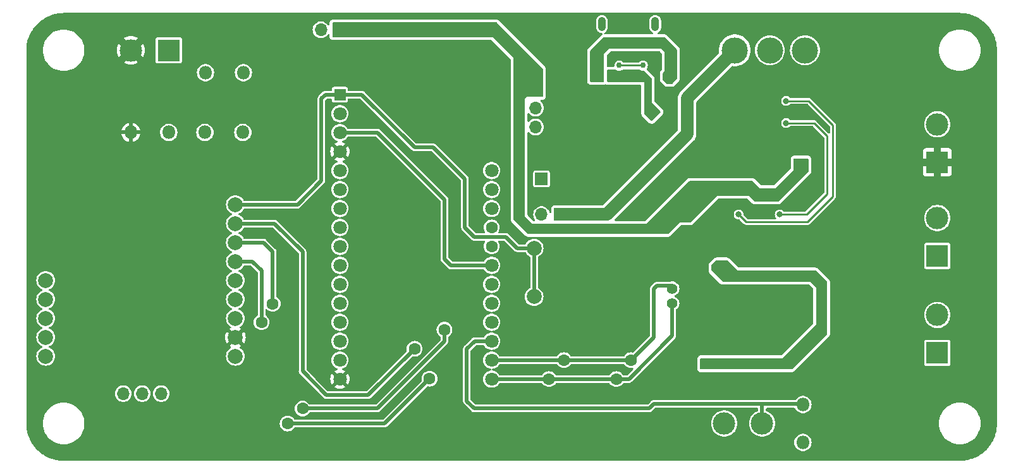
<source format=gbr>
%TF.GenerationSoftware,KiCad,Pcbnew,7.0.8*%
%TF.CreationDate,2024-03-31T13:52:49+01:00*%
%TF.ProjectId,cryoskills_sensor_kit,6372796f-736b-4696-9c6c-735f73656e73,rev?*%
%TF.SameCoordinates,Original*%
%TF.FileFunction,Copper,L2,Bot*%
%TF.FilePolarity,Positive*%
%FSLAX46Y46*%
G04 Gerber Fmt 4.6, Leading zero omitted, Abs format (unit mm)*
G04 Created by KiCad (PCBNEW 7.0.8) date 2024-03-31 13:52:49*
%MOMM*%
%LPD*%
G01*
G04 APERTURE LIST*
%TA.AperFunction,ComponentPad*%
%ADD10C,3.000000*%
%TD*%
%TA.AperFunction,ComponentPad*%
%ADD11R,3.000000X3.000000*%
%TD*%
%TA.AperFunction,ComponentPad*%
%ADD12O,1.700000X1.700000*%
%TD*%
%TA.AperFunction,ComponentPad*%
%ADD13R,1.700000X1.700000*%
%TD*%
%TA.AperFunction,ComponentPad*%
%ADD14C,2.000000*%
%TD*%
%TA.AperFunction,ComponentPad*%
%ADD15O,1.800000X1.800000*%
%TD*%
%TA.AperFunction,ComponentPad*%
%ADD16C,3.500000*%
%TD*%
%TA.AperFunction,ComponentPad*%
%ADD17O,1.050000X1.900000*%
%TD*%
%TA.AperFunction,ComponentPad*%
%ADD18C,1.800000*%
%TD*%
%TA.AperFunction,ComponentPad*%
%ADD19C,1.600000*%
%TD*%
%TA.AperFunction,ComponentPad*%
%ADD20R,1.600000X1.600000*%
%TD*%
%TA.AperFunction,ViaPad*%
%ADD21C,0.762000*%
%TD*%
%TA.AperFunction,ViaPad*%
%ADD22C,1.600000*%
%TD*%
%TA.AperFunction,ViaPad*%
%ADD23C,1.400000*%
%TD*%
%TA.AperFunction,ViaPad*%
%ADD24C,0.800000*%
%TD*%
%TA.AperFunction,Conductor*%
%ADD25C,0.508000*%
%TD*%
%TA.AperFunction,Conductor*%
%ADD26C,1.270000*%
%TD*%
%TA.AperFunction,Conductor*%
%ADD27C,1.700000*%
%TD*%
%TA.AperFunction,Conductor*%
%ADD28C,0.254000*%
%TD*%
G04 APERTURE END LIST*
D10*
%TO.P,J11,3,Pin_3*%
%TO.N,/DS18B20_DATA*%
X127039998Y-107000000D03*
%TO.P,J11,2,Pin_2*%
%TO.N,/VCC_3V3*%
X121959998Y-107000000D03*
D11*
%TO.P,J11,1,Pin_1*%
%TO.N,GND*%
X116879998Y-107000000D03*
%TD*%
D12*
%TO.P,J12,4,Pin_4*%
%TO.N,GND*%
X96700000Y-69820000D03*
%TO.P,J12,3,Pin_3*%
%TO.N,/UART_TXuC*%
X96700000Y-67280000D03*
%TO.P,J12,2,Pin_2*%
%TO.N,/UART_RXuC*%
X96700000Y-64740000D03*
D13*
%TO.P,J12,1,Pin_1*%
%TO.N,/VCC_3V3*%
X96700000Y-62200000D03*
%TD*%
D14*
%TO.P,SW2,2,2*%
%TO.N,GND*%
X101000000Y-83500000D03*
X101000000Y-90000000D03*
%TO.P,SW2,1,1*%
%TO.N,/~{RESET}*%
X96500000Y-83500000D03*
X96500000Y-90000000D03*
%TD*%
D10*
%TO.P,J1,2,Pin_2*%
%TO.N,/V_BAT*%
X150500000Y-66920000D03*
D11*
%TO.P,J1,1,Pin_1*%
%TO.N,GND*%
X150500000Y-72000000D03*
%TD*%
D15*
%TO.P,R24,2*%
%TO.N,/ADC_RTDp*%
X52500000Y-60000000D03*
%TO.P,R24,1*%
%TO.N,/ADC_REF+*%
X57580000Y-60000000D03*
%TD*%
%TO.P,R27,2*%
%TO.N,/DS18B20_DATA*%
X132500000Y-104460000D03*
%TO.P,R27,1*%
%TO.N,/VCC_3V3*%
X132500000Y-109540000D03*
%TD*%
D12*
%TO.P,J5,2,Pin_2*%
%TO.N,/VBUS_Adalogger*%
X97500000Y-79000000D03*
D13*
%TO.P,J5,1,Pin_1*%
%TO.N,/V_BUS*%
X100040000Y-79000000D03*
%TD*%
D15*
%TO.P,R26,2*%
%TO.N,GND*%
X42500000Y-68000000D03*
%TO.P,R26,1*%
%TO.N,/ADC_RTDm*%
X47580000Y-68000000D03*
%TD*%
D12*
%TO.P,J4,2,Pin_2*%
%TO.N,/VCC_3V3_Adalogger*%
X67960000Y-54250000D03*
D13*
%TO.P,J4,1,Pin_1*%
%TO.N,/VCC_3V3*%
X70500000Y-54250000D03*
%TD*%
D10*
%TO.P,J2,2,Pin_2*%
%TO.N,/Isense_Panel_A*%
X150500000Y-79460000D03*
D11*
%TO.P,J2,1,Pin_1*%
%TO.N,/Isense_Panel_B*%
X150500000Y-84540000D03*
%TD*%
D12*
%TO.P,J8,4,Pin_4*%
%TO.N,/MOSI*%
X41500000Y-103000000D03*
%TO.P,J8,3,Pin_3*%
%TO.N,/MISO*%
X44040000Y-103000000D03*
%TO.P,J8,2,Pin_2*%
%TO.N,/SCK*%
X46580000Y-103000000D03*
D13*
%TO.P,J8,1,Pin_1*%
%TO.N,GND*%
X49120000Y-103000000D03*
%TD*%
D16*
%TO.P,SW1,3,C*%
%TO.N,/V_BUS*%
X123380000Y-57000000D03*
%TO.P,SW1,2,B*%
%TO.N,/Isense_VCC_A*%
X128080000Y-57000000D03*
%TO.P,SW1,1,A*%
%TO.N,Net-(D1-K)*%
X132780000Y-57000000D03*
%TD*%
D15*
%TO.P,R25,2*%
%TO.N,/ADC_RTDm*%
X52420000Y-68000000D03*
%TO.P,R25,1*%
%TO.N,/ADC_REF+*%
X57500000Y-68000000D03*
%TD*%
D14*
%TO.P,U1,14,G1*%
%TO.N,unconnected-(U1-G1-Pad14)*%
X31100000Y-98000000D03*
%TO.P,U1,13,G2*%
%TO.N,unconnected-(U1-G2-Pad13)*%
X31100000Y-95460000D03*
%TO.P,U1,12,G3*%
%TO.N,unconnected-(U1-G3-Pad12)*%
X31100000Y-92920000D03*
%TO.P,U1,11,G4*%
%TO.N,unconnected-(U1-G4-Pad11)*%
X31100000Y-90380000D03*
%TO.P,U1,10,G5*%
%TO.N,unconnected-(U1-G5-Pad10)*%
X31100000Y-87840000D03*
%TO.P,U1,9,~{RST}*%
%TO.N,/~{RESET}*%
X56500000Y-77680000D03*
%TO.P,U1,8,CS*%
%TO.N,/RADIO_CS*%
X56500000Y-80220000D03*
%TO.P,U1,7,MOSI*%
%TO.N,/MOSI*%
X56500000Y-82760000D03*
%TO.P,U1,6,MISO*%
%TO.N,/MISO*%
X56500000Y-85300000D03*
%TO.P,U1,5,SCK*%
%TO.N,/SCK*%
X56500000Y-87840000D03*
%TO.P,U1,4,G0*%
%TO.N,/RADIO_IRQ*%
X56500000Y-90380000D03*
%TO.P,U1,3,EN*%
%TO.N,/RADIO_EN*%
X56500000Y-92920000D03*
%TO.P,U1,2,GND*%
%TO.N,GND*%
X56500000Y-95460000D03*
%TO.P,U1,1,VIN*%
%TO.N,/VCC_3V3*%
X56500000Y-98000000D03*
%TD*%
D17*
%TO.P,J13,6*%
%TO.N,N/C*%
X105582220Y-53500000D03*
X112732220Y-53500000D03*
%TD*%
D12*
%TO.P,J6,2,Pin_2*%
%TO.N,GND*%
X100040000Y-74250000D03*
D13*
%TO.P,J6,1,Pin_1*%
%TO.N,Net-(A1-EN)*%
X97500000Y-74250000D03*
%TD*%
D10*
%TO.P,J3,2,Pin_2*%
%TO.N,/Isense_Battery_A*%
X150500000Y-92460000D03*
D11*
%TO.P,J3,1,Pin_1*%
%TO.N,/Isense_Battery_B*%
X150500000Y-97540000D03*
%TD*%
D18*
%TO.P,A1,28,VBAT*%
%TO.N,unconnected-(A1-VBAT-Pad28)*%
X90820000Y-73110000D03*
%TO.P,A1,27,EN*%
%TO.N,Net-(A1-EN)*%
X90820000Y-75650000D03*
%TO.P,A1,26,USB*%
%TO.N,/VBUS_Adalogger*%
X90820000Y-78190000D03*
D19*
%TO.P,A1,25,D13*%
%TO.N,unconnected-(A1-D13-Pad25)*%
X90820000Y-80730000D03*
%TO.P,A1,24,D12*%
%TO.N,unconnected-(A1-D12-Pad24)*%
X90820000Y-83270000D03*
D18*
%TO.P,A1,23,D11*%
%TO.N,/ADC_REF+*%
X90820000Y-85810000D03*
%TO.P,A1,22,D10*%
%TO.N,/RADIO_CS*%
X90820000Y-88350000D03*
%TO.P,A1,21,D9*%
%TO.N,/RADIO_IRQ*%
X90820000Y-90890000D03*
%TO.P,A1,20,D6*%
%TO.N,/RADIO_EN*%
X90820000Y-93430000D03*
%TO.P,A1,19,D5*%
%TO.N,/DS18B20_DATA*%
X90820000Y-95970000D03*
%TO.P,A1,18,SCL/D21*%
%TO.N,/SCL*%
X90820000Y-98510000D03*
%TO.P,A1,17,SDA/D20*%
%TO.N,/SDA*%
X90820000Y-101050000D03*
%TO.P,A1,16,GND*%
%TO.N,GND*%
X70500000Y-101050000D03*
%TO.P,A1,15,TX/D1*%
%TO.N,/UART_TXuC*%
X70500000Y-98510000D03*
%TO.P,A1,14,RX/D0*%
%TO.N,/UART_RXuC*%
X70500000Y-95970000D03*
%TO.P,A1,13,MISO/D22*%
%TO.N,Net-(A1-MISO{slash}D22)*%
X70500000Y-93430000D03*
%TO.P,A1,12,MOSI/D23*%
%TO.N,Net-(A1-MOSI{slash}D23)*%
X70500000Y-90890000D03*
%TO.P,A1,11,SCK/D24*%
%TO.N,Net-(A1-SCK{slash}D24)*%
X70500000Y-88350000D03*
%TO.P,A1,10,A5*%
%TO.N,unconnected-(A1-A5-Pad10)*%
X70500000Y-85810000D03*
%TO.P,A1,9,A4*%
%TO.N,unconnected-(A1-A4-Pad9)*%
X70500000Y-83270000D03*
%TO.P,A1,8,A3*%
%TO.N,unconnected-(A1-A3-Pad8)*%
X70500000Y-80730000D03*
%TO.P,A1,7,A2*%
%TO.N,/ADC_RTDm*%
X70500000Y-78190000D03*
%TO.P,A1,6,A1*%
%TO.N,/ADC_RTDp*%
X70500000Y-75650000D03*
%TO.P,A1,5,DAC0/A0*%
%TO.N,unconnected-(A1-DAC0{slash}A0-Pad5)*%
X70500000Y-73110000D03*
%TO.P,A1,4,GND*%
%TO.N,GND*%
X70500000Y-70570000D03*
%TO.P,A1,3,AREF*%
%TO.N,/ADC_REF+*%
X70500000Y-68030000D03*
%TO.P,A1,2,3V3*%
%TO.N,/VCC_3V3_Adalogger*%
X70500000Y-65490000D03*
D20*
%TO.P,A1,1,~{RESET}*%
%TO.N,/~{RESET}*%
X70500000Y-62950000D03*
%TD*%
D10*
%TO.P,J7,2,Pin_2*%
%TO.N,GND*%
X42500000Y-57000000D03*
D11*
%TO.P,J7,1,Pin_1*%
%TO.N,/ADC_RTDp*%
X47580000Y-57000000D03*
%TD*%
D21*
%TO.N,GND*%
X137335000Y-99200000D03*
X72000000Y-87000000D03*
X84000000Y-101000000D03*
X134000000Y-69500000D03*
X77000000Y-88500000D03*
X121500000Y-68750000D03*
D22*
X51000000Y-77000000D03*
X144750000Y-101500000D03*
D21*
X113000000Y-62000000D03*
D22*
X46000000Y-77000000D03*
X31000000Y-62000000D03*
D21*
X113000000Y-58849999D03*
X114700000Y-53100000D03*
X126500000Y-69000000D03*
D22*
X36000000Y-82000000D03*
D21*
X79000000Y-96500000D03*
X74500000Y-100000000D03*
D22*
X63500000Y-57000000D03*
D21*
X137335000Y-77600000D03*
X110250000Y-70750000D03*
D22*
X143500000Y-75000000D03*
D21*
X120000000Y-63000000D03*
X74500000Y-74500000D03*
X125500000Y-69000000D03*
X100000000Y-77000000D03*
X99000000Y-99500000D03*
D22*
X31000000Y-72000000D03*
X145500000Y-71000000D03*
D21*
X74500000Y-106000000D03*
D22*
X144500000Y-88500000D03*
D21*
X72000000Y-89500000D03*
X106700000Y-63150001D03*
X93500000Y-110000000D03*
X137300000Y-90800000D03*
X72500000Y-97000000D03*
X74500000Y-77000000D03*
X86500000Y-68500000D03*
X134080000Y-65750000D03*
X58750000Y-69500000D03*
D22*
X31000000Y-77000000D03*
D21*
X55000000Y-84000000D03*
X118750000Y-66000000D03*
D22*
X88500000Y-59500000D03*
D21*
X87500000Y-66000000D03*
D22*
X83500000Y-59500000D03*
X141500000Y-57000000D03*
D21*
X133080000Y-65000000D03*
X51000000Y-58500000D03*
D22*
X36000000Y-77000000D03*
D21*
X94000000Y-81500000D03*
X52250000Y-66250000D03*
X131500000Y-64500000D03*
X90500000Y-66000000D03*
X124500000Y-69000000D03*
X90000000Y-63000000D03*
X77000000Y-96500000D03*
D22*
X124250000Y-60000000D03*
D21*
X121500000Y-77400000D03*
X135580000Y-67250000D03*
X71500000Y-110000000D03*
X74000000Y-69500000D03*
X65500000Y-81250000D03*
D22*
X142500000Y-71000000D03*
X114080000Y-75120000D03*
X31000000Y-84500000D03*
D21*
X67000000Y-73500000D03*
X79500000Y-70500000D03*
X117500000Y-99000000D03*
X76500000Y-67500000D03*
X119500000Y-68750000D03*
X72000000Y-79500000D03*
X122500000Y-65250000D03*
X68000000Y-80250000D03*
X77000000Y-94500000D03*
X72000000Y-82000000D03*
X125500000Y-78500000D03*
D22*
X36000000Y-92000000D03*
X38500000Y-107000000D03*
D21*
X133000000Y-70500000D03*
X132000000Y-70500000D03*
D22*
X36000000Y-72000000D03*
D21*
X74500000Y-95500000D03*
X63000000Y-79000000D03*
X82000000Y-66000000D03*
X67250000Y-77000000D03*
D22*
X31000000Y-67000000D03*
D21*
X81000000Y-69000000D03*
X115800000Y-84000000D03*
D22*
X41000000Y-77000000D03*
D21*
X124900000Y-77400000D03*
X114000000Y-73750000D03*
X70500000Y-109000000D03*
X119500000Y-58000000D03*
X115250000Y-82900000D03*
X125000000Y-85500000D03*
D22*
X82500000Y-72000000D03*
X53500000Y-107000000D03*
D21*
X102900000Y-61600000D03*
D22*
X144500000Y-63000000D03*
D21*
X85500000Y-95500000D03*
X134000000Y-70500000D03*
X76000000Y-98500000D03*
X124750000Y-82500000D03*
D22*
X36000000Y-62000000D03*
X36000000Y-102000000D03*
D21*
X134100000Y-73000000D03*
X77000000Y-77500000D03*
X77000000Y-79500000D03*
X68000000Y-83250000D03*
X74500000Y-79500000D03*
D22*
X78500000Y-59500000D03*
X139500000Y-75000000D03*
X83500000Y-104500000D03*
X73500000Y-59500000D03*
X36000000Y-97000000D03*
D21*
X65250000Y-75250000D03*
X74500000Y-84500000D03*
X104250000Y-70750000D03*
D22*
X141500000Y-63000000D03*
X41000000Y-82000000D03*
D21*
X106692220Y-58622500D03*
X63500000Y-108500000D03*
D22*
X61000000Y-102000000D03*
D21*
X72500000Y-111000000D03*
X72000000Y-74500000D03*
X61500000Y-95000000D03*
X72000000Y-84500000D03*
D22*
X36000000Y-67000000D03*
D21*
X60750000Y-74250000D03*
X92500000Y-111000000D03*
D22*
X86000000Y-63000000D03*
D21*
X127750000Y-74500000D03*
X53750000Y-69750000D03*
X76000000Y-71000000D03*
X62000000Y-72000000D03*
D22*
X31000000Y-69500000D03*
D21*
X134500000Y-71500000D03*
X74500000Y-89500000D03*
X77000000Y-92500000D03*
D22*
X86000000Y-107000000D03*
D21*
X137335000Y-86200000D03*
X115250000Y-66000000D03*
D22*
X77500000Y-64000000D03*
D21*
X120500000Y-68750000D03*
X78000000Y-69000000D03*
X128000000Y-78500000D03*
D22*
X133100000Y-75750000D03*
D21*
X77000000Y-83500000D03*
X133280000Y-67600000D03*
X131000000Y-65500000D03*
X59250000Y-60000000D03*
D22*
X66000000Y-109500000D03*
D21*
X123500000Y-69000000D03*
X65500000Y-78750000D03*
X115250000Y-67500000D03*
X130500000Y-77750000D03*
D22*
X112750000Y-101250000D03*
D21*
X63750000Y-70000000D03*
X122500000Y-77400000D03*
X132000000Y-65500000D03*
X133000000Y-69500000D03*
D22*
X31000000Y-82000000D03*
D21*
X85000000Y-66000000D03*
X74500000Y-82000000D03*
X99500000Y-62000000D03*
X89000000Y-68500000D03*
X122500000Y-69000000D03*
D22*
X146000000Y-88500000D03*
D21*
X128500000Y-82500000D03*
X72000000Y-77000000D03*
X134100000Y-74500000D03*
X77000000Y-75500000D03*
X124000000Y-85500000D03*
D22*
X139500000Y-71000000D03*
X78000000Y-73500000D03*
D21*
X72000000Y-94500000D03*
X50750000Y-69750000D03*
D22*
X130500000Y-70000000D03*
D21*
X72500000Y-100000000D03*
D22*
X36000000Y-87000000D03*
D21*
X63000000Y-76500000D03*
X56750000Y-74250000D03*
X77000000Y-81500000D03*
X107500000Y-65000000D03*
D22*
X121892000Y-67250000D03*
D21*
X65500000Y-103500000D03*
D22*
X81000000Y-63000000D03*
D21*
X74500000Y-92000000D03*
X112250000Y-67620000D03*
D22*
X106500000Y-91250000D03*
D21*
X55000000Y-81500000D03*
X77000000Y-90500000D03*
X118750000Y-67250000D03*
X78000000Y-66000000D03*
X83500000Y-68500000D03*
D22*
X58500000Y-109500000D03*
D21*
X126900000Y-74500000D03*
X104000000Y-68500000D03*
D22*
X31000000Y-74500000D03*
X63500000Y-62000000D03*
D21*
X74500000Y-87000000D03*
D22*
X31000000Y-64500000D03*
X81000000Y-107000000D03*
D21*
X73100000Y-104100000D03*
D22*
X124830000Y-63000000D03*
D21*
X133500000Y-68500000D03*
X128750000Y-74250000D03*
X91500000Y-68500000D03*
X72000000Y-92000000D03*
D22*
X119000000Y-55250000D03*
X73500000Y-66000000D03*
D21*
X68500000Y-106000000D03*
X108000000Y-99500000D03*
X72500000Y-70500000D03*
X79500000Y-67500000D03*
D22*
%TO.N,/MOSI*%
X61500000Y-90950000D03*
%TO.N,/MISO*%
X60000000Y-93430000D03*
%TO.N,/SDA*%
X107500000Y-101050000D03*
D23*
X115000000Y-90900000D03*
D22*
X98500000Y-101050000D03*
%TO.N,/SCL*%
X109500000Y-98510000D03*
X100500000Y-98510000D03*
D23*
X115000000Y-88925000D03*
D22*
%TO.N,/VCC_3V3*%
X118000000Y-77000000D03*
X115600000Y-77500000D03*
X116500000Y-79000000D03*
X132300000Y-72600000D03*
D24*
%TO.N,/Isense_VCC_B*%
X130250000Y-66750000D03*
X129400000Y-79000000D03*
D22*
%TO.N,/Power Monitor/VCC_INA3221*%
X121330000Y-86100000D03*
D21*
X135000000Y-92250000D03*
X123216251Y-99000000D03*
X119216251Y-99000000D03*
D22*
X129000000Y-87250000D03*
X122750000Y-87000000D03*
D21*
X121216251Y-99000000D03*
D24*
%TO.N,/Isense_VCC_A*%
X130250000Y-63787500D03*
X123900000Y-79000000D03*
D22*
%TO.N,Net-(U4-3V3OUT)*%
X107325000Y-60425000D03*
X112232220Y-65200000D03*
%TO.N,Net-(U4-VCC)*%
X114702221Y-60500000D03*
X105000000Y-60425000D03*
D21*
%TO.N,Net-(U4-USBDM)*%
X107900000Y-59000000D03*
X111100000Y-59000000D03*
D22*
%TO.N,/RADIO_EN*%
X84500000Y-94430000D03*
X65500000Y-105000000D03*
%TO.N,/RADIO_IRQ*%
X82500000Y-101000000D03*
X63500000Y-107000000D03*
%TO.N,/RADIO_CS*%
X80500000Y-97000000D03*
%TD*%
D25*
%TO.N,/~{RESET}*%
X94200000Y-83500000D02*
X92700000Y-82000000D01*
X83000000Y-70000000D02*
X80500000Y-70000000D01*
X56500000Y-77680000D02*
X64820000Y-77680000D01*
X96500000Y-83500000D02*
X94200000Y-83500000D01*
X73450000Y-62950000D02*
X70500000Y-62950000D01*
X64820000Y-77680000D02*
X68000000Y-74500000D01*
X87250000Y-80750000D02*
X87250000Y-74250000D01*
X68550000Y-62950000D02*
X70500000Y-62950000D01*
X88500000Y-82000000D02*
X87250000Y-80750000D01*
X87250000Y-74250000D02*
X83000000Y-70000000D01*
X92700000Y-82000000D02*
X88500000Y-82000000D01*
X80500000Y-70000000D02*
X73450000Y-62950000D01*
X68000000Y-63500000D02*
X68550000Y-62950000D01*
X68000000Y-74500000D02*
X68000000Y-63500000D01*
X96500000Y-83500000D02*
X96500000Y-90000000D01*
%TO.N,/ADC_REF+*%
X85310000Y-85810000D02*
X90820000Y-85810000D01*
X70500000Y-68030000D02*
X75530000Y-68030000D01*
X75530000Y-68030000D02*
X84500000Y-77000000D01*
X84500000Y-85000000D02*
X85310000Y-85810000D01*
X84500000Y-77000000D02*
X84500000Y-85000000D01*
%TO.N,/MOSI*%
X60260000Y-82760000D02*
X56500000Y-82760000D01*
X61500000Y-84000000D02*
X60260000Y-82760000D01*
X61500000Y-90950000D02*
X61500000Y-84000000D01*
%TO.N,/MISO*%
X60000000Y-86500000D02*
X58800000Y-85300000D01*
X60000000Y-93430000D02*
X60000000Y-86500000D01*
X58800000Y-85300000D02*
X56500000Y-85300000D01*
%TO.N,/SDA*%
X109200000Y-101050000D02*
X107500000Y-101050000D01*
X115000000Y-90500000D02*
X115000000Y-95250000D01*
X107500000Y-101050000D02*
X98500000Y-101050000D01*
X115000000Y-95250000D02*
X109200000Y-101050000D01*
X98500000Y-101050000D02*
X90820000Y-101050000D01*
%TO.N,/SCL*%
X100500000Y-98510000D02*
X90820000Y-98510000D01*
X112500000Y-89000000D02*
X112500000Y-95510000D01*
X112500000Y-95510000D02*
X109500000Y-98510000D01*
X112975000Y-88525000D02*
X112500000Y-89000000D01*
X109500000Y-98510000D02*
X100500000Y-98510000D01*
X115000000Y-88525000D02*
X112975000Y-88525000D01*
%TO.N,/DS18B20_DATA*%
X127039998Y-107000000D02*
X127039998Y-104400000D01*
X132500000Y-104460000D02*
X131840000Y-104460000D01*
X87500000Y-104000000D02*
X87500000Y-97000000D01*
X88530000Y-95970000D02*
X90820000Y-95970000D01*
X127039998Y-104400000D02*
X112500000Y-104400000D01*
X132440000Y-104400000D02*
X127039998Y-104400000D01*
X88500000Y-105000000D02*
X87500000Y-104000000D01*
X112500000Y-104400000D02*
X111900000Y-105000000D01*
X111900000Y-105000000D02*
X88500000Y-105000000D01*
X87500000Y-97000000D02*
X88530000Y-95970000D01*
X132500000Y-104460000D02*
X132440000Y-104400000D01*
D26*
%TO.N,/VCC_3V3*%
X132300000Y-73200000D02*
X132300000Y-72600000D01*
D27*
%TO.N,/V_BUS*%
X106221700Y-79000000D02*
X100040000Y-79000000D01*
X117000000Y-68221700D02*
X106221700Y-79000000D01*
X123380000Y-57000000D02*
X117000000Y-63380000D01*
X117000000Y-63380000D02*
X117000000Y-68221700D01*
D28*
%TO.N,/Isense_VCC_B*%
X130250000Y-66750000D02*
X134000000Y-66750000D01*
X135750000Y-76250000D02*
X133000000Y-79000000D01*
X135750000Y-68500000D02*
X135750000Y-76250000D01*
X134000000Y-66750000D02*
X135750000Y-68500000D01*
X133000000Y-79000000D02*
X129400000Y-79000000D01*
%TO.N,/Isense_VCC_A*%
X136500000Y-67000000D02*
X136500000Y-76625000D01*
X133125000Y-80000000D02*
X124900000Y-80000000D01*
X136500000Y-76625000D02*
X133125000Y-80000000D01*
X124900000Y-80000000D02*
X123900000Y-79000000D01*
X130250000Y-63787500D02*
X133287500Y-63787500D01*
X133287500Y-63787500D02*
X136500000Y-67000000D01*
%TO.N,Net-(U4-USBDM)*%
X111100000Y-59000000D02*
X107900000Y-59000000D01*
D25*
%TO.N,/RADIO_EN*%
X84500000Y-94430000D02*
X84500000Y-96000000D01*
X84500000Y-96000000D02*
X75500000Y-105000000D01*
X75500000Y-105000000D02*
X65500000Y-105000000D01*
%TO.N,/RADIO_IRQ*%
X76500000Y-107000000D02*
X63500000Y-107000000D01*
X82500000Y-101000000D02*
X76500000Y-107000000D01*
%TO.N,/RADIO_CS*%
X74300000Y-103200000D02*
X68700000Y-103200000D01*
X61720000Y-80220000D02*
X56500000Y-80220000D01*
X65500000Y-100000000D02*
X65500000Y-84000000D01*
X68700000Y-103200000D02*
X65500000Y-100000000D01*
X65500000Y-84000000D02*
X61720000Y-80220000D01*
X80500000Y-97000000D02*
X74300000Y-103200000D01*
%TD*%
%TA.AperFunction,Conductor*%
%TO.N,GND*%
G36*
X99568714Y-99038502D02*
G01*
X99611715Y-99085104D01*
X99618974Y-99098686D01*
X99750747Y-99259252D01*
X99911313Y-99391024D01*
X99911313Y-99391025D01*
X99911317Y-99391027D01*
X100094508Y-99488945D01*
X100293282Y-99549242D01*
X100293286Y-99549242D01*
X100293288Y-99549243D01*
X100499997Y-99569602D01*
X100500000Y-99569602D01*
X100500003Y-99569602D01*
X100706711Y-99549243D01*
X100706712Y-99549242D01*
X100706718Y-99549242D01*
X100905492Y-99488945D01*
X101088683Y-99391027D01*
X101088684Y-99391025D01*
X101088686Y-99391025D01*
X101088686Y-99391024D01*
X101249252Y-99259252D01*
X101381027Y-99098683D01*
X101388285Y-99085103D01*
X101438037Y-99034456D01*
X101499407Y-99018500D01*
X108500593Y-99018500D01*
X108568714Y-99038502D01*
X108611715Y-99085104D01*
X108618974Y-99098686D01*
X108750747Y-99259252D01*
X108911313Y-99391024D01*
X108911313Y-99391025D01*
X108911317Y-99391027D01*
X109094508Y-99488945D01*
X109293282Y-99549242D01*
X109293286Y-99549242D01*
X109293288Y-99549243D01*
X109499997Y-99569602D01*
X109500000Y-99569602D01*
X109500003Y-99569602D01*
X109661214Y-99553724D01*
X109730967Y-99566952D01*
X109782495Y-99615793D01*
X109799439Y-99684738D01*
X109776418Y-99751898D01*
X109762660Y-99768212D01*
X109026275Y-100504596D01*
X108963965Y-100538620D01*
X108937182Y-100541500D01*
X108499407Y-100541500D01*
X108431286Y-100521498D01*
X108388285Y-100474896D01*
X108386556Y-100471662D01*
X108381027Y-100461317D01*
X108381025Y-100461313D01*
X108249252Y-100300747D01*
X108088686Y-100168975D01*
X108088686Y-100168974D01*
X107905492Y-100071055D01*
X107738543Y-100020412D01*
X107706718Y-100010758D01*
X107706717Y-100010757D01*
X107706711Y-100010756D01*
X107500003Y-99990398D01*
X107499997Y-99990398D01*
X107293288Y-100010756D01*
X107094507Y-100071055D01*
X106911313Y-100168974D01*
X106911313Y-100168975D01*
X106750747Y-100300747D01*
X106618975Y-100461313D01*
X106618974Y-100461313D01*
X106611715Y-100474896D01*
X106561963Y-100525544D01*
X106500593Y-100541500D01*
X99499407Y-100541500D01*
X99431286Y-100521498D01*
X99388285Y-100474896D01*
X99386556Y-100471662D01*
X99381027Y-100461317D01*
X99381025Y-100461313D01*
X99249252Y-100300747D01*
X99088686Y-100168975D01*
X99088686Y-100168974D01*
X98905492Y-100071055D01*
X98738543Y-100020412D01*
X98706718Y-100010758D01*
X98706717Y-100010757D01*
X98706711Y-100010756D01*
X98500003Y-99990398D01*
X98499997Y-99990398D01*
X98293288Y-100010756D01*
X98094507Y-100071055D01*
X97911313Y-100168974D01*
X97911313Y-100168975D01*
X97750747Y-100300747D01*
X97618975Y-100461313D01*
X97618974Y-100461313D01*
X97611715Y-100474896D01*
X97561963Y-100525544D01*
X97500593Y-100541500D01*
X91934522Y-100541500D01*
X91866401Y-100521498D01*
X91821731Y-100471662D01*
X91805781Y-100439630D01*
X91805780Y-100439629D01*
X91676844Y-100268889D01*
X91518721Y-100124741D01*
X91518720Y-100124740D01*
X91336821Y-100012113D01*
X91336814Y-100012109D01*
X91336810Y-100012107D01*
X91280773Y-99990398D01*
X91137301Y-99934816D01*
X91137302Y-99934816D01*
X91121077Y-99931783D01*
X90971671Y-99903854D01*
X90908387Y-99871676D01*
X90872545Y-99810391D01*
X90875526Y-99739457D01*
X90916384Y-99681395D01*
X90971671Y-99656145D01*
X91137297Y-99625185D01*
X91336810Y-99547893D01*
X91518722Y-99435258D01*
X91676841Y-99291114D01*
X91805781Y-99120370D01*
X91821731Y-99088338D01*
X91870000Y-99036274D01*
X91934522Y-99018500D01*
X99500593Y-99018500D01*
X99568714Y-99038502D01*
G37*
%TD.AperFunction*%
%TA.AperFunction,Conductor*%
G36*
X153717318Y-52009488D02*
G01*
X153915917Y-52018159D01*
X153920889Y-52018577D01*
X154136792Y-52045489D01*
X154292060Y-52065931D01*
X154337233Y-52071879D01*
X154341936Y-52072680D01*
X154554183Y-52117183D01*
X154752516Y-52161153D01*
X154756799Y-52162263D01*
X154964544Y-52224112D01*
X155158634Y-52285309D01*
X155162565Y-52286695D01*
X155222892Y-52310234D01*
X155364457Y-52365472D01*
X155552741Y-52443463D01*
X155556288Y-52445063D01*
X155676345Y-52503755D01*
X155750992Y-52540248D01*
X155838716Y-52585914D01*
X155931977Y-52634462D01*
X155935129Y-52636219D01*
X156121382Y-52747202D01*
X156293631Y-52856937D01*
X156296384Y-52858794D01*
X156353814Y-52899798D01*
X156472918Y-52984837D01*
X156635085Y-53109272D01*
X156637450Y-53111179D01*
X156803055Y-53251439D01*
X156926783Y-53364814D01*
X156954895Y-53390574D01*
X157109425Y-53545104D01*
X157248555Y-53696938D01*
X157271372Y-53723878D01*
X157388819Y-53862548D01*
X157390726Y-53864913D01*
X157515162Y-54027081D01*
X157641200Y-54203608D01*
X157643061Y-54206367D01*
X157752797Y-54378617D01*
X157863779Y-54564870D01*
X157865540Y-54568029D01*
X157959751Y-54749007D01*
X158054929Y-54943696D01*
X158056535Y-54947257D01*
X158134536Y-55135566D01*
X158213303Y-55337433D01*
X158214697Y-55341390D01*
X158275899Y-55535496D01*
X158337729Y-55743179D01*
X158338855Y-55747521D01*
X158382818Y-55945826D01*
X158427317Y-56158058D01*
X158428119Y-56162764D01*
X158454524Y-56363319D01*
X158481417Y-56579067D01*
X158481841Y-56584114D01*
X158490513Y-56782728D01*
X158499500Y-57000000D01*
X158499500Y-107000000D01*
X158490513Y-107217271D01*
X158481841Y-107415884D01*
X158481417Y-107420931D01*
X158454524Y-107636680D01*
X158428119Y-107837234D01*
X158427317Y-107841940D01*
X158382818Y-108054173D01*
X158338855Y-108252477D01*
X158337729Y-108256819D01*
X158275899Y-108464503D01*
X158214697Y-108658608D01*
X158213303Y-108662565D01*
X158134536Y-108864433D01*
X158056535Y-109052741D01*
X158054929Y-109056302D01*
X157959751Y-109250992D01*
X157865540Y-109431969D01*
X157863779Y-109435128D01*
X157752797Y-109621382D01*
X157643061Y-109793631D01*
X157641200Y-109796389D01*
X157515162Y-109972918D01*
X157390726Y-110135085D01*
X157388819Y-110137450D01*
X157248557Y-110303058D01*
X157109425Y-110454895D01*
X156954895Y-110609425D01*
X156803058Y-110748557D01*
X156637450Y-110888819D01*
X156635085Y-110890726D01*
X156472918Y-111015162D01*
X156296389Y-111141200D01*
X156293631Y-111143061D01*
X156121382Y-111252797D01*
X155935128Y-111363779D01*
X155931969Y-111365540D01*
X155750992Y-111459751D01*
X155556302Y-111554929D01*
X155552741Y-111556535D01*
X155364433Y-111634536D01*
X155162565Y-111713303D01*
X155158608Y-111714697D01*
X154964503Y-111775899D01*
X154756819Y-111837729D01*
X154752477Y-111838855D01*
X154554173Y-111882818D01*
X154341940Y-111927317D01*
X154337234Y-111928119D01*
X154136680Y-111954524D01*
X153920931Y-111981417D01*
X153915884Y-111981841D01*
X153717271Y-111990513D01*
X153500000Y-111999500D01*
X33500000Y-111999500D01*
X33282728Y-111990513D01*
X33084114Y-111981841D01*
X33079067Y-111981417D01*
X32863319Y-111954524D01*
X32662764Y-111928119D01*
X32658058Y-111927317D01*
X32445826Y-111882818D01*
X32247521Y-111838855D01*
X32243179Y-111837729D01*
X32035496Y-111775899D01*
X31841390Y-111714697D01*
X31837433Y-111713303D01*
X31635566Y-111634536D01*
X31447257Y-111556535D01*
X31443696Y-111554929D01*
X31249007Y-111459751D01*
X31068029Y-111365540D01*
X31064870Y-111363779D01*
X30878617Y-111252797D01*
X30706367Y-111143061D01*
X30703608Y-111141200D01*
X30527081Y-111015162D01*
X30364913Y-110890726D01*
X30362548Y-110888819D01*
X30196940Y-110748557D01*
X30045104Y-110609425D01*
X29890574Y-110454895D01*
X29751442Y-110303059D01*
X29611179Y-110137450D01*
X29609272Y-110135085D01*
X29484837Y-109972918D01*
X29358798Y-109796390D01*
X29358797Y-109796389D01*
X29358794Y-109796384D01*
X29356937Y-109793631D01*
X29247202Y-109621382D01*
X29136219Y-109435129D01*
X29136218Y-109435128D01*
X29136214Y-109435121D01*
X29134458Y-109431969D01*
X29040248Y-109250992D01*
X28976779Y-109121165D01*
X28945063Y-109056288D01*
X28943463Y-109052741D01*
X28865463Y-108864433D01*
X28857957Y-108845197D01*
X28807275Y-108715308D01*
X28786695Y-108662565D01*
X28785309Y-108658634D01*
X28724100Y-108464503D01*
X28662263Y-108256799D01*
X28661153Y-108252516D01*
X28617175Y-108054145D01*
X28614050Y-108039243D01*
X28572680Y-107841936D01*
X28571879Y-107837233D01*
X28562156Y-107763381D01*
X28545489Y-107636791D01*
X28518577Y-107420889D01*
X28518159Y-107415917D01*
X28509486Y-107217271D01*
X28500500Y-107000000D01*
X30717423Y-107000000D01*
X30737710Y-107335400D01*
X30737711Y-107335403D01*
X30798279Y-107665913D01*
X30898246Y-107986719D01*
X31036144Y-108293117D01*
X31036154Y-108293136D01*
X31209979Y-108580677D01*
X31209982Y-108580681D01*
X31209984Y-108580684D01*
X31349599Y-108758889D01*
X31417212Y-108845191D01*
X31417217Y-108845197D01*
X31654802Y-109082782D01*
X31654808Y-109082787D01*
X31654810Y-109082789D01*
X31919316Y-109290016D01*
X31919319Y-109290018D01*
X31919322Y-109290020D01*
X32206863Y-109463845D01*
X32206882Y-109463855D01*
X32513280Y-109601753D01*
X32513281Y-109601753D01*
X32513285Y-109601755D01*
X32834086Y-109701720D01*
X33164597Y-109762289D01*
X33416067Y-109777500D01*
X33583933Y-109777500D01*
X33835403Y-109762289D01*
X34165914Y-109701720D01*
X34486715Y-109601755D01*
X34623920Y-109540004D01*
X131340554Y-109540004D01*
X131360295Y-109753044D01*
X131360295Y-109753047D01*
X131360296Y-109753048D01*
X131418849Y-109958840D01*
X131514219Y-110150370D01*
X131514220Y-110150371D01*
X131514221Y-110150373D01*
X131643155Y-110321110D01*
X131643158Y-110321112D01*
X131643159Y-110321114D01*
X131789910Y-110454895D01*
X131801278Y-110465258D01*
X131801279Y-110465259D01*
X131983178Y-110577886D01*
X131983181Y-110577887D01*
X131983190Y-110577893D01*
X132182698Y-110655183D01*
X132182703Y-110655185D01*
X132393020Y-110694500D01*
X132393022Y-110694500D01*
X132606978Y-110694500D01*
X132606980Y-110694500D01*
X132817297Y-110655185D01*
X133016810Y-110577893D01*
X133198722Y-110465258D01*
X133356841Y-110321114D01*
X133485781Y-110150370D01*
X133581151Y-109958840D01*
X133639704Y-109753048D01*
X133651905Y-109621382D01*
X133659446Y-109540004D01*
X133659446Y-109539995D01*
X133639704Y-109326955D01*
X133639704Y-109326952D01*
X133581151Y-109121160D01*
X133485781Y-108929630D01*
X133485778Y-108929626D01*
X133356844Y-108758889D01*
X133352029Y-108754500D01*
X133198722Y-108614742D01*
X133198721Y-108614741D01*
X133198720Y-108614740D01*
X133016821Y-108502113D01*
X133016814Y-108502109D01*
X133016810Y-108502107D01*
X133016805Y-108502105D01*
X132817301Y-108424816D01*
X132817302Y-108424816D01*
X132817297Y-108424815D01*
X132606980Y-108385500D01*
X132393020Y-108385500D01*
X132234313Y-108415167D01*
X132182697Y-108424816D01*
X131983194Y-108502105D01*
X131983178Y-108502113D01*
X131801279Y-108614740D01*
X131801278Y-108614741D01*
X131643155Y-108758889D01*
X131514221Y-108929626D01*
X131418849Y-109121160D01*
X131418847Y-109121165D01*
X131360295Y-109326955D01*
X131340554Y-109539995D01*
X131340554Y-109540004D01*
X34623920Y-109540004D01*
X34793128Y-109463850D01*
X35080684Y-109290016D01*
X35345190Y-109082789D01*
X35582789Y-108845190D01*
X35790016Y-108580684D01*
X35963850Y-108293128D01*
X35982146Y-108252477D01*
X36078114Y-108039243D01*
X36101755Y-107986715D01*
X36201720Y-107665914D01*
X36262289Y-107335403D01*
X36282577Y-107000000D01*
X62440398Y-107000000D01*
X62460756Y-107206711D01*
X62521055Y-107405492D01*
X62618974Y-107588686D01*
X62750747Y-107749252D01*
X62911313Y-107881024D01*
X62911313Y-107881025D01*
X62911317Y-107881027D01*
X63094508Y-107978945D01*
X63293282Y-108039242D01*
X63293286Y-108039242D01*
X63293288Y-108039243D01*
X63499997Y-108059602D01*
X63500000Y-108059602D01*
X63500003Y-108059602D01*
X63706711Y-108039243D01*
X63706712Y-108039242D01*
X63706718Y-108039242D01*
X63905492Y-107978945D01*
X64088683Y-107881027D01*
X64088684Y-107881025D01*
X64088686Y-107881025D01*
X64088686Y-107881024D01*
X64249252Y-107749252D01*
X64381027Y-107588683D01*
X64388285Y-107575103D01*
X64438037Y-107524456D01*
X64499407Y-107508500D01*
X76431784Y-107508500D01*
X76458565Y-107511378D01*
X76463351Y-107512420D01*
X76463351Y-107512419D01*
X76463352Y-107512420D01*
X76515917Y-107508661D01*
X76520413Y-107508500D01*
X76536366Y-107508500D01*
X76536368Y-107508500D01*
X76552192Y-107506224D01*
X76556615Y-107505749D01*
X76609201Y-107501989D01*
X76613794Y-107500275D01*
X76639893Y-107493614D01*
X76644734Y-107492919D01*
X76692683Y-107471020D01*
X76696800Y-107469315D01*
X76746204Y-107450889D01*
X76750117Y-107447958D01*
X76773299Y-107434204D01*
X76777743Y-107432176D01*
X76817585Y-107397650D01*
X76821055Y-107394855D01*
X76833848Y-107385280D01*
X76845141Y-107373985D01*
X76848418Y-107370934D01*
X76888250Y-107336421D01*
X76890894Y-107332305D01*
X76907795Y-107311331D01*
X77219126Y-107000000D01*
X120200578Y-107000000D01*
X120220229Y-107262231D01*
X120278744Y-107518599D01*
X120278745Y-107518602D01*
X120374811Y-107763377D01*
X120374813Y-107763381D01*
X120506294Y-107991113D01*
X120506296Y-107991116D01*
X120506297Y-107991117D01*
X120560912Y-108059602D01*
X120670255Y-108196714D01*
X120735034Y-108256819D01*
X120863018Y-108375570D01*
X120863024Y-108375574D01*
X121080278Y-108523696D01*
X121080285Y-108523700D01*
X121080288Y-108523702D01*
X121317210Y-108637798D01*
X121537905Y-108705873D01*
X121568483Y-108715306D01*
X121568490Y-108715308D01*
X121828516Y-108754500D01*
X121828520Y-108754500D01*
X122091476Y-108754500D01*
X122091480Y-108754500D01*
X122351506Y-108715308D01*
X122602786Y-108637798D01*
X122839708Y-108523702D01*
X123056978Y-108375570D01*
X123249744Y-108196710D01*
X123413699Y-107991117D01*
X123545181Y-107763384D01*
X123550728Y-107749252D01*
X123601826Y-107619054D01*
X123641252Y-107518598D01*
X123699767Y-107262228D01*
X123719418Y-107000000D01*
X123699767Y-106737772D01*
X123641252Y-106481402D01*
X123583435Y-106334086D01*
X123545184Y-106236622D01*
X123545182Y-106236618D01*
X123413701Y-106008886D01*
X123375320Y-105960758D01*
X123249744Y-105803290D01*
X123249743Y-105803289D01*
X123249740Y-105803285D01*
X123056983Y-105624435D01*
X123056978Y-105624430D01*
X123056971Y-105624425D01*
X122839717Y-105476303D01*
X122839710Y-105476299D01*
X122602791Y-105362204D01*
X122602788Y-105362203D01*
X122602786Y-105362202D01*
X122505847Y-105332300D01*
X122351512Y-105284693D01*
X122351507Y-105284692D01*
X122351506Y-105284692D01*
X122091480Y-105245500D01*
X121828516Y-105245500D01*
X121568490Y-105284692D01*
X121568489Y-105284692D01*
X121568483Y-105284693D01*
X121317204Y-105362204D01*
X121080285Y-105476299D01*
X121080278Y-105476303D01*
X120863024Y-105624425D01*
X120863012Y-105624435D01*
X120670255Y-105803285D01*
X120506294Y-106008886D01*
X120374813Y-106236618D01*
X120374811Y-106236622D01*
X120278745Y-106481397D01*
X120278744Y-106481400D01*
X120220229Y-106737768D01*
X120200578Y-107000000D01*
X77219126Y-107000000D01*
X82152877Y-102066249D01*
X82215187Y-102032225D01*
X82278546Y-102034771D01*
X82293282Y-102039242D01*
X82293283Y-102039242D01*
X82293286Y-102039243D01*
X82499997Y-102059602D01*
X82500000Y-102059602D01*
X82500003Y-102059602D01*
X82706711Y-102039243D01*
X82706712Y-102039242D01*
X82706718Y-102039242D01*
X82905492Y-101978945D01*
X83088683Y-101881027D01*
X83088684Y-101881025D01*
X83088686Y-101881025D01*
X83088686Y-101881024D01*
X83249252Y-101749252D01*
X83381027Y-101588683D01*
X83478945Y-101405492D01*
X83539242Y-101206718D01*
X83542352Y-101175148D01*
X83559602Y-101000003D01*
X83559602Y-100999996D01*
X83539243Y-100793288D01*
X83539242Y-100793286D01*
X83539242Y-100793282D01*
X83478945Y-100594508D01*
X83381027Y-100411317D01*
X83381025Y-100411313D01*
X83249252Y-100250747D01*
X83088686Y-100118975D01*
X83088686Y-100118974D01*
X82905492Y-100021055D01*
X82871547Y-100010758D01*
X82706718Y-99960758D01*
X82706717Y-99960757D01*
X82706711Y-99960756D01*
X82500003Y-99940398D01*
X82499997Y-99940398D01*
X82293288Y-99960756D01*
X82094507Y-100021055D01*
X81911313Y-100118974D01*
X81911313Y-100118975D01*
X81750747Y-100250747D01*
X81618975Y-100411313D01*
X81618974Y-100411313D01*
X81521055Y-100594507D01*
X81460756Y-100793288D01*
X81440398Y-100999996D01*
X81440398Y-101000003D01*
X81460756Y-101206711D01*
X81460757Y-101206717D01*
X81460758Y-101206718D01*
X81465228Y-101221453D01*
X81465861Y-101292446D01*
X81433748Y-101347122D01*
X76326277Y-106454595D01*
X76263965Y-106488620D01*
X76237182Y-106491500D01*
X64499407Y-106491500D01*
X64431286Y-106471498D01*
X64388285Y-106424896D01*
X64381025Y-106411313D01*
X64249252Y-106250747D01*
X64088686Y-106118975D01*
X64088686Y-106118974D01*
X63905492Y-106021055D01*
X63766673Y-105978945D01*
X63706718Y-105960758D01*
X63706717Y-105960757D01*
X63706711Y-105960756D01*
X63500003Y-105940398D01*
X63499997Y-105940398D01*
X63293288Y-105960756D01*
X63094507Y-106021055D01*
X62911313Y-106118974D01*
X62911313Y-106118975D01*
X62750747Y-106250747D01*
X62618975Y-106411313D01*
X62618974Y-106411313D01*
X62521055Y-106594507D01*
X62460756Y-106793288D01*
X62440398Y-106999996D01*
X62440398Y-107000000D01*
X36282577Y-107000000D01*
X36262289Y-106664597D01*
X36201720Y-106334086D01*
X36101755Y-106013285D01*
X36086300Y-105978945D01*
X35963855Y-105706882D01*
X35963845Y-105706863D01*
X35790020Y-105419322D01*
X35790018Y-105419319D01*
X35790016Y-105419316D01*
X35582789Y-105154810D01*
X35582787Y-105154808D01*
X35582782Y-105154802D01*
X35427983Y-105000003D01*
X64440398Y-105000003D01*
X64460756Y-105206711D01*
X64460757Y-105206717D01*
X64460758Y-105206718D01*
X64492490Y-105311326D01*
X64521055Y-105405492D01*
X64618974Y-105588686D01*
X64750747Y-105749252D01*
X64911313Y-105881024D01*
X64911313Y-105881025D01*
X64911317Y-105881027D01*
X65094508Y-105978945D01*
X65293282Y-106039242D01*
X65293286Y-106039242D01*
X65293288Y-106039243D01*
X65499997Y-106059602D01*
X65500000Y-106059602D01*
X65500003Y-106059602D01*
X65706711Y-106039243D01*
X65706712Y-106039242D01*
X65706718Y-106039242D01*
X65905492Y-105978945D01*
X66088683Y-105881027D01*
X66088684Y-105881025D01*
X66088686Y-105881025D01*
X66088686Y-105881024D01*
X66249252Y-105749252D01*
X66381027Y-105588683D01*
X66388285Y-105575103D01*
X66438037Y-105524456D01*
X66499407Y-105508500D01*
X75431784Y-105508500D01*
X75458565Y-105511378D01*
X75463351Y-105512420D01*
X75463351Y-105512419D01*
X75463352Y-105512420D01*
X75515917Y-105508661D01*
X75520413Y-105508500D01*
X75536366Y-105508500D01*
X75536368Y-105508500D01*
X75552192Y-105506224D01*
X75556615Y-105505749D01*
X75609201Y-105501989D01*
X75613794Y-105500275D01*
X75639893Y-105493614D01*
X75644734Y-105492919D01*
X75692683Y-105471020D01*
X75696800Y-105469315D01*
X75746204Y-105450889D01*
X75750117Y-105447958D01*
X75773299Y-105434204D01*
X75777743Y-105432176D01*
X75817585Y-105397650D01*
X75821055Y-105394855D01*
X75833848Y-105385280D01*
X75845141Y-105373985D01*
X75848418Y-105370934D01*
X75888250Y-105336421D01*
X75890894Y-105332305D01*
X75907795Y-105311331D01*
X84811331Y-96407795D01*
X84832305Y-96390894D01*
X84836421Y-96388250D01*
X84870934Y-96348418D01*
X84873987Y-96345140D01*
X84885280Y-96333848D01*
X84894855Y-96321055D01*
X84897650Y-96317585D01*
X84932176Y-96277743D01*
X84934208Y-96273292D01*
X84947957Y-96250120D01*
X84950889Y-96246204D01*
X84969306Y-96196820D01*
X84971011Y-96192702D01*
X84992919Y-96144734D01*
X84993615Y-96139890D01*
X85000280Y-96113779D01*
X85001988Y-96109201D01*
X85005748Y-96056633D01*
X85006226Y-96052178D01*
X85008500Y-96036368D01*
X85008500Y-96020407D01*
X85008661Y-96015911D01*
X85012420Y-95963351D01*
X85011378Y-95958562D01*
X85008500Y-95931783D01*
X85008500Y-95429407D01*
X85028502Y-95361286D01*
X85075106Y-95318284D01*
X85088677Y-95311030D01*
X85088683Y-95311027D01*
X85249252Y-95179252D01*
X85249253Y-95179250D01*
X85249255Y-95179249D01*
X85350053Y-95056425D01*
X85381027Y-95018683D01*
X85478945Y-94835492D01*
X85539242Y-94636718D01*
X85548258Y-94545185D01*
X85559602Y-94430003D01*
X85559602Y-94429996D01*
X85539243Y-94223288D01*
X85539242Y-94223286D01*
X85539242Y-94223282D01*
X85478945Y-94024508D01*
X85381027Y-93841317D01*
X85381025Y-93841313D01*
X85249252Y-93680747D01*
X85088686Y-93548975D01*
X85088686Y-93548974D01*
X84905492Y-93451055D01*
X84706711Y-93390756D01*
X84500003Y-93370398D01*
X84499997Y-93370398D01*
X84293288Y-93390756D01*
X84094507Y-93451055D01*
X83911313Y-93548974D01*
X83911313Y-93548975D01*
X83750747Y-93680747D01*
X83618975Y-93841313D01*
X83618974Y-93841313D01*
X83521055Y-94024507D01*
X83460756Y-94223288D01*
X83440398Y-94429996D01*
X83440398Y-94430003D01*
X83460756Y-94636711D01*
X83521055Y-94835492D01*
X83618974Y-95018686D01*
X83750744Y-95179249D01*
X83750748Y-95179252D01*
X83911317Y-95311027D01*
X83911319Y-95311028D01*
X83911322Y-95311030D01*
X83924894Y-95318284D01*
X83975543Y-95368035D01*
X83991500Y-95429407D01*
X83991500Y-95737182D01*
X83971498Y-95805303D01*
X83954595Y-95826277D01*
X75326277Y-104454595D01*
X75263965Y-104488621D01*
X75237182Y-104491500D01*
X66499407Y-104491500D01*
X66431286Y-104471498D01*
X66388285Y-104424896D01*
X66381025Y-104411313D01*
X66249252Y-104250747D01*
X66088686Y-104118975D01*
X66088686Y-104118974D01*
X65905492Y-104021055D01*
X65848626Y-104003805D01*
X65706718Y-103960758D01*
X65706717Y-103960757D01*
X65706711Y-103960756D01*
X65500003Y-103940398D01*
X65499997Y-103940398D01*
X65293288Y-103960756D01*
X65094507Y-104021055D01*
X64911313Y-104118974D01*
X64911313Y-104118975D01*
X64750747Y-104250747D01*
X64618975Y-104411313D01*
X64618974Y-104411313D01*
X64521055Y-104594507D01*
X64460756Y-104793288D01*
X64440398Y-104999996D01*
X64440398Y-105000003D01*
X35427983Y-105000003D01*
X35345197Y-104917217D01*
X35345191Y-104917212D01*
X35296213Y-104878840D01*
X35080684Y-104709984D01*
X35080681Y-104709982D01*
X35080677Y-104709979D01*
X34793136Y-104536154D01*
X34793117Y-104536144D01*
X34486719Y-104398246D01*
X34165913Y-104298279D01*
X33835403Y-104237711D01*
X33835400Y-104237710D01*
X33583933Y-104222500D01*
X33416067Y-104222500D01*
X33164599Y-104237710D01*
X33164596Y-104237711D01*
X32834086Y-104298279D01*
X32513280Y-104398246D01*
X32206882Y-104536144D01*
X32206863Y-104536154D01*
X31919322Y-104709979D01*
X31654808Y-104917212D01*
X31654802Y-104917217D01*
X31417217Y-105154802D01*
X31417212Y-105154808D01*
X31209979Y-105419322D01*
X31036154Y-105706863D01*
X31036144Y-105706882D01*
X30898246Y-106013280D01*
X30798279Y-106334086D01*
X30737711Y-106664596D01*
X30737710Y-106664599D01*
X30717423Y-106999998D01*
X30717423Y-107000000D01*
X28500500Y-107000000D01*
X28500500Y-106999500D01*
X28500500Y-103000004D01*
X40390768Y-103000004D01*
X40409654Y-103203819D01*
X40409655Y-103203821D01*
X40465672Y-103400701D01*
X40556912Y-103583935D01*
X40557926Y-103585278D01*
X40680266Y-103747284D01*
X40831536Y-103885185D01*
X41005566Y-103992940D01*
X41005568Y-103992940D01*
X41005573Y-103992944D01*
X41196444Y-104066888D01*
X41397653Y-104104500D01*
X41397655Y-104104500D01*
X41602345Y-104104500D01*
X41602347Y-104104500D01*
X41803556Y-104066888D01*
X41994427Y-103992944D01*
X42168462Y-103885186D01*
X42319732Y-103747285D01*
X42443088Y-103583935D01*
X42534328Y-103400701D01*
X42590345Y-103203821D01*
X42609232Y-103000004D01*
X42930768Y-103000004D01*
X42949654Y-103203819D01*
X42949655Y-103203821D01*
X43005672Y-103400701D01*
X43096912Y-103583935D01*
X43097926Y-103585278D01*
X43220266Y-103747284D01*
X43371536Y-103885185D01*
X43545566Y-103992940D01*
X43545568Y-103992940D01*
X43545573Y-103992944D01*
X43736444Y-104066888D01*
X43937653Y-104104500D01*
X43937655Y-104104500D01*
X44142345Y-104104500D01*
X44142347Y-104104500D01*
X44343556Y-104066888D01*
X44534427Y-103992944D01*
X44708462Y-103885186D01*
X44859732Y-103747285D01*
X44983088Y-103583935D01*
X45074328Y-103400701D01*
X45130345Y-103203821D01*
X45149232Y-103000004D01*
X45470768Y-103000004D01*
X45489654Y-103203819D01*
X45489655Y-103203821D01*
X45545672Y-103400701D01*
X45636912Y-103583935D01*
X45637926Y-103585278D01*
X45760266Y-103747284D01*
X45911536Y-103885185D01*
X46085566Y-103992940D01*
X46085568Y-103992940D01*
X46085573Y-103992944D01*
X46276444Y-104066888D01*
X46477653Y-104104500D01*
X46477655Y-104104500D01*
X46682345Y-104104500D01*
X46682347Y-104104500D01*
X46883556Y-104066888D01*
X47074427Y-103992944D01*
X47248462Y-103885186D01*
X47399732Y-103747285D01*
X47523088Y-103583935D01*
X47614328Y-103400701D01*
X47670345Y-103203821D01*
X47689232Y-103000000D01*
X47670345Y-102796179D01*
X47614328Y-102599299D01*
X47523088Y-102416065D01*
X47461786Y-102334888D01*
X47399733Y-102252715D01*
X47248463Y-102114814D01*
X47074433Y-102007059D01*
X47074428Y-102007057D01*
X47074427Y-102007056D01*
X47074422Y-102007054D01*
X46883559Y-101933113D01*
X46883560Y-101933113D01*
X46883557Y-101933112D01*
X46883556Y-101933112D01*
X46682347Y-101895500D01*
X46477653Y-101895500D01*
X46287614Y-101931024D01*
X46276439Y-101933113D01*
X46085577Y-102007054D01*
X46085566Y-102007059D01*
X45911536Y-102114814D01*
X45760266Y-102252715D01*
X45636913Y-102416063D01*
X45545671Y-102599301D01*
X45489654Y-102796180D01*
X45470768Y-102999995D01*
X45470768Y-103000004D01*
X45149232Y-103000004D01*
X45149232Y-103000000D01*
X45130345Y-102796179D01*
X45074328Y-102599299D01*
X44983088Y-102416065D01*
X44921786Y-102334888D01*
X44859733Y-102252715D01*
X44708463Y-102114814D01*
X44534433Y-102007059D01*
X44534428Y-102007057D01*
X44534427Y-102007056D01*
X44534422Y-102007054D01*
X44343559Y-101933113D01*
X44343560Y-101933113D01*
X44343557Y-101933112D01*
X44343556Y-101933112D01*
X44142347Y-101895500D01*
X43937653Y-101895500D01*
X43747614Y-101931024D01*
X43736439Y-101933113D01*
X43545577Y-102007054D01*
X43545566Y-102007059D01*
X43371536Y-102114814D01*
X43220266Y-102252715D01*
X43096913Y-102416063D01*
X43005671Y-102599301D01*
X42949654Y-102796180D01*
X42930768Y-102999995D01*
X42930768Y-103000004D01*
X42609232Y-103000004D01*
X42609232Y-103000000D01*
X42590345Y-102796179D01*
X42534328Y-102599299D01*
X42443088Y-102416065D01*
X42381786Y-102334888D01*
X42319733Y-102252715D01*
X42168463Y-102114814D01*
X41994433Y-102007059D01*
X41994428Y-102007057D01*
X41994427Y-102007056D01*
X41994422Y-102007054D01*
X41803559Y-101933113D01*
X41803560Y-101933113D01*
X41803557Y-101933112D01*
X41803556Y-101933112D01*
X41602347Y-101895500D01*
X41397653Y-101895500D01*
X41207614Y-101931024D01*
X41196439Y-101933113D01*
X41005577Y-102007054D01*
X41005566Y-102007059D01*
X40831536Y-102114814D01*
X40680266Y-102252715D01*
X40556913Y-102416063D01*
X40465671Y-102599301D01*
X40409654Y-102796180D01*
X40390768Y-102999995D01*
X40390768Y-103000004D01*
X28500500Y-103000004D01*
X28500500Y-98000000D01*
X29840708Y-98000000D01*
X29859839Y-98218674D01*
X29878562Y-98288547D01*
X29916652Y-98430700D01*
X29916654Y-98430706D01*
X29953630Y-98510002D01*
X30009421Y-98629646D01*
X30135326Y-98809457D01*
X30290543Y-98964674D01*
X30470354Y-99090579D01*
X30669297Y-99183347D01*
X30881326Y-99240161D01*
X31100000Y-99259292D01*
X31318674Y-99240161D01*
X31530703Y-99183347D01*
X31729646Y-99090579D01*
X31909457Y-98964674D01*
X32064674Y-98809457D01*
X32190579Y-98629646D01*
X32283347Y-98430703D01*
X32340161Y-98218674D01*
X32359292Y-98000000D01*
X32340161Y-97781326D01*
X32283347Y-97569297D01*
X32190579Y-97370354D01*
X32064674Y-97190543D01*
X31909457Y-97035326D01*
X31859011Y-97000003D01*
X31729644Y-96909419D01*
X31589768Y-96844195D01*
X31536482Y-96797278D01*
X31517021Y-96729001D01*
X31537563Y-96661041D01*
X31589768Y-96615805D01*
X31729644Y-96550580D01*
X31729644Y-96550579D01*
X31729646Y-96550579D01*
X31909457Y-96424674D01*
X32064674Y-96269457D01*
X32190579Y-96089646D01*
X32283347Y-95890703D01*
X32340161Y-95678674D01*
X32359292Y-95460000D01*
X55115270Y-95460000D01*
X55134157Y-95687926D01*
X55190296Y-95909617D01*
X55190299Y-95909624D01*
X55282164Y-96119055D01*
X55361025Y-96239761D01*
X56015638Y-95585149D01*
X56040507Y-95669844D01*
X56118239Y-95790798D01*
X56226900Y-95884952D01*
X56357685Y-95944680D01*
X56372412Y-95946797D01*
X55718633Y-96600575D01*
X55742627Y-96619251D01*
X55869785Y-96688065D01*
X55920176Y-96738078D01*
X55935528Y-96807395D01*
X55910968Y-96874008D01*
X55874824Y-96906212D01*
X55874861Y-96906265D01*
X55874413Y-96906578D01*
X55872828Y-96907991D01*
X55870363Y-96909414D01*
X55690546Y-97035323D01*
X55690540Y-97035328D01*
X55535328Y-97190540D01*
X55535323Y-97190546D01*
X55409421Y-97370353D01*
X55316654Y-97569293D01*
X55316652Y-97569299D01*
X55273890Y-97728889D01*
X55259839Y-97781326D01*
X55240708Y-98000000D01*
X55259839Y-98218674D01*
X55278562Y-98288547D01*
X55316652Y-98430700D01*
X55316654Y-98430706D01*
X55353630Y-98510002D01*
X55409421Y-98629646D01*
X55535326Y-98809457D01*
X55690543Y-98964674D01*
X55870354Y-99090579D01*
X56069297Y-99183347D01*
X56281326Y-99240161D01*
X56500000Y-99259292D01*
X56718674Y-99240161D01*
X56930703Y-99183347D01*
X57129646Y-99090579D01*
X57309457Y-98964674D01*
X57464674Y-98809457D01*
X57590579Y-98629646D01*
X57683347Y-98430703D01*
X57740161Y-98218674D01*
X57759292Y-98000000D01*
X57740161Y-97781326D01*
X57683347Y-97569297D01*
X57590579Y-97370354D01*
X57464674Y-97190543D01*
X57309457Y-97035326D01*
X57259011Y-97000003D01*
X57129644Y-96909419D01*
X57127177Y-96907995D01*
X57126308Y-96907083D01*
X57125139Y-96906265D01*
X57125303Y-96906029D01*
X57078187Y-96856610D01*
X57064754Y-96786896D01*
X57091144Y-96720986D01*
X57130215Y-96688065D01*
X57257368Y-96619254D01*
X57257373Y-96619251D01*
X57281365Y-96600575D01*
X57281366Y-96600575D01*
X56627588Y-95946797D01*
X56642315Y-95944680D01*
X56773100Y-95884952D01*
X56881761Y-95790798D01*
X56959493Y-95669844D01*
X56984360Y-95585151D01*
X57638971Y-96239762D01*
X57638972Y-96239762D01*
X57717835Y-96119055D01*
X57809700Y-95909624D01*
X57809703Y-95909617D01*
X57865842Y-95687926D01*
X57884729Y-95460000D01*
X57865842Y-95232073D01*
X57809703Y-95010382D01*
X57809700Y-95010375D01*
X57717835Y-94800944D01*
X57638972Y-94680236D01*
X56984360Y-95334848D01*
X56959493Y-95250156D01*
X56881761Y-95129202D01*
X56773100Y-95035048D01*
X56642315Y-94975320D01*
X56627587Y-94973202D01*
X57281365Y-94319423D01*
X57257377Y-94300751D01*
X57257372Y-94300748D01*
X57130214Y-94231934D01*
X57079823Y-94181921D01*
X57064471Y-94112604D01*
X57089032Y-94045991D01*
X57125177Y-94013789D01*
X57125139Y-94013735D01*
X57125602Y-94013410D01*
X57127189Y-94011997D01*
X57129639Y-94010581D01*
X57129646Y-94010579D01*
X57309457Y-93884674D01*
X57464674Y-93729457D01*
X57590579Y-93549646D01*
X57683347Y-93350703D01*
X57740161Y-93138674D01*
X57759292Y-92920000D01*
X57740161Y-92701326D01*
X57683347Y-92489297D01*
X57590579Y-92290354D01*
X57464674Y-92110543D01*
X57309457Y-91955326D01*
X57309453Y-91955323D01*
X57129644Y-91829419D01*
X56989768Y-91764195D01*
X56936482Y-91717278D01*
X56917021Y-91649001D01*
X56937563Y-91581041D01*
X56989768Y-91535805D01*
X57129644Y-91470580D01*
X57129644Y-91470579D01*
X57129646Y-91470579D01*
X57309457Y-91344674D01*
X57464674Y-91189457D01*
X57590579Y-91009646D01*
X57683347Y-90810703D01*
X57740161Y-90598674D01*
X57759292Y-90380000D01*
X57740161Y-90161326D01*
X57683347Y-89949297D01*
X57590579Y-89750354D01*
X57464674Y-89570543D01*
X57309457Y-89415326D01*
X57270269Y-89387886D01*
X57129644Y-89289419D01*
X56989768Y-89224195D01*
X56936482Y-89177278D01*
X56917021Y-89109001D01*
X56937563Y-89041041D01*
X56989768Y-88995805D01*
X57129644Y-88930580D01*
X57129644Y-88930579D01*
X57129646Y-88930579D01*
X57309457Y-88804674D01*
X57464674Y-88649457D01*
X57590579Y-88469646D01*
X57683347Y-88270703D01*
X57740161Y-88058674D01*
X57759292Y-87840000D01*
X57740161Y-87621326D01*
X57683347Y-87409297D01*
X57590579Y-87210354D01*
X57464674Y-87030543D01*
X57309457Y-86875326D01*
X57215451Y-86809502D01*
X57129644Y-86749419D01*
X56989768Y-86684195D01*
X56936482Y-86637278D01*
X56917021Y-86569001D01*
X56937563Y-86501041D01*
X56989768Y-86455805D01*
X57129644Y-86390580D01*
X57129644Y-86390579D01*
X57129646Y-86390579D01*
X57309457Y-86264674D01*
X57464674Y-86109457D01*
X57590579Y-85929646D01*
X57613146Y-85881251D01*
X57660063Y-85827965D01*
X57727341Y-85808500D01*
X58537182Y-85808500D01*
X58605303Y-85828502D01*
X58626277Y-85845405D01*
X59454595Y-86673723D01*
X59488621Y-86736035D01*
X59491500Y-86762818D01*
X59491500Y-92430592D01*
X59471498Y-92498713D01*
X59424900Y-92541712D01*
X59411314Y-92548974D01*
X59411313Y-92548975D01*
X59250747Y-92680747D01*
X59118975Y-92841313D01*
X59118974Y-92841313D01*
X59021055Y-93024507D01*
X58960756Y-93223288D01*
X58940398Y-93429996D01*
X58940398Y-93430003D01*
X58960756Y-93636711D01*
X58960757Y-93636717D01*
X58960758Y-93636718D01*
X59021055Y-93835492D01*
X59118974Y-94018686D01*
X59250747Y-94179252D01*
X59411313Y-94311024D01*
X59411313Y-94311025D01*
X59411317Y-94311027D01*
X59594508Y-94408945D01*
X59793282Y-94469242D01*
X59793286Y-94469242D01*
X59793288Y-94469243D01*
X59999997Y-94489602D01*
X60000000Y-94489602D01*
X60000003Y-94489602D01*
X60206711Y-94469243D01*
X60206712Y-94469242D01*
X60206718Y-94469242D01*
X60405492Y-94408945D01*
X60588683Y-94311027D01*
X60588684Y-94311025D01*
X60588686Y-94311025D01*
X60588686Y-94311024D01*
X60749252Y-94179252D01*
X60881027Y-94018683D01*
X60978945Y-93835492D01*
X61039242Y-93636718D01*
X61057529Y-93451055D01*
X61059602Y-93430003D01*
X61059602Y-93429996D01*
X61039243Y-93223288D01*
X61039242Y-93223286D01*
X61039242Y-93223282D01*
X60978945Y-93024508D01*
X60881027Y-92841317D01*
X60881025Y-92841313D01*
X60749252Y-92680747D01*
X60588686Y-92548975D01*
X60588685Y-92548974D01*
X60575100Y-92541712D01*
X60524453Y-92491958D01*
X60508500Y-92430592D01*
X60508500Y-91756218D01*
X60528502Y-91688097D01*
X60582158Y-91641604D01*
X60652432Y-91631500D01*
X60717012Y-91660994D01*
X60731897Y-91676282D01*
X60741178Y-91687591D01*
X60750750Y-91699255D01*
X60911313Y-91831024D01*
X60911313Y-91831025D01*
X60911317Y-91831027D01*
X61094508Y-91928945D01*
X61293282Y-91989242D01*
X61293286Y-91989242D01*
X61293288Y-91989243D01*
X61499997Y-92009602D01*
X61500000Y-92009602D01*
X61500003Y-92009602D01*
X61706711Y-91989243D01*
X61706712Y-91989242D01*
X61706718Y-91989242D01*
X61905492Y-91928945D01*
X62088683Y-91831027D01*
X62088684Y-91831025D01*
X62088686Y-91831025D01*
X62088686Y-91831024D01*
X62249252Y-91699252D01*
X62381027Y-91538683D01*
X62478945Y-91355492D01*
X62539242Y-91156718D01*
X62544529Y-91103044D01*
X62559602Y-90950003D01*
X62559602Y-90949996D01*
X62539243Y-90743288D01*
X62539242Y-90743286D01*
X62539242Y-90743282D01*
X62478945Y-90544508D01*
X62381027Y-90361317D01*
X62381025Y-90361313D01*
X62249252Y-90200747D01*
X62088686Y-90068975D01*
X62088685Y-90068974D01*
X62075100Y-90061712D01*
X62024453Y-90011958D01*
X62008500Y-89950592D01*
X62008500Y-84068215D01*
X62011380Y-84041429D01*
X62012420Y-84036649D01*
X62010613Y-84011379D01*
X62008661Y-83984083D01*
X62008500Y-83979587D01*
X62008500Y-83963632D01*
X62008127Y-83961041D01*
X62006228Y-83947837D01*
X62005749Y-83943371D01*
X62001989Y-83890801D01*
X62001989Y-83890800D01*
X62000277Y-83886211D01*
X61993615Y-83860108D01*
X61992919Y-83855266D01*
X61971018Y-83807311D01*
X61969315Y-83803198D01*
X61950889Y-83753796D01*
X61950887Y-83753793D01*
X61950887Y-83753792D01*
X61950886Y-83753791D01*
X61947956Y-83749877D01*
X61934209Y-83726708D01*
X61932176Y-83722258D01*
X61932175Y-83722256D01*
X61897671Y-83682435D01*
X61894847Y-83678932D01*
X61885281Y-83666154D01*
X61885280Y-83666152D01*
X61873978Y-83654850D01*
X61870925Y-83651570D01*
X61836422Y-83611750D01*
X61836419Y-83611748D01*
X61832300Y-83609101D01*
X61811327Y-83592199D01*
X60667799Y-82448671D01*
X60650893Y-82427691D01*
X60648251Y-82423580D01*
X60616646Y-82396194D01*
X60608418Y-82389065D01*
X60605140Y-82386012D01*
X60593848Y-82374720D01*
X60593847Y-82374719D01*
X60593845Y-82374717D01*
X60581067Y-82365152D01*
X60577564Y-82362329D01*
X60537743Y-82327824D01*
X60537740Y-82327822D01*
X60533286Y-82325788D01*
X60510128Y-82312048D01*
X60506206Y-82309112D01*
X60506202Y-82309110D01*
X60456819Y-82290690D01*
X60452665Y-82288969D01*
X60404738Y-82267082D01*
X60404724Y-82267078D01*
X60399876Y-82266381D01*
X60373801Y-82259726D01*
X60369204Y-82258011D01*
X60369199Y-82258010D01*
X60316627Y-82254249D01*
X60312160Y-82253769D01*
X60296370Y-82251500D01*
X60296368Y-82251500D01*
X60280413Y-82251500D01*
X60275917Y-82251339D01*
X60223352Y-82247579D01*
X60223351Y-82247580D01*
X60218566Y-82248621D01*
X60191784Y-82251500D01*
X57727341Y-82251500D01*
X57659220Y-82231498D01*
X57613146Y-82178749D01*
X57590579Y-82130355D01*
X57590579Y-82130354D01*
X57464674Y-81950543D01*
X57309457Y-81795326D01*
X57270269Y-81767886D01*
X57129644Y-81669419D01*
X56989768Y-81604195D01*
X56936482Y-81557278D01*
X56917021Y-81489001D01*
X56937563Y-81421041D01*
X56989768Y-81375805D01*
X57129644Y-81310580D01*
X57129644Y-81310579D01*
X57129646Y-81310579D01*
X57309457Y-81184674D01*
X57464674Y-81029457D01*
X57590579Y-80849646D01*
X57613146Y-80801251D01*
X57660063Y-80747965D01*
X57727341Y-80728500D01*
X61457182Y-80728500D01*
X61525303Y-80748502D01*
X61546277Y-80765405D01*
X64954595Y-84173723D01*
X64988621Y-84236035D01*
X64991500Y-84262818D01*
X64991500Y-99931783D01*
X64988622Y-99958562D01*
X64987580Y-99963351D01*
X64991339Y-100015916D01*
X64991500Y-100020412D01*
X64991500Y-100036370D01*
X64993769Y-100052160D01*
X64994249Y-100056627D01*
X64998010Y-100109199D01*
X64998011Y-100109204D01*
X64999726Y-100113801D01*
X65006381Y-100139876D01*
X65007078Y-100144724D01*
X65007082Y-100144738D01*
X65028969Y-100192665D01*
X65030690Y-100196819D01*
X65049110Y-100246202D01*
X65049112Y-100246206D01*
X65052048Y-100250128D01*
X65065788Y-100273286D01*
X65067822Y-100277740D01*
X65067824Y-100277743D01*
X65102329Y-100317564D01*
X65105152Y-100321067D01*
X65114717Y-100333845D01*
X65114719Y-100333847D01*
X65114720Y-100333848D01*
X65126012Y-100345140D01*
X65129067Y-100348421D01*
X65163580Y-100388251D01*
X65167691Y-100390893D01*
X65188671Y-100407799D01*
X68292199Y-103511327D01*
X68309101Y-103532300D01*
X68311748Y-103536419D01*
X68311749Y-103536420D01*
X68311750Y-103536421D01*
X68351587Y-103570940D01*
X68354849Y-103573977D01*
X68364807Y-103583935D01*
X68366149Y-103585277D01*
X68366159Y-103585286D01*
X68378925Y-103594842D01*
X68382427Y-103597664D01*
X68409324Y-103620970D01*
X68422257Y-103632176D01*
X68426716Y-103634212D01*
X68449872Y-103647951D01*
X68453796Y-103650888D01*
X68503176Y-103669305D01*
X68507313Y-103671019D01*
X68555266Y-103692919D01*
X68560107Y-103693614D01*
X68586216Y-103700278D01*
X68590799Y-103701988D01*
X68598650Y-103702549D01*
X68643356Y-103705747D01*
X68647831Y-103706228D01*
X68663631Y-103708500D01*
X68663632Y-103708500D01*
X68679600Y-103708500D01*
X68684096Y-103708661D01*
X68704772Y-103710139D01*
X68736648Y-103712419D01*
X68741429Y-103711379D01*
X68768210Y-103708500D01*
X74231784Y-103708500D01*
X74258565Y-103711378D01*
X74263351Y-103712420D01*
X74263351Y-103712419D01*
X74263352Y-103712420D01*
X74315917Y-103708661D01*
X74320413Y-103708500D01*
X74336366Y-103708500D01*
X74336368Y-103708500D01*
X74352192Y-103706224D01*
X74356615Y-103705749D01*
X74409201Y-103701989D01*
X74413794Y-103700275D01*
X74439893Y-103693614D01*
X74444734Y-103692919D01*
X74492683Y-103671020D01*
X74496800Y-103669315D01*
X74546204Y-103650889D01*
X74550117Y-103647958D01*
X74573299Y-103634204D01*
X74577743Y-103632176D01*
X74617585Y-103597650D01*
X74621055Y-103594855D01*
X74633848Y-103585280D01*
X74645141Y-103573985D01*
X74648429Y-103570925D01*
X74688250Y-103536421D01*
X74690894Y-103532305D01*
X74707795Y-103511331D01*
X80152877Y-98066249D01*
X80215187Y-98032225D01*
X80278546Y-98034771D01*
X80293282Y-98039242D01*
X80293283Y-98039242D01*
X80293286Y-98039243D01*
X80499997Y-98059602D01*
X80500000Y-98059602D01*
X80500003Y-98059602D01*
X80706711Y-98039243D01*
X80706712Y-98039242D01*
X80706718Y-98039242D01*
X80905492Y-97978945D01*
X81088683Y-97881027D01*
X81088684Y-97881025D01*
X81088686Y-97881025D01*
X81088686Y-97881024D01*
X81249252Y-97749252D01*
X81381027Y-97588683D01*
X81478945Y-97405492D01*
X81539242Y-97206718D01*
X81540836Y-97190540D01*
X81559602Y-97000003D01*
X81559602Y-96999996D01*
X81539243Y-96793288D01*
X81539242Y-96793286D01*
X81539242Y-96793282D01*
X81478945Y-96594508D01*
X81388168Y-96424676D01*
X81381025Y-96411313D01*
X81249252Y-96250747D01*
X81088686Y-96118975D01*
X81088686Y-96118974D01*
X80905492Y-96021055D01*
X80737185Y-95970000D01*
X80706718Y-95960758D01*
X80706717Y-95960757D01*
X80706711Y-95960756D01*
X80500003Y-95940398D01*
X80499997Y-95940398D01*
X80293288Y-95960756D01*
X80094507Y-96021055D01*
X79911313Y-96118974D01*
X79911313Y-96118975D01*
X79750747Y-96250747D01*
X79618975Y-96411313D01*
X79618974Y-96411313D01*
X79521055Y-96594507D01*
X79460756Y-96793288D01*
X79440398Y-96999996D01*
X79440398Y-97000003D01*
X79460756Y-97206711D01*
X79460757Y-97206717D01*
X79460758Y-97206718D01*
X79465228Y-97221453D01*
X79465861Y-97292446D01*
X79433748Y-97347122D01*
X74126277Y-102654595D01*
X74063965Y-102688621D01*
X74037182Y-102691500D01*
X68962818Y-102691500D01*
X68894697Y-102671498D01*
X68873723Y-102654595D01*
X67269128Y-101050000D01*
X69215111Y-101050000D01*
X69234631Y-101273116D01*
X69292598Y-101489456D01*
X69292600Y-101489460D01*
X69387254Y-101692447D01*
X69433004Y-101757784D01*
X70101272Y-101089516D01*
X70114835Y-101175148D01*
X70172359Y-101288045D01*
X70261955Y-101377641D01*
X70374852Y-101435165D01*
X70460482Y-101448727D01*
X69792214Y-102116994D01*
X69792214Y-102116996D01*
X69857551Y-102162745D01*
X70060538Y-102257399D01*
X70060543Y-102257401D01*
X70276883Y-102315368D01*
X70500000Y-102334888D01*
X70723116Y-102315368D01*
X70939456Y-102257401D01*
X70939461Y-102257399D01*
X71142444Y-102162747D01*
X71207784Y-102116995D01*
X71207784Y-102116993D01*
X70539518Y-101448727D01*
X70625148Y-101435165D01*
X70738045Y-101377641D01*
X70827641Y-101288045D01*
X70885165Y-101175148D01*
X70898727Y-101089518D01*
X71566993Y-101757784D01*
X71566995Y-101757784D01*
X71612747Y-101692444D01*
X71707399Y-101489461D01*
X71707401Y-101489456D01*
X71765368Y-101273116D01*
X71784888Y-101050000D01*
X71765368Y-100826883D01*
X71707401Y-100610543D01*
X71707399Y-100610539D01*
X71612747Y-100407556D01*
X71566993Y-100342215D01*
X70898727Y-101010481D01*
X70885165Y-100924852D01*
X70827641Y-100811955D01*
X70738045Y-100722359D01*
X70625148Y-100664835D01*
X70539516Y-100651272D01*
X71207784Y-99983004D01*
X71142447Y-99937254D01*
X70939460Y-99842600D01*
X70939447Y-99842595D01*
X70908112Y-99834199D01*
X70847490Y-99797248D01*
X70816468Y-99733387D01*
X70824898Y-99662892D01*
X70870101Y-99608146D01*
X70895200Y-99595004D01*
X71016810Y-99547893D01*
X71198722Y-99435258D01*
X71356841Y-99291114D01*
X71485781Y-99120370D01*
X71581151Y-98928840D01*
X71639704Y-98723048D01*
X71659446Y-98510000D01*
X71639704Y-98296952D01*
X71581151Y-98091160D01*
X71485781Y-97899630D01*
X71396442Y-97781326D01*
X71356844Y-97728889D01*
X71198721Y-97584741D01*
X71198720Y-97584740D01*
X71016821Y-97472113D01*
X71016814Y-97472109D01*
X71016810Y-97472107D01*
X70960773Y-97450398D01*
X70817301Y-97394816D01*
X70817302Y-97394816D01*
X70817297Y-97394815D01*
X70651671Y-97363854D01*
X70588387Y-97331676D01*
X70552545Y-97270391D01*
X70555526Y-97199457D01*
X70596384Y-97141395D01*
X70651671Y-97116145D01*
X70817297Y-97085185D01*
X71016810Y-97007893D01*
X71198722Y-96895258D01*
X71356841Y-96751114D01*
X71485781Y-96580370D01*
X71581151Y-96388840D01*
X71639704Y-96183048D01*
X71655282Y-96014934D01*
X71659446Y-95970004D01*
X71659446Y-95969995D01*
X71643718Y-95800266D01*
X71639704Y-95756952D01*
X71581151Y-95551160D01*
X71485781Y-95359630D01*
X71449080Y-95311030D01*
X71356844Y-95188889D01*
X71346269Y-95179249D01*
X71198722Y-95044742D01*
X71198721Y-95044741D01*
X71198720Y-95044740D01*
X71016821Y-94932113D01*
X71016814Y-94932109D01*
X71016810Y-94932107D01*
X71016805Y-94932105D01*
X70817301Y-94854816D01*
X70817302Y-94854816D01*
X70817297Y-94854815D01*
X70651671Y-94823854D01*
X70588387Y-94791676D01*
X70552545Y-94730391D01*
X70555526Y-94659457D01*
X70596384Y-94601395D01*
X70651671Y-94576145D01*
X70817297Y-94545185D01*
X71016810Y-94467893D01*
X71198722Y-94355258D01*
X71356841Y-94211114D01*
X71485781Y-94040370D01*
X71581151Y-93848840D01*
X71639704Y-93643048D01*
X71659446Y-93430000D01*
X71655809Y-93390756D01*
X71640300Y-93223384D01*
X71639704Y-93216952D01*
X71581151Y-93011160D01*
X71485781Y-92819630D01*
X71412229Y-92722231D01*
X71356844Y-92648889D01*
X71198721Y-92504741D01*
X71198720Y-92504740D01*
X71016821Y-92392113D01*
X71016814Y-92392109D01*
X71016810Y-92392107D01*
X71016805Y-92392105D01*
X70817301Y-92314816D01*
X70817302Y-92314816D01*
X70817297Y-92314815D01*
X70651671Y-92283854D01*
X70588387Y-92251676D01*
X70552545Y-92190391D01*
X70555526Y-92119457D01*
X70596384Y-92061395D01*
X70651671Y-92036145D01*
X70817297Y-92005185D01*
X71016810Y-91927893D01*
X71198722Y-91815258D01*
X71356841Y-91671114D01*
X71485781Y-91500370D01*
X71581151Y-91308840D01*
X71639704Y-91103048D01*
X71653886Y-90950000D01*
X71659446Y-90890004D01*
X71659446Y-90889995D01*
X71639704Y-90676955D01*
X71639704Y-90676952D01*
X71581151Y-90471160D01*
X71485781Y-90279630D01*
X71439749Y-90218674D01*
X71356844Y-90108889D01*
X71313060Y-90068975D01*
X71198722Y-89964742D01*
X71198721Y-89964741D01*
X71198720Y-89964740D01*
X71016821Y-89852113D01*
X71016814Y-89852109D01*
X71016810Y-89852107D01*
X71014291Y-89851131D01*
X70817301Y-89774816D01*
X70817302Y-89774816D01*
X70817297Y-89774815D01*
X70651671Y-89743854D01*
X70588387Y-89711676D01*
X70552545Y-89650391D01*
X70555526Y-89579457D01*
X70596384Y-89521395D01*
X70651671Y-89496145D01*
X70817297Y-89465185D01*
X71016810Y-89387893D01*
X71198722Y-89275258D01*
X71356841Y-89131114D01*
X71485781Y-88960370D01*
X71581151Y-88768840D01*
X71639704Y-88563048D01*
X71655541Y-88392143D01*
X71659446Y-88350004D01*
X71659446Y-88349995D01*
X71644488Y-88188577D01*
X71639704Y-88136952D01*
X71581151Y-87931160D01*
X71485781Y-87739630D01*
X71485778Y-87739626D01*
X71356844Y-87568889D01*
X71198721Y-87424741D01*
X71198720Y-87424740D01*
X71016821Y-87312113D01*
X71016814Y-87312109D01*
X71016810Y-87312107D01*
X71016805Y-87312105D01*
X70817301Y-87234816D01*
X70817302Y-87234816D01*
X70817297Y-87234815D01*
X70651671Y-87203854D01*
X70588387Y-87171676D01*
X70552545Y-87110391D01*
X70555526Y-87039457D01*
X70596384Y-86981395D01*
X70651671Y-86956145D01*
X70817297Y-86925185D01*
X71016810Y-86847893D01*
X71198722Y-86735258D01*
X71356841Y-86591114D01*
X71485781Y-86420370D01*
X71581151Y-86228840D01*
X71639704Y-86023048D01*
X71657732Y-85828502D01*
X71659446Y-85810004D01*
X71659446Y-85809995D01*
X71639704Y-85596955D01*
X71639704Y-85596952D01*
X71581151Y-85391160D01*
X71485781Y-85199630D01*
X71480521Y-85192665D01*
X71356844Y-85028889D01*
X71342613Y-85015916D01*
X71198722Y-84884742D01*
X71198721Y-84884741D01*
X71198720Y-84884740D01*
X71016821Y-84772113D01*
X71016814Y-84772109D01*
X71016810Y-84772107D01*
X71000029Y-84765606D01*
X70817301Y-84694816D01*
X70817302Y-84694816D01*
X70817297Y-84694815D01*
X70651671Y-84663854D01*
X70588387Y-84631676D01*
X70552545Y-84570391D01*
X70555526Y-84499457D01*
X70596384Y-84441395D01*
X70651671Y-84416145D01*
X70817297Y-84385185D01*
X71016810Y-84307893D01*
X71198722Y-84195258D01*
X71356841Y-84051114D01*
X71485781Y-83880370D01*
X71581151Y-83688840D01*
X71639704Y-83483048D01*
X71657732Y-83288502D01*
X71659446Y-83270004D01*
X71659446Y-83269995D01*
X71640848Y-83069297D01*
X71639704Y-83056952D01*
X71581151Y-82851160D01*
X71485781Y-82659630D01*
X71409105Y-82558094D01*
X71356844Y-82488889D01*
X71303035Y-82439836D01*
X71230808Y-82373992D01*
X71198721Y-82344741D01*
X71198720Y-82344740D01*
X71016821Y-82232113D01*
X71016814Y-82232109D01*
X71016810Y-82232107D01*
X71015238Y-82231498D01*
X70817301Y-82154816D01*
X70817302Y-82154816D01*
X70817297Y-82154815D01*
X70651671Y-82123854D01*
X70588387Y-82091676D01*
X70552545Y-82030391D01*
X70555526Y-81959457D01*
X70596384Y-81901395D01*
X70651671Y-81876145D01*
X70817297Y-81845185D01*
X71016810Y-81767893D01*
X71198722Y-81655258D01*
X71356841Y-81511114D01*
X71485781Y-81340370D01*
X71581151Y-81148840D01*
X71639704Y-80943048D01*
X71652844Y-80801251D01*
X71659446Y-80730004D01*
X71659446Y-80729995D01*
X71645201Y-80576277D01*
X71639704Y-80516952D01*
X71581151Y-80311160D01*
X71485781Y-80119630D01*
X71402173Y-80008915D01*
X71356844Y-79948889D01*
X71261115Y-79861621D01*
X71198722Y-79804742D01*
X71198721Y-79804741D01*
X71198720Y-79804740D01*
X71016821Y-79692113D01*
X71016814Y-79692109D01*
X71016810Y-79692107D01*
X70984469Y-79679578D01*
X70817301Y-79614816D01*
X70817302Y-79614816D01*
X70817297Y-79614815D01*
X70651671Y-79583854D01*
X70588387Y-79551676D01*
X70552545Y-79490391D01*
X70555526Y-79419457D01*
X70596384Y-79361395D01*
X70651671Y-79336145D01*
X70817297Y-79305185D01*
X71016810Y-79227893D01*
X71198722Y-79115258D01*
X71356841Y-78971114D01*
X71485781Y-78800370D01*
X71581151Y-78608840D01*
X71639704Y-78403048D01*
X71653635Y-78252715D01*
X71659446Y-78190004D01*
X71659446Y-78189995D01*
X71645540Y-78039928D01*
X71639704Y-77976952D01*
X71581151Y-77771160D01*
X71485781Y-77579630D01*
X71464937Y-77552028D01*
X71356844Y-77408889D01*
X71198721Y-77264741D01*
X71198720Y-77264740D01*
X71016821Y-77152113D01*
X71016814Y-77152109D01*
X71016810Y-77152107D01*
X71015238Y-77151498D01*
X70817301Y-77074816D01*
X70817302Y-77074816D01*
X70817297Y-77074815D01*
X70651671Y-77043854D01*
X70588387Y-77011676D01*
X70552545Y-76950391D01*
X70555526Y-76879457D01*
X70596384Y-76821395D01*
X70651671Y-76796145D01*
X70817297Y-76765185D01*
X71016810Y-76687893D01*
X71198722Y-76575258D01*
X71356841Y-76431114D01*
X71485781Y-76260370D01*
X71581151Y-76068840D01*
X71639704Y-75863048D01*
X71659446Y-75650000D01*
X71639704Y-75436952D01*
X71581151Y-75231160D01*
X71485781Y-75039630D01*
X71378992Y-74898218D01*
X71356844Y-74868889D01*
X71332533Y-74846727D01*
X71198722Y-74724742D01*
X71198721Y-74724741D01*
X71198720Y-74724740D01*
X71016821Y-74612113D01*
X71016814Y-74612109D01*
X71016810Y-74612107D01*
X71009301Y-74609198D01*
X70817301Y-74534816D01*
X70817302Y-74534816D01*
X70817297Y-74534815D01*
X70651671Y-74503854D01*
X70588387Y-74471676D01*
X70552545Y-74410391D01*
X70555526Y-74339457D01*
X70596384Y-74281395D01*
X70651671Y-74256145D01*
X70817297Y-74225185D01*
X71016810Y-74147893D01*
X71198722Y-74035258D01*
X71356841Y-73891114D01*
X71485781Y-73720370D01*
X71581151Y-73528840D01*
X71639704Y-73323048D01*
X71654788Y-73160265D01*
X71659446Y-73110004D01*
X71659446Y-73109995D01*
X71639704Y-72896955D01*
X71639704Y-72896952D01*
X71581151Y-72691160D01*
X71485781Y-72499630D01*
X71485778Y-72499626D01*
X71356844Y-72328889D01*
X71198721Y-72184741D01*
X71198720Y-72184740D01*
X71016821Y-72072113D01*
X71016814Y-72072109D01*
X71016810Y-72072107D01*
X71016805Y-72072105D01*
X70895207Y-72024997D01*
X70838912Y-71981738D01*
X70814942Y-71914910D01*
X70830906Y-71845731D01*
X70881737Y-71796166D01*
X70908115Y-71785799D01*
X70939451Y-71777403D01*
X70939461Y-71777399D01*
X71142444Y-71682747D01*
X71207784Y-71636995D01*
X71207784Y-71636993D01*
X70539518Y-70968727D01*
X70625148Y-70955165D01*
X70738045Y-70897641D01*
X70827641Y-70808045D01*
X70885165Y-70695148D01*
X70898727Y-70609518D01*
X71566993Y-71277784D01*
X71566995Y-71277784D01*
X71612747Y-71212444D01*
X71707399Y-71009461D01*
X71707401Y-71009456D01*
X71765368Y-70793116D01*
X71784888Y-70570000D01*
X71765368Y-70346883D01*
X71707401Y-70130543D01*
X71707399Y-70130539D01*
X71612747Y-69927556D01*
X71566993Y-69862215D01*
X70898727Y-70530481D01*
X70885165Y-70444852D01*
X70827641Y-70331955D01*
X70738045Y-70242359D01*
X70625148Y-70184835D01*
X70539516Y-70171272D01*
X71207784Y-69503004D01*
X71142447Y-69457254D01*
X70939460Y-69362600D01*
X70939447Y-69362595D01*
X70908112Y-69354199D01*
X70847490Y-69317248D01*
X70816468Y-69253387D01*
X70824898Y-69182892D01*
X70870101Y-69128146D01*
X70895200Y-69115004D01*
X71016810Y-69067893D01*
X71198722Y-68955258D01*
X71356841Y-68811114D01*
X71485781Y-68640370D01*
X71501731Y-68608338D01*
X71550000Y-68556274D01*
X71614522Y-68538500D01*
X75267182Y-68538500D01*
X75335303Y-68558502D01*
X75356277Y-68575405D01*
X83954595Y-77173722D01*
X83988621Y-77236034D01*
X83991500Y-77262817D01*
X83991500Y-84931783D01*
X83988622Y-84958562D01*
X83987580Y-84963351D01*
X83991339Y-85015916D01*
X83991500Y-85020412D01*
X83991500Y-85036370D01*
X83993769Y-85052160D01*
X83994249Y-85056627D01*
X83998010Y-85109199D01*
X83998011Y-85109204D01*
X83999726Y-85113801D01*
X84006381Y-85139876D01*
X84007078Y-85144724D01*
X84007082Y-85144738D01*
X84028969Y-85192665D01*
X84030690Y-85196819D01*
X84049110Y-85246202D01*
X84049112Y-85246206D01*
X84052048Y-85250128D01*
X84065788Y-85273286D01*
X84067822Y-85277740D01*
X84067824Y-85277743D01*
X84102329Y-85317564D01*
X84105152Y-85321067D01*
X84114717Y-85333845D01*
X84114719Y-85333847D01*
X84114720Y-85333848D01*
X84126012Y-85345140D01*
X84129067Y-85348421D01*
X84163580Y-85388251D01*
X84167691Y-85390893D01*
X84188671Y-85407799D01*
X84902199Y-86121327D01*
X84919101Y-86142300D01*
X84921748Y-86146419D01*
X84921750Y-86146422D01*
X84961570Y-86180925D01*
X84964850Y-86183978D01*
X84976152Y-86195280D01*
X84983176Y-86200538D01*
X84988932Y-86204847D01*
X84992435Y-86207671D01*
X85028614Y-86239020D01*
X85032257Y-86242176D01*
X85034561Y-86243228D01*
X85036708Y-86244209D01*
X85059877Y-86257956D01*
X85063791Y-86260886D01*
X85063792Y-86260887D01*
X85063794Y-86260887D01*
X85063796Y-86260889D01*
X85113192Y-86279313D01*
X85117320Y-86281023D01*
X85165266Y-86302919D01*
X85167019Y-86303171D01*
X85170111Y-86303616D01*
X85196208Y-86310276D01*
X85200799Y-86311989D01*
X85208653Y-86312550D01*
X85253370Y-86315749D01*
X85257843Y-86316229D01*
X85273632Y-86318500D01*
X85289587Y-86318500D01*
X85294083Y-86318661D01*
X85346647Y-86322420D01*
X85346647Y-86322419D01*
X85346649Y-86322420D01*
X85351434Y-86321378D01*
X85378216Y-86318500D01*
X89705478Y-86318500D01*
X89773599Y-86338502D01*
X89818269Y-86388338D01*
X89834218Y-86420369D01*
X89834219Y-86420370D01*
X89963155Y-86591110D01*
X89963158Y-86591112D01*
X89963159Y-86591114D01*
X90053777Y-86673723D01*
X90121278Y-86735258D01*
X90121279Y-86735259D01*
X90303178Y-86847886D01*
X90303181Y-86847887D01*
X90303190Y-86847893D01*
X90373995Y-86875323D01*
X90502696Y-86925183D01*
X90502699Y-86925183D01*
X90502703Y-86925185D01*
X90668328Y-86956145D01*
X90731612Y-86988324D01*
X90767454Y-87049609D01*
X90764473Y-87120543D01*
X90723615Y-87178605D01*
X90668328Y-87203854D01*
X90570662Y-87222111D01*
X90502696Y-87234816D01*
X90303194Y-87312105D01*
X90303178Y-87312113D01*
X90121279Y-87424740D01*
X90121278Y-87424741D01*
X89963155Y-87568889D01*
X89834221Y-87739626D01*
X89738849Y-87931160D01*
X89738847Y-87931165D01*
X89680295Y-88136955D01*
X89660554Y-88349995D01*
X89660554Y-88350004D01*
X89680295Y-88563044D01*
X89734568Y-88753796D01*
X89738849Y-88768840D01*
X89834219Y-88960370D01*
X89834220Y-88960371D01*
X89834221Y-88960373D01*
X89963155Y-89131110D01*
X89963158Y-89131112D01*
X89963159Y-89131114D01*
X90035052Y-89196653D01*
X90121278Y-89275258D01*
X90121279Y-89275259D01*
X90303178Y-89387886D01*
X90303181Y-89387887D01*
X90303190Y-89387893D01*
X90373995Y-89415323D01*
X90502696Y-89465183D01*
X90502699Y-89465183D01*
X90502703Y-89465185D01*
X90668328Y-89496145D01*
X90731612Y-89528324D01*
X90767454Y-89589609D01*
X90764473Y-89660543D01*
X90723615Y-89718605D01*
X90668328Y-89743854D01*
X90570662Y-89762111D01*
X90502696Y-89774816D01*
X90303194Y-89852105D01*
X90303178Y-89852113D01*
X90121279Y-89964740D01*
X90121278Y-89964741D01*
X89963155Y-90108889D01*
X89834221Y-90279626D01*
X89738849Y-90471160D01*
X89738847Y-90471165D01*
X89680295Y-90676955D01*
X89660554Y-90889995D01*
X89660554Y-90890004D01*
X89680295Y-91103044D01*
X89726955Y-91267039D01*
X89738849Y-91308840D01*
X89834219Y-91500370D01*
X89834220Y-91500371D01*
X89834221Y-91500373D01*
X89963155Y-91671110D01*
X89963158Y-91671112D01*
X89963159Y-91671114D01*
X90056514Y-91756218D01*
X90121278Y-91815258D01*
X90121279Y-91815259D01*
X90303178Y-91927886D01*
X90303181Y-91927887D01*
X90303190Y-91927893D01*
X90338061Y-91941402D01*
X90502696Y-92005183D01*
X90502699Y-92005183D01*
X90502703Y-92005185D01*
X90668328Y-92036145D01*
X90731612Y-92068324D01*
X90767454Y-92129609D01*
X90764473Y-92200543D01*
X90723615Y-92258605D01*
X90668328Y-92283854D01*
X90570662Y-92302111D01*
X90502696Y-92314816D01*
X90303194Y-92392105D01*
X90303178Y-92392113D01*
X90121279Y-92504740D01*
X90121278Y-92504741D01*
X89963155Y-92648889D01*
X89834221Y-92819626D01*
X89738849Y-93011160D01*
X89738847Y-93011165D01*
X89680295Y-93216955D01*
X89660554Y-93429995D01*
X89660554Y-93430004D01*
X89680295Y-93643044D01*
X89736708Y-93841317D01*
X89738849Y-93848840D01*
X89834219Y-94040370D01*
X89834220Y-94040371D01*
X89834221Y-94040373D01*
X89963155Y-94211110D01*
X89963158Y-94211112D01*
X89963159Y-94211114D01*
X90072757Y-94311025D01*
X90121278Y-94355258D01*
X90121279Y-94355259D01*
X90303178Y-94467886D01*
X90303181Y-94467887D01*
X90303190Y-94467893D01*
X90373995Y-94495323D01*
X90502696Y-94545183D01*
X90502699Y-94545183D01*
X90502703Y-94545185D01*
X90668328Y-94576145D01*
X90731612Y-94608324D01*
X90767454Y-94669609D01*
X90764473Y-94740543D01*
X90723615Y-94798605D01*
X90668328Y-94823854D01*
X90570662Y-94842111D01*
X90502696Y-94854816D01*
X90303194Y-94932105D01*
X90303178Y-94932113D01*
X90121279Y-95044740D01*
X90121278Y-95044741D01*
X89963155Y-95188889D01*
X89834219Y-95359629D01*
X89834218Y-95359630D01*
X89818269Y-95391662D01*
X89770000Y-95443726D01*
X89705478Y-95461500D01*
X88598216Y-95461500D01*
X88571434Y-95458621D01*
X88566649Y-95457580D01*
X88566648Y-95457580D01*
X88566647Y-95457579D01*
X88514083Y-95461339D01*
X88509587Y-95461500D01*
X88493629Y-95461500D01*
X88477840Y-95463769D01*
X88473373Y-95464249D01*
X88420798Y-95468011D01*
X88420793Y-95468012D01*
X88416197Y-95469726D01*
X88390123Y-95476381D01*
X88385271Y-95477079D01*
X88385266Y-95477080D01*
X88337330Y-95498970D01*
X88333178Y-95500690D01*
X88283799Y-95519109D01*
X88283791Y-95519114D01*
X88279864Y-95522053D01*
X88256722Y-95535783D01*
X88252261Y-95537820D01*
X88252258Y-95537822D01*
X88212425Y-95572337D01*
X88208925Y-95575158D01*
X88196157Y-95584716D01*
X88196149Y-95584722D01*
X88184857Y-95596013D01*
X88181571Y-95599072D01*
X88141751Y-95633577D01*
X88141747Y-95633581D01*
X88139098Y-95637704D01*
X88122201Y-95658669D01*
X87188669Y-96592201D01*
X87167704Y-96609098D01*
X87163581Y-96611747D01*
X87163577Y-96611751D01*
X87129072Y-96651571D01*
X87126013Y-96654857D01*
X87114722Y-96666149D01*
X87114716Y-96666157D01*
X87105158Y-96678925D01*
X87102337Y-96682425D01*
X87067822Y-96722258D01*
X87067820Y-96722261D01*
X87065783Y-96726722D01*
X87052053Y-96749864D01*
X87049114Y-96753791D01*
X87049109Y-96753799D01*
X87030690Y-96803178D01*
X87028970Y-96807330D01*
X87007080Y-96855266D01*
X87007079Y-96855271D01*
X87006381Y-96860123D01*
X86999726Y-96886197D01*
X86998012Y-96890793D01*
X86998011Y-96890798D01*
X86994249Y-96943373D01*
X86993769Y-96947840D01*
X86991500Y-96963629D01*
X86991500Y-96979587D01*
X86991339Y-96984083D01*
X86987579Y-97036648D01*
X86988620Y-97041429D01*
X86991500Y-97068215D01*
X86991500Y-103931783D01*
X86988622Y-103958562D01*
X86987580Y-103963351D01*
X86991339Y-104015916D01*
X86991500Y-104020412D01*
X86991500Y-104036370D01*
X86993769Y-104052160D01*
X86994249Y-104056627D01*
X86998010Y-104109199D01*
X86998011Y-104109204D01*
X86999726Y-104113801D01*
X87006381Y-104139876D01*
X87007078Y-104144724D01*
X87007082Y-104144738D01*
X87028969Y-104192665D01*
X87030690Y-104196819D01*
X87049110Y-104246202D01*
X87049112Y-104246206D01*
X87052048Y-104250128D01*
X87065788Y-104273286D01*
X87067822Y-104277740D01*
X87067824Y-104277743D01*
X87102329Y-104317564D01*
X87105152Y-104321067D01*
X87114717Y-104333845D01*
X87114719Y-104333847D01*
X87114720Y-104333848D01*
X87126012Y-104345140D01*
X87129067Y-104348421D01*
X87163579Y-104388250D01*
X87167693Y-104390894D01*
X87188669Y-104407797D01*
X88092199Y-105311326D01*
X88109101Y-105332300D01*
X88111748Y-105336419D01*
X88111749Y-105336420D01*
X88151585Y-105370939D01*
X88154860Y-105373987D01*
X88166153Y-105385280D01*
X88178921Y-105394838D01*
X88182422Y-105397659D01*
X88222257Y-105432176D01*
X88226709Y-105434209D01*
X88249870Y-105447950D01*
X88253796Y-105450889D01*
X88253797Y-105450889D01*
X88253798Y-105450890D01*
X88303173Y-105469306D01*
X88307329Y-105471028D01*
X88355259Y-105492916D01*
X88355266Y-105492919D01*
X88360108Y-105493615D01*
X88386211Y-105500277D01*
X88390800Y-105501989D01*
X88401809Y-105502776D01*
X88443371Y-105505749D01*
X88447837Y-105506228D01*
X88463632Y-105508500D01*
X88479587Y-105508500D01*
X88484083Y-105508661D01*
X88504766Y-105510139D01*
X88536649Y-105512420D01*
X88539621Y-105511773D01*
X88541436Y-105511379D01*
X88568216Y-105508500D01*
X111831784Y-105508500D01*
X111858565Y-105511378D01*
X111863351Y-105512420D01*
X111863351Y-105512419D01*
X111863352Y-105512420D01*
X111915917Y-105508661D01*
X111920413Y-105508500D01*
X111936366Y-105508500D01*
X111936368Y-105508500D01*
X111952192Y-105506224D01*
X111956615Y-105505749D01*
X112009201Y-105501989D01*
X112013794Y-105500275D01*
X112039893Y-105493614D01*
X112044734Y-105492919D01*
X112092683Y-105471020D01*
X112096800Y-105469315D01*
X112146204Y-105450889D01*
X112150117Y-105447958D01*
X112173299Y-105434204D01*
X112177743Y-105432176D01*
X112217585Y-105397650D01*
X112221055Y-105394855D01*
X112233848Y-105385280D01*
X112245141Y-105373985D01*
X112248418Y-105370934D01*
X112288250Y-105336421D01*
X112290892Y-105332308D01*
X112307793Y-105311333D01*
X112673724Y-104945404D01*
X112736036Y-104911379D01*
X112762819Y-104908500D01*
X126405498Y-104908500D01*
X126473619Y-104928502D01*
X126520112Y-104982158D01*
X126531498Y-105034500D01*
X126531498Y-105227787D01*
X126511496Y-105295908D01*
X126457840Y-105342401D01*
X126442641Y-105348187D01*
X126397210Y-105362202D01*
X126397204Y-105362204D01*
X126160285Y-105476299D01*
X126160278Y-105476303D01*
X125943024Y-105624425D01*
X125943012Y-105624435D01*
X125750255Y-105803285D01*
X125586294Y-106008886D01*
X125454813Y-106236618D01*
X125454811Y-106236622D01*
X125358745Y-106481397D01*
X125358744Y-106481400D01*
X125300229Y-106737768D01*
X125280578Y-107000000D01*
X125300229Y-107262231D01*
X125358744Y-107518599D01*
X125358745Y-107518602D01*
X125454811Y-107763377D01*
X125454813Y-107763381D01*
X125586294Y-107991113D01*
X125586296Y-107991116D01*
X125586297Y-107991117D01*
X125640912Y-108059602D01*
X125750255Y-108196714D01*
X125815034Y-108256819D01*
X125943018Y-108375570D01*
X125943024Y-108375574D01*
X126160278Y-108523696D01*
X126160285Y-108523700D01*
X126160288Y-108523702D01*
X126397210Y-108637798D01*
X126617905Y-108705873D01*
X126648483Y-108715306D01*
X126648490Y-108715308D01*
X126908516Y-108754500D01*
X126908520Y-108754500D01*
X127171476Y-108754500D01*
X127171480Y-108754500D01*
X127431506Y-108715308D01*
X127682786Y-108637798D01*
X127919708Y-108523702D01*
X128136978Y-108375570D01*
X128329744Y-108196710D01*
X128493699Y-107991117D01*
X128625181Y-107763384D01*
X128630728Y-107749252D01*
X128681826Y-107619054D01*
X128721252Y-107518598D01*
X128779767Y-107262228D01*
X128799418Y-107000000D01*
X150717423Y-107000000D01*
X150737710Y-107335400D01*
X150737711Y-107335403D01*
X150798279Y-107665913D01*
X150898246Y-107986719D01*
X151036144Y-108293117D01*
X151036154Y-108293136D01*
X151209979Y-108580677D01*
X151209982Y-108580681D01*
X151209984Y-108580684D01*
X151349599Y-108758889D01*
X151417212Y-108845191D01*
X151417217Y-108845197D01*
X151654802Y-109082782D01*
X151654808Y-109082787D01*
X151654810Y-109082789D01*
X151919316Y-109290016D01*
X151919319Y-109290018D01*
X151919322Y-109290020D01*
X152206863Y-109463845D01*
X152206882Y-109463855D01*
X152513280Y-109601753D01*
X152513281Y-109601753D01*
X152513285Y-109601755D01*
X152834086Y-109701720D01*
X153164597Y-109762289D01*
X153416067Y-109777500D01*
X153583933Y-109777500D01*
X153835403Y-109762289D01*
X154165914Y-109701720D01*
X154486715Y-109601755D01*
X154793128Y-109463850D01*
X155080684Y-109290016D01*
X155345190Y-109082789D01*
X155582789Y-108845190D01*
X155790016Y-108580684D01*
X155963850Y-108293128D01*
X155982146Y-108252477D01*
X156078114Y-108039243D01*
X156101755Y-107986715D01*
X156201720Y-107665914D01*
X156262289Y-107335403D01*
X156282577Y-107000000D01*
X156262289Y-106664597D01*
X156201720Y-106334086D01*
X156101755Y-106013285D01*
X156086300Y-105978945D01*
X155963855Y-105706882D01*
X155963845Y-105706863D01*
X155790020Y-105419322D01*
X155790018Y-105419319D01*
X155790016Y-105419316D01*
X155582789Y-105154810D01*
X155582787Y-105154808D01*
X155582782Y-105154802D01*
X155345197Y-104917217D01*
X155345191Y-104917212D01*
X155296213Y-104878840D01*
X155080684Y-104709984D01*
X155080681Y-104709982D01*
X155080677Y-104709979D01*
X154793136Y-104536154D01*
X154793117Y-104536144D01*
X154486719Y-104398246D01*
X154165913Y-104298279D01*
X153835403Y-104237711D01*
X153835400Y-104237710D01*
X153583933Y-104222500D01*
X153416067Y-104222500D01*
X153164599Y-104237710D01*
X153164596Y-104237711D01*
X152834086Y-104298279D01*
X152513280Y-104398246D01*
X152206882Y-104536144D01*
X152206863Y-104536154D01*
X151919322Y-104709979D01*
X151654808Y-104917212D01*
X151654802Y-104917217D01*
X151417217Y-105154802D01*
X151417212Y-105154808D01*
X151209979Y-105419322D01*
X151036154Y-105706863D01*
X151036144Y-105706882D01*
X150898246Y-106013280D01*
X150798279Y-106334086D01*
X150737711Y-106664596D01*
X150737710Y-106664599D01*
X150717423Y-106999998D01*
X150717423Y-107000000D01*
X128799418Y-107000000D01*
X128779767Y-106737772D01*
X128721252Y-106481402D01*
X128663435Y-106334086D01*
X128625184Y-106236622D01*
X128625182Y-106236618D01*
X128493701Y-106008886D01*
X128455320Y-105960758D01*
X128329744Y-105803290D01*
X128329743Y-105803289D01*
X128329740Y-105803285D01*
X128136983Y-105624435D01*
X128136978Y-105624430D01*
X128136971Y-105624425D01*
X127919717Y-105476303D01*
X127919710Y-105476299D01*
X127682791Y-105362204D01*
X127682788Y-105362203D01*
X127682786Y-105362202D01*
X127637356Y-105348188D01*
X127578159Y-105308996D01*
X127549548Y-105244019D01*
X127548498Y-105227787D01*
X127548498Y-105034500D01*
X127568500Y-104966379D01*
X127622156Y-104919886D01*
X127674498Y-104908500D01*
X131355602Y-104908500D01*
X131423723Y-104928502D01*
X131468391Y-104978335D01*
X131514219Y-105070370D01*
X131514220Y-105070371D01*
X131514221Y-105070373D01*
X131643155Y-105241110D01*
X131643158Y-105241112D01*
X131643159Y-105241114D01*
X131730548Y-105320779D01*
X131801278Y-105385258D01*
X131801279Y-105385259D01*
X131983178Y-105497886D01*
X131983181Y-105497887D01*
X131983190Y-105497893D01*
X132182698Y-105575183D01*
X132182703Y-105575185D01*
X132393020Y-105614500D01*
X132393022Y-105614500D01*
X132606978Y-105614500D01*
X132606980Y-105614500D01*
X132817297Y-105575185D01*
X133016810Y-105497893D01*
X133198722Y-105385258D01*
X133356841Y-105241114D01*
X133485781Y-105070370D01*
X133581151Y-104878840D01*
X133639704Y-104673048D01*
X133659446Y-104460000D01*
X133658945Y-104454595D01*
X133641003Y-104260968D01*
X133639704Y-104246952D01*
X133581151Y-104041160D01*
X133485781Y-103849630D01*
X133468145Y-103826276D01*
X133356844Y-103678889D01*
X133347196Y-103670094D01*
X133198722Y-103534742D01*
X133198721Y-103534741D01*
X133198720Y-103534740D01*
X133016821Y-103422113D01*
X133016814Y-103422109D01*
X133016810Y-103422107D01*
X132961555Y-103400701D01*
X132817301Y-103344816D01*
X132817302Y-103344816D01*
X132817297Y-103344815D01*
X132606980Y-103305500D01*
X132393020Y-103305500D01*
X132234313Y-103335167D01*
X132182697Y-103344816D01*
X131983194Y-103422105D01*
X131983178Y-103422113D01*
X131801279Y-103534740D01*
X131801278Y-103534741D01*
X131643155Y-103678889D01*
X131520410Y-103841432D01*
X131463397Y-103883739D01*
X131419860Y-103891500D01*
X112568216Y-103891500D01*
X112541436Y-103888621D01*
X112536651Y-103887580D01*
X112536646Y-103887580D01*
X112484088Y-103891339D01*
X112479591Y-103891500D01*
X112463632Y-103891500D01*
X112463626Y-103891500D01*
X112463623Y-103891501D01*
X112447819Y-103893771D01*
X112443358Y-103894250D01*
X112390799Y-103898011D01*
X112390796Y-103898012D01*
X112386210Y-103899723D01*
X112360116Y-103906383D01*
X112355268Y-103907080D01*
X112307330Y-103928972D01*
X112303175Y-103930692D01*
X112253797Y-103949109D01*
X112249871Y-103952049D01*
X112226715Y-103965788D01*
X112222256Y-103967824D01*
X112182425Y-104002337D01*
X112178925Y-104005158D01*
X112166157Y-104014716D01*
X112166149Y-104014722D01*
X112154857Y-104026013D01*
X112151571Y-104029072D01*
X112111751Y-104063577D01*
X112111748Y-104063581D01*
X112109100Y-104067701D01*
X112092204Y-104088666D01*
X111726277Y-104454595D01*
X111663965Y-104488620D01*
X111637181Y-104491500D01*
X88762818Y-104491500D01*
X88694697Y-104471498D01*
X88673722Y-104454595D01*
X88045404Y-103826276D01*
X88011379Y-103763964D01*
X88008500Y-103737181D01*
X88008500Y-97262818D01*
X88028502Y-97194697D01*
X88045405Y-97173723D01*
X88703723Y-96515405D01*
X88766035Y-96481379D01*
X88792818Y-96478500D01*
X89705478Y-96478500D01*
X89773599Y-96498502D01*
X89818269Y-96548338D01*
X89834218Y-96580369D01*
X89834219Y-96580370D01*
X89963155Y-96751110D01*
X89963158Y-96751112D01*
X89963159Y-96751114D01*
X90009422Y-96793288D01*
X90121278Y-96895258D01*
X90121279Y-96895259D01*
X90303178Y-97007886D01*
X90303181Y-97007887D01*
X90303190Y-97007893D01*
X90373995Y-97035323D01*
X90502696Y-97085183D01*
X90502699Y-97085183D01*
X90502703Y-97085185D01*
X90668328Y-97116145D01*
X90731612Y-97148324D01*
X90767454Y-97209609D01*
X90764473Y-97280543D01*
X90723615Y-97338605D01*
X90668328Y-97363854D01*
X90570662Y-97382111D01*
X90502696Y-97394816D01*
X90303194Y-97472105D01*
X90303178Y-97472113D01*
X90121279Y-97584740D01*
X90121278Y-97584741D01*
X89963155Y-97728889D01*
X89834221Y-97899626D01*
X89738849Y-98091160D01*
X89738847Y-98091165D01*
X89680295Y-98296955D01*
X89660554Y-98509995D01*
X89660554Y-98510004D01*
X89680295Y-98723044D01*
X89704881Y-98809457D01*
X89738849Y-98928840D01*
X89834219Y-99120370D01*
X89834220Y-99120371D01*
X89834221Y-99120373D01*
X89963155Y-99291110D01*
X89963158Y-99291112D01*
X89963159Y-99291114D01*
X90072757Y-99391025D01*
X90121278Y-99435258D01*
X90121279Y-99435259D01*
X90303178Y-99547886D01*
X90303181Y-99547887D01*
X90303190Y-99547893D01*
X90390117Y-99581569D01*
X90502696Y-99625183D01*
X90502699Y-99625183D01*
X90502703Y-99625185D01*
X90668328Y-99656145D01*
X90731612Y-99688324D01*
X90767454Y-99749609D01*
X90764473Y-99820543D01*
X90723615Y-99878605D01*
X90668328Y-99903854D01*
X90570662Y-99922111D01*
X90502696Y-99934816D01*
X90303194Y-100012105D01*
X90303178Y-100012113D01*
X90121279Y-100124740D01*
X90121278Y-100124741D01*
X89963155Y-100268889D01*
X89834221Y-100439626D01*
X89738849Y-100631160D01*
X89738847Y-100631165D01*
X89680295Y-100836955D01*
X89660554Y-101049995D01*
X89660554Y-101050004D01*
X89680295Y-101263044D01*
X89680295Y-101263047D01*
X89680296Y-101263048D01*
X89689023Y-101293721D01*
X89733488Y-101450000D01*
X89738849Y-101468840D01*
X89834219Y-101660370D01*
X89834220Y-101660371D01*
X89834221Y-101660373D01*
X89963155Y-101831110D01*
X89963158Y-101831112D01*
X89963159Y-101831114D01*
X90072757Y-101931025D01*
X90121278Y-101975258D01*
X90121279Y-101975259D01*
X90303178Y-102087886D01*
X90303181Y-102087887D01*
X90303190Y-102087893D01*
X90502698Y-102165183D01*
X90502703Y-102165185D01*
X90713020Y-102204500D01*
X90713022Y-102204500D01*
X90926978Y-102204500D01*
X90926980Y-102204500D01*
X91137297Y-102165185D01*
X91336810Y-102087893D01*
X91518722Y-101975258D01*
X91676841Y-101831114D01*
X91805781Y-101660370D01*
X91821731Y-101628338D01*
X91870000Y-101576274D01*
X91934522Y-101558500D01*
X97500593Y-101558500D01*
X97568714Y-101578502D01*
X97611715Y-101625104D01*
X97618974Y-101638686D01*
X97750747Y-101799252D01*
X97911313Y-101931024D01*
X97911313Y-101931025D01*
X97953216Y-101953422D01*
X98094508Y-102028945D01*
X98293282Y-102089242D01*
X98293286Y-102089242D01*
X98293288Y-102089243D01*
X98499997Y-102109602D01*
X98500000Y-102109602D01*
X98500003Y-102109602D01*
X98706711Y-102089243D01*
X98706712Y-102089242D01*
X98706718Y-102089242D01*
X98905492Y-102028945D01*
X99088683Y-101931027D01*
X99088684Y-101931025D01*
X99088686Y-101931025D01*
X99088686Y-101931024D01*
X99249252Y-101799252D01*
X99381027Y-101638683D01*
X99388285Y-101625103D01*
X99438037Y-101574456D01*
X99499407Y-101558500D01*
X106500593Y-101558500D01*
X106568714Y-101578502D01*
X106611715Y-101625104D01*
X106618974Y-101638686D01*
X106750747Y-101799252D01*
X106911313Y-101931024D01*
X106911313Y-101931025D01*
X106953216Y-101953422D01*
X107094508Y-102028945D01*
X107293282Y-102089242D01*
X107293286Y-102089242D01*
X107293288Y-102089243D01*
X107499997Y-102109602D01*
X107500000Y-102109602D01*
X107500003Y-102109602D01*
X107706711Y-102089243D01*
X107706712Y-102089242D01*
X107706718Y-102089242D01*
X107905492Y-102028945D01*
X108088683Y-101931027D01*
X108088684Y-101931025D01*
X108088686Y-101931025D01*
X108088686Y-101931024D01*
X108249252Y-101799252D01*
X108381027Y-101638683D01*
X108388285Y-101625103D01*
X108438037Y-101574456D01*
X108499407Y-101558500D01*
X109131784Y-101558500D01*
X109158565Y-101561378D01*
X109163351Y-101562420D01*
X109163351Y-101562419D01*
X109163352Y-101562420D01*
X109215917Y-101558661D01*
X109220413Y-101558500D01*
X109236366Y-101558500D01*
X109236368Y-101558500D01*
X109252192Y-101556224D01*
X109256615Y-101555749D01*
X109309201Y-101551989D01*
X109313794Y-101550275D01*
X109339893Y-101543614D01*
X109344734Y-101542919D01*
X109392683Y-101521020D01*
X109396800Y-101519315D01*
X109446204Y-101500889D01*
X109450117Y-101497958D01*
X109473299Y-101484204D01*
X109477743Y-101482176D01*
X109517585Y-101447650D01*
X109521055Y-101444855D01*
X109533848Y-101435280D01*
X109545141Y-101423985D01*
X109548418Y-101420934D01*
X109588250Y-101386421D01*
X109590894Y-101382305D01*
X109607797Y-101361328D01*
X111345116Y-99624009D01*
X118364500Y-99624009D01*
X118373309Y-99705941D01*
X118384697Y-99758291D01*
X118403860Y-99820514D01*
X118470042Y-99928788D01*
X118497743Y-99960756D01*
X118516537Y-99982446D01*
X118585055Y-100044577D01*
X118699272Y-100099883D01*
X118767393Y-100119885D01*
X118876000Y-100135500D01*
X118876003Y-100135500D01*
X130958138Y-100135500D01*
X130964722Y-100135146D01*
X130978748Y-100134395D01*
X131015794Y-100130413D01*
X131039478Y-100127121D01*
X131159348Y-100085464D01*
X131221660Y-100051438D01*
X131309495Y-99985685D01*
X132230117Y-99065063D01*
X148745500Y-99065063D01*
X148745501Y-99065072D01*
X148760265Y-99139300D01*
X148816516Y-99223484D01*
X148900697Y-99279733D01*
X148900699Y-99279734D01*
X148974933Y-99294500D01*
X152025066Y-99294499D01*
X152025069Y-99294498D01*
X152025072Y-99294498D01*
X152061663Y-99287219D01*
X152099301Y-99279734D01*
X152183484Y-99223484D01*
X152239734Y-99139301D01*
X152254500Y-99065067D01*
X152254499Y-96014934D01*
X152239734Y-95940699D01*
X152183484Y-95856516D01*
X152181425Y-95855140D01*
X152099302Y-95800266D01*
X152025067Y-95785500D01*
X148974936Y-95785500D01*
X148974927Y-95785501D01*
X148900699Y-95800265D01*
X148816515Y-95856516D01*
X148760266Y-95940697D01*
X148745500Y-96014930D01*
X148745500Y-99065063D01*
X132230117Y-99065063D01*
X135992983Y-95302196D01*
X136006777Y-95286840D01*
X136030157Y-95257830D01*
X136044577Y-95238755D01*
X136099883Y-95124538D01*
X136119885Y-95056417D01*
X136135500Y-94947810D01*
X136135500Y-92460000D01*
X148740580Y-92460000D01*
X148760231Y-92722231D01*
X148818746Y-92978599D01*
X148818747Y-92978602D01*
X148914813Y-93223377D01*
X148914815Y-93223381D01*
X149046296Y-93451113D01*
X149210257Y-93656714D01*
X149352426Y-93788626D01*
X149403020Y-93835570D01*
X149411449Y-93841317D01*
X149620280Y-93983696D01*
X149620287Y-93983700D01*
X149620290Y-93983702D01*
X149857212Y-94097798D01*
X150059387Y-94160161D01*
X150108485Y-94175306D01*
X150108492Y-94175308D01*
X150368518Y-94214500D01*
X150368522Y-94214500D01*
X150631478Y-94214500D01*
X150631482Y-94214500D01*
X150891508Y-94175308D01*
X151142788Y-94097798D01*
X151379710Y-93983702D01*
X151596980Y-93835570D01*
X151789746Y-93656710D01*
X151953701Y-93451117D01*
X152085183Y-93223384D01*
X152087708Y-93216952D01*
X152120739Y-93132787D01*
X152181254Y-92978598D01*
X152239769Y-92722228D01*
X152259420Y-92460000D01*
X152239769Y-92197772D01*
X152181254Y-91941402D01*
X152137935Y-91831027D01*
X152085186Y-91696622D01*
X152085184Y-91696618D01*
X152080264Y-91688097D01*
X151953701Y-91468883D01*
X151789746Y-91263290D01*
X151789745Y-91263289D01*
X151789742Y-91263285D01*
X151639141Y-91123549D01*
X151596980Y-91084430D01*
X151596973Y-91084425D01*
X151379719Y-90936303D01*
X151379712Y-90936299D01*
X151142793Y-90822204D01*
X151142790Y-90822203D01*
X151142788Y-90822202D01*
X151054896Y-90795090D01*
X150891514Y-90744693D01*
X150891509Y-90744692D01*
X150891508Y-90744692D01*
X150631482Y-90705500D01*
X150368518Y-90705500D01*
X150108492Y-90744692D01*
X150108491Y-90744692D01*
X150108485Y-90744693D01*
X149857206Y-90822204D01*
X149620287Y-90936299D01*
X149620280Y-90936303D01*
X149403026Y-91084425D01*
X149403014Y-91084435D01*
X149210257Y-91263285D01*
X149046296Y-91468886D01*
X148914815Y-91696618D01*
X148914813Y-91696622D01*
X148818747Y-91941397D01*
X148818746Y-91941400D01*
X148760231Y-92197768D01*
X148740580Y-92460000D01*
X136135500Y-92460000D01*
X136135500Y-88041867D01*
X136135340Y-88038891D01*
X136134489Y-88023012D01*
X136134395Y-88021252D01*
X136130413Y-87984206D01*
X136127121Y-87960522D01*
X136085464Y-87840652D01*
X136051438Y-87778340D01*
X135985685Y-87690505D01*
X135985683Y-87690503D01*
X135985681Y-87690500D01*
X135985678Y-87690497D01*
X134552199Y-86257020D01*
X134536845Y-86243227D01*
X134536840Y-86243223D01*
X134507830Y-86219843D01*
X134488755Y-86205423D01*
X134374538Y-86150117D01*
X134374535Y-86150116D01*
X134374534Y-86150115D01*
X134306425Y-86130117D01*
X134306420Y-86130115D01*
X134306417Y-86130115D01*
X134197810Y-86114500D01*
X134197807Y-86114500D01*
X123961870Y-86114500D01*
X123893749Y-86094498D01*
X123872775Y-86077595D01*
X123860243Y-86065063D01*
X148745500Y-86065063D01*
X148745501Y-86065072D01*
X148760265Y-86139300D01*
X148816516Y-86223484D01*
X148900697Y-86279733D01*
X148900699Y-86279734D01*
X148974933Y-86294500D01*
X152025066Y-86294499D01*
X152025069Y-86294498D01*
X152025072Y-86294498D01*
X152061663Y-86287219D01*
X152099301Y-86279734D01*
X152183484Y-86223484D01*
X152239734Y-86139301D01*
X152254500Y-86065067D01*
X152254499Y-83014934D01*
X152239734Y-82940699D01*
X152183484Y-82856516D01*
X152175476Y-82851165D01*
X152099302Y-82800266D01*
X152025067Y-82785500D01*
X148974936Y-82785500D01*
X148974927Y-82785501D01*
X148900699Y-82800265D01*
X148816515Y-82856516D01*
X148760266Y-82940697D01*
X148745500Y-83014930D01*
X148745500Y-86065063D01*
X123860243Y-86065063D01*
X122702199Y-84907020D01*
X122686845Y-84893227D01*
X122686840Y-84893223D01*
X122657830Y-84869843D01*
X122657829Y-84869842D01*
X122638758Y-84855425D01*
X122638757Y-84855424D01*
X122638755Y-84855423D01*
X122524538Y-84800117D01*
X122524535Y-84800116D01*
X122524534Y-84800115D01*
X122456425Y-84780117D01*
X122456420Y-84780115D01*
X122456417Y-84780115D01*
X122347810Y-84764500D01*
X120891867Y-84764500D01*
X120891862Y-84764500D01*
X120885277Y-84764853D01*
X120871252Y-84765605D01*
X120834206Y-84769587D01*
X120810523Y-84772878D01*
X120690656Y-84814534D01*
X120690652Y-84814536D01*
X120628337Y-84848563D01*
X120540502Y-84914317D01*
X120137257Y-85317564D01*
X120007017Y-85447804D01*
X119993223Y-85463160D01*
X119973739Y-85487335D01*
X119969842Y-85492171D01*
X119955425Y-85511241D01*
X119900116Y-85625464D01*
X119900115Y-85625465D01*
X119880117Y-85693574D01*
X119880115Y-85693583D01*
X119864500Y-85802190D01*
X119864500Y-86458133D01*
X119865605Y-86478748D01*
X119865938Y-86481842D01*
X119869587Y-86515794D01*
X119872878Y-86539476D01*
X119906866Y-86637278D01*
X119914536Y-86659348D01*
X119922386Y-86673723D01*
X119948563Y-86721662D01*
X120014318Y-86809499D01*
X120014321Y-86809502D01*
X121447801Y-88242980D01*
X121463155Y-88256773D01*
X121463155Y-88256772D01*
X121463160Y-88256777D01*
X121492170Y-88280157D01*
X121511245Y-88294577D01*
X121625462Y-88349883D01*
X121693583Y-88369885D01*
X121802190Y-88385500D01*
X133288130Y-88385500D01*
X133356251Y-88405502D01*
X133377225Y-88422404D01*
X133827594Y-88872772D01*
X133861619Y-88935085D01*
X133864499Y-88961868D01*
X133864499Y-93538130D01*
X133844497Y-93606251D01*
X133827594Y-93627225D01*
X129627225Y-97827595D01*
X129564913Y-97861621D01*
X129538130Y-97864500D01*
X118875990Y-97864500D01*
X118794058Y-97873309D01*
X118741716Y-97884695D01*
X118741710Y-97884696D01*
X118741709Y-97884697D01*
X118679485Y-97903860D01*
X118571211Y-97970042D01*
X118517555Y-98016535D01*
X118455423Y-98085055D01*
X118400116Y-98199274D01*
X118400115Y-98199275D01*
X118380117Y-98267384D01*
X118380115Y-98267393D01*
X118374955Y-98303286D01*
X118364500Y-98376002D01*
X118364500Y-99624009D01*
X111345116Y-99624009D01*
X115311328Y-95657797D01*
X115332297Y-95640899D01*
X115336421Y-95638250D01*
X115370941Y-95598410D01*
X115373994Y-95595132D01*
X115385280Y-95583847D01*
X115394848Y-95571064D01*
X115397655Y-95567580D01*
X115432176Y-95527743D01*
X115434208Y-95523293D01*
X115447960Y-95500115D01*
X115450889Y-95496204D01*
X115469314Y-95446802D01*
X115471019Y-95442685D01*
X115492919Y-95394734D01*
X115493615Y-95389891D01*
X115500275Y-95363793D01*
X115501989Y-95359200D01*
X115504915Y-95318284D01*
X115505749Y-95306629D01*
X115506230Y-95302153D01*
X115508500Y-95286367D01*
X115508500Y-95270412D01*
X115508661Y-95265916D01*
X115512420Y-95213351D01*
X115511378Y-95208562D01*
X115508500Y-95181783D01*
X115508500Y-91777060D01*
X115528502Y-91708939D01*
X115554567Y-91679660D01*
X115678199Y-91578199D01*
X115797477Y-91432857D01*
X115886109Y-91267039D01*
X115940689Y-91087115D01*
X115940953Y-91084435D01*
X115959118Y-90900003D01*
X115959118Y-90899996D01*
X115940690Y-90712892D01*
X115940688Y-90712881D01*
X115886109Y-90532961D01*
X115886108Y-90532959D01*
X115797478Y-90367145D01*
X115797477Y-90367143D01*
X115678199Y-90221801D01*
X115532857Y-90102523D01*
X115532855Y-90102522D01*
X115532854Y-90102521D01*
X115430856Y-90048002D01*
X115385243Y-90023621D01*
X115334596Y-89973870D01*
X115318886Y-89904633D01*
X115343102Y-89837894D01*
X115385244Y-89801378D01*
X115532857Y-89722477D01*
X115678199Y-89603199D01*
X115797477Y-89457857D01*
X115886109Y-89292039D01*
X115940689Y-89112115D01*
X115948122Y-89036648D01*
X115959118Y-88925003D01*
X115959118Y-88924996D01*
X115940690Y-88737892D01*
X115940688Y-88737881D01*
X115886109Y-88557961D01*
X115886108Y-88557959D01*
X115797478Y-88392145D01*
X115797477Y-88392143D01*
X115678199Y-88246801D01*
X115532857Y-88127523D01*
X115532855Y-88127522D01*
X115532854Y-88127521D01*
X115367040Y-88038891D01*
X115367038Y-88038890D01*
X115187118Y-87984311D01*
X115187107Y-87984309D01*
X115000003Y-87965882D01*
X114999997Y-87965882D01*
X114812892Y-87984309D01*
X114812881Y-87984311D01*
X114724660Y-88011074D01*
X114688084Y-88016500D01*
X113043210Y-88016500D01*
X113016429Y-88013621D01*
X113011648Y-88012581D01*
X113011645Y-88012581D01*
X112959096Y-88016339D01*
X112954600Y-88016500D01*
X112938629Y-88016500D01*
X112922825Y-88018771D01*
X112918359Y-88019251D01*
X112865797Y-88023012D01*
X112861210Y-88024723D01*
X112835116Y-88031383D01*
X112830268Y-88032080D01*
X112782321Y-88053976D01*
X112778167Y-88055696D01*
X112728797Y-88074111D01*
X112728792Y-88074113D01*
X112724867Y-88077052D01*
X112701725Y-88090783D01*
X112697256Y-88092824D01*
X112657430Y-88127331D01*
X112653936Y-88130146D01*
X112641152Y-88139718D01*
X112629861Y-88151010D01*
X112626570Y-88154073D01*
X112586751Y-88188577D01*
X112586747Y-88188581D01*
X112584098Y-88192704D01*
X112567201Y-88213669D01*
X112188669Y-88592201D01*
X112167704Y-88609098D01*
X112163581Y-88611747D01*
X112163577Y-88611751D01*
X112129072Y-88651571D01*
X112126013Y-88654857D01*
X112114722Y-88666149D01*
X112114716Y-88666157D01*
X112105158Y-88678925D01*
X112102337Y-88682425D01*
X112067822Y-88722258D01*
X112067820Y-88722261D01*
X112065783Y-88726722D01*
X112052053Y-88749864D01*
X112049114Y-88753791D01*
X112049109Y-88753799D01*
X112030690Y-88803178D01*
X112028970Y-88807330D01*
X112007080Y-88855266D01*
X112007079Y-88855271D01*
X112006381Y-88860123D01*
X111999726Y-88886197D01*
X111998012Y-88890793D01*
X111998011Y-88890798D01*
X111994249Y-88943373D01*
X111993769Y-88947840D01*
X111991500Y-88963629D01*
X111991500Y-88979587D01*
X111991339Y-88984083D01*
X111987579Y-89036648D01*
X111988481Y-89040793D01*
X111988535Y-89041041D01*
X111988620Y-89041429D01*
X111991500Y-89068215D01*
X111991500Y-95247181D01*
X111971498Y-95315302D01*
X111954595Y-95336276D01*
X109847122Y-97443748D01*
X109784810Y-97477774D01*
X109721453Y-97475228D01*
X109706718Y-97470758D01*
X109706717Y-97470757D01*
X109706711Y-97470756D01*
X109500003Y-97450398D01*
X109499997Y-97450398D01*
X109293288Y-97470756D01*
X109094507Y-97531055D01*
X108911313Y-97628974D01*
X108911313Y-97628975D01*
X108750747Y-97760747D01*
X108618975Y-97921313D01*
X108618974Y-97921313D01*
X108611715Y-97934896D01*
X108561963Y-97985544D01*
X108500593Y-98001500D01*
X101499407Y-98001500D01*
X101431286Y-97981498D01*
X101388285Y-97934896D01*
X101386556Y-97931662D01*
X101381027Y-97921317D01*
X101381025Y-97921313D01*
X101249252Y-97760747D01*
X101088686Y-97628975D01*
X101088686Y-97628974D01*
X100905492Y-97531055D01*
X100793721Y-97497150D01*
X100706718Y-97470758D01*
X100706717Y-97470757D01*
X100706711Y-97470756D01*
X100500003Y-97450398D01*
X100499997Y-97450398D01*
X100293288Y-97470756D01*
X100094507Y-97531055D01*
X99911313Y-97628974D01*
X99911313Y-97628975D01*
X99750747Y-97760747D01*
X99618975Y-97921313D01*
X99618974Y-97921313D01*
X99611715Y-97934896D01*
X99561963Y-97985544D01*
X99500593Y-98001500D01*
X91934522Y-98001500D01*
X91866401Y-97981498D01*
X91821731Y-97931662D01*
X91805781Y-97899630D01*
X91805780Y-97899629D01*
X91794502Y-97884695D01*
X91716442Y-97781326D01*
X91676844Y-97728889D01*
X91518721Y-97584741D01*
X91518720Y-97584740D01*
X91336821Y-97472113D01*
X91336814Y-97472109D01*
X91336810Y-97472107D01*
X91280773Y-97450398D01*
X91137301Y-97394816D01*
X91137302Y-97394816D01*
X91137297Y-97394815D01*
X90971671Y-97363854D01*
X90908387Y-97331676D01*
X90872545Y-97270391D01*
X90875526Y-97199457D01*
X90916384Y-97141395D01*
X90971671Y-97116145D01*
X91137297Y-97085185D01*
X91336810Y-97007893D01*
X91518722Y-96895258D01*
X91676841Y-96751114D01*
X91805781Y-96580370D01*
X91901151Y-96388840D01*
X91959704Y-96183048D01*
X91975282Y-96014934D01*
X91979446Y-95970004D01*
X91979446Y-95969995D01*
X91963718Y-95800266D01*
X91959704Y-95756952D01*
X91901151Y-95551160D01*
X91805781Y-95359630D01*
X91769080Y-95311030D01*
X91676844Y-95188889D01*
X91666269Y-95179249D01*
X91518722Y-95044742D01*
X91518721Y-95044741D01*
X91518720Y-95044740D01*
X91336821Y-94932113D01*
X91336814Y-94932109D01*
X91336810Y-94932107D01*
X91336805Y-94932105D01*
X91137301Y-94854816D01*
X91137302Y-94854816D01*
X91137297Y-94854815D01*
X90971671Y-94823854D01*
X90908387Y-94791676D01*
X90872545Y-94730391D01*
X90875526Y-94659457D01*
X90916384Y-94601395D01*
X90971671Y-94576145D01*
X91137297Y-94545185D01*
X91336810Y-94467893D01*
X91518722Y-94355258D01*
X91676841Y-94211114D01*
X91805781Y-94040370D01*
X91901151Y-93848840D01*
X91959704Y-93643048D01*
X91979446Y-93430000D01*
X91975809Y-93390756D01*
X91960300Y-93223384D01*
X91959704Y-93216952D01*
X91901151Y-93011160D01*
X91805781Y-92819630D01*
X91732229Y-92722231D01*
X91676844Y-92648889D01*
X91518721Y-92504741D01*
X91518720Y-92504740D01*
X91336821Y-92392113D01*
X91336814Y-92392109D01*
X91336810Y-92392107D01*
X91336805Y-92392105D01*
X91137301Y-92314816D01*
X91137302Y-92314816D01*
X91137297Y-92314815D01*
X90971671Y-92283854D01*
X90908387Y-92251676D01*
X90872545Y-92190391D01*
X90875526Y-92119457D01*
X90916384Y-92061395D01*
X90971671Y-92036145D01*
X91137297Y-92005185D01*
X91336810Y-91927893D01*
X91518722Y-91815258D01*
X91676841Y-91671114D01*
X91805781Y-91500370D01*
X91901151Y-91308840D01*
X91959704Y-91103048D01*
X91973886Y-90950000D01*
X91979446Y-90890004D01*
X91979446Y-90889995D01*
X91959704Y-90676955D01*
X91959704Y-90676952D01*
X91901151Y-90471160D01*
X91805781Y-90279630D01*
X91759749Y-90218674D01*
X91676844Y-90108889D01*
X91633060Y-90068975D01*
X91518722Y-89964742D01*
X91518721Y-89964741D01*
X91518720Y-89964740D01*
X91336821Y-89852113D01*
X91336814Y-89852109D01*
X91336810Y-89852107D01*
X91334291Y-89851131D01*
X91137301Y-89774816D01*
X91137302Y-89774816D01*
X91137297Y-89774815D01*
X90971671Y-89743854D01*
X90908387Y-89711676D01*
X90872545Y-89650391D01*
X90875526Y-89579457D01*
X90916384Y-89521395D01*
X90971671Y-89496145D01*
X91137297Y-89465185D01*
X91336810Y-89387893D01*
X91518722Y-89275258D01*
X91676841Y-89131114D01*
X91805781Y-88960370D01*
X91901151Y-88768840D01*
X91959704Y-88563048D01*
X91975541Y-88392143D01*
X91979446Y-88350004D01*
X91979446Y-88349995D01*
X91964488Y-88188577D01*
X91959704Y-88136952D01*
X91901151Y-87931160D01*
X91805781Y-87739630D01*
X91805778Y-87739626D01*
X91676844Y-87568889D01*
X91518721Y-87424741D01*
X91518720Y-87424740D01*
X91336821Y-87312113D01*
X91336814Y-87312109D01*
X91336810Y-87312107D01*
X91336805Y-87312105D01*
X91137301Y-87234816D01*
X91137302Y-87234816D01*
X91137297Y-87234815D01*
X90971671Y-87203854D01*
X90908387Y-87171676D01*
X90872545Y-87110391D01*
X90875526Y-87039457D01*
X90916384Y-86981395D01*
X90971671Y-86956145D01*
X91137297Y-86925185D01*
X91336810Y-86847893D01*
X91518722Y-86735258D01*
X91676841Y-86591114D01*
X91805781Y-86420370D01*
X91901151Y-86228840D01*
X91959704Y-86023048D01*
X91977732Y-85828502D01*
X91979446Y-85810004D01*
X91979446Y-85809995D01*
X91959704Y-85596955D01*
X91959704Y-85596952D01*
X91901151Y-85391160D01*
X91805781Y-85199630D01*
X91800521Y-85192665D01*
X91676844Y-85028889D01*
X91662613Y-85015916D01*
X91518722Y-84884742D01*
X91518721Y-84884741D01*
X91518720Y-84884740D01*
X91336821Y-84772113D01*
X91336814Y-84772109D01*
X91336810Y-84772107D01*
X91320029Y-84765606D01*
X91137301Y-84694816D01*
X91137302Y-84694816D01*
X91137297Y-84694815D01*
X90926980Y-84655500D01*
X90713020Y-84655500D01*
X90554313Y-84685167D01*
X90502697Y-84694816D01*
X90303194Y-84772105D01*
X90303178Y-84772113D01*
X90121279Y-84884740D01*
X90121278Y-84884741D01*
X89963155Y-85028889D01*
X89834219Y-85199629D01*
X89834218Y-85199630D01*
X89818269Y-85231662D01*
X89770000Y-85283726D01*
X89705478Y-85301500D01*
X85572818Y-85301500D01*
X85504697Y-85281498D01*
X85483723Y-85264595D01*
X85045405Y-84826277D01*
X85011379Y-84763965D01*
X85008500Y-84737182D01*
X85008500Y-77068215D01*
X85011380Y-77041429D01*
X85012420Y-77036648D01*
X85008661Y-76984083D01*
X85008500Y-76979587D01*
X85008500Y-76963632D01*
X85006230Y-76947847D01*
X85005749Y-76943371D01*
X85001989Y-76890801D01*
X85001989Y-76890800D01*
X85000277Y-76886211D01*
X84993615Y-76860108D01*
X84992919Y-76855266D01*
X84992916Y-76855259D01*
X84971028Y-76807329D01*
X84969306Y-76803173D01*
X84950890Y-76753798D01*
X84947952Y-76749873D01*
X84934209Y-76726709D01*
X84932176Y-76722257D01*
X84897659Y-76682422D01*
X84894838Y-76678921D01*
X84890287Y-76672842D01*
X84885280Y-76666153D01*
X84873990Y-76654863D01*
X84870939Y-76651585D01*
X84836421Y-76611750D01*
X84832296Y-76609099D01*
X84811324Y-76592197D01*
X75937800Y-67718672D01*
X75920895Y-67697695D01*
X75918250Y-67693579D01*
X75878421Y-67659067D01*
X75875140Y-67656012D01*
X75863848Y-67644720D01*
X75863847Y-67644719D01*
X75863845Y-67644717D01*
X75851067Y-67635152D01*
X75847564Y-67632329D01*
X75807743Y-67597824D01*
X75807740Y-67597822D01*
X75803286Y-67595788D01*
X75780128Y-67582048D01*
X75776206Y-67579112D01*
X75776202Y-67579110D01*
X75726819Y-67560690D01*
X75722665Y-67558969D01*
X75674738Y-67537082D01*
X75674724Y-67537078D01*
X75669876Y-67536381D01*
X75643801Y-67529726D01*
X75639204Y-67528011D01*
X75639199Y-67528010D01*
X75586627Y-67524249D01*
X75582160Y-67523769D01*
X75566370Y-67521500D01*
X75566368Y-67521500D01*
X75550413Y-67521500D01*
X75545917Y-67521339D01*
X75493352Y-67517579D01*
X75493351Y-67517580D01*
X75488566Y-67518621D01*
X75461784Y-67521500D01*
X71614522Y-67521500D01*
X71546401Y-67501498D01*
X71501731Y-67451662D01*
X71485781Y-67419630D01*
X71485780Y-67419629D01*
X71474354Y-67404499D01*
X71438904Y-67357555D01*
X71356844Y-67248889D01*
X71289175Y-67187201D01*
X71198722Y-67104742D01*
X71198721Y-67104741D01*
X71198720Y-67104740D01*
X71016821Y-66992113D01*
X71016814Y-66992109D01*
X71016810Y-66992107D01*
X70965938Y-66972399D01*
X70817301Y-66914816D01*
X70817302Y-66914816D01*
X70817297Y-66914815D01*
X70651671Y-66883854D01*
X70588387Y-66851676D01*
X70552545Y-66790391D01*
X70555526Y-66719457D01*
X70596384Y-66661395D01*
X70651671Y-66636145D01*
X70817297Y-66605185D01*
X71016810Y-66527893D01*
X71198722Y-66415258D01*
X71356841Y-66271114D01*
X71485781Y-66100370D01*
X71581151Y-65908840D01*
X71639704Y-65703048D01*
X71654116Y-65547516D01*
X71659446Y-65490004D01*
X71659446Y-65489995D01*
X71643835Y-65321533D01*
X71639704Y-65276952D01*
X71581151Y-65071160D01*
X71485781Y-64879630D01*
X71485778Y-64879626D01*
X71356844Y-64708889D01*
X71198721Y-64564741D01*
X71198720Y-64564740D01*
X71016821Y-64452113D01*
X71016814Y-64452109D01*
X71016810Y-64452107D01*
X70990721Y-64442000D01*
X70817301Y-64374816D01*
X70817302Y-64374816D01*
X70817297Y-64374815D01*
X70606980Y-64335500D01*
X70393020Y-64335500D01*
X70234313Y-64365167D01*
X70182697Y-64374816D01*
X69983194Y-64452105D01*
X69983178Y-64452113D01*
X69801279Y-64564740D01*
X69801278Y-64564741D01*
X69643155Y-64708889D01*
X69514221Y-64879626D01*
X69418849Y-65071160D01*
X69418847Y-65071165D01*
X69360295Y-65276955D01*
X69340554Y-65489995D01*
X69340554Y-65490004D01*
X69360295Y-65703044D01*
X69360295Y-65703047D01*
X69360296Y-65703048D01*
X69379058Y-65768990D01*
X69400542Y-65844500D01*
X69418849Y-65908840D01*
X69514219Y-66100370D01*
X69514220Y-66100371D01*
X69514221Y-66100373D01*
X69643155Y-66271110D01*
X69643158Y-66271112D01*
X69643159Y-66271114D01*
X69792459Y-66407218D01*
X69801278Y-66415258D01*
X69801279Y-66415259D01*
X69983178Y-66527886D01*
X69983181Y-66527887D01*
X69983190Y-66527893D01*
X70057908Y-66556839D01*
X70182696Y-66605183D01*
X70182699Y-66605183D01*
X70182703Y-66605185D01*
X70348328Y-66636145D01*
X70411612Y-66668324D01*
X70447454Y-66729609D01*
X70444473Y-66800543D01*
X70403615Y-66858605D01*
X70348328Y-66883854D01*
X70250662Y-66902111D01*
X70182696Y-66914816D01*
X69983194Y-66992105D01*
X69983178Y-66992113D01*
X69801279Y-67104740D01*
X69801278Y-67104741D01*
X69643155Y-67248889D01*
X69514221Y-67419626D01*
X69418849Y-67611160D01*
X69418847Y-67611165D01*
X69360295Y-67816955D01*
X69340554Y-68029995D01*
X69340554Y-68030004D01*
X69360295Y-68243044D01*
X69360295Y-68243047D01*
X69360296Y-68243048D01*
X69369459Y-68275254D01*
X69417386Y-68443700D01*
X69418849Y-68448840D01*
X69514219Y-68640370D01*
X69514220Y-68640371D01*
X69514221Y-68640373D01*
X69643155Y-68811110D01*
X69643158Y-68811112D01*
X69643159Y-68811114D01*
X69768371Y-68925259D01*
X69801278Y-68955258D01*
X69801279Y-68955259D01*
X69983178Y-69067886D01*
X69983181Y-69067887D01*
X69983190Y-69067893D01*
X70098974Y-69112748D01*
X70104792Y-69115002D01*
X70161087Y-69158261D01*
X70185057Y-69225089D01*
X70169093Y-69294267D01*
X70118262Y-69343833D01*
X70091888Y-69354199D01*
X70060549Y-69362596D01*
X70060539Y-69362600D01*
X69857552Y-69457254D01*
X69792215Y-69503003D01*
X69792215Y-69503004D01*
X70460483Y-70171272D01*
X70374852Y-70184835D01*
X70261955Y-70242359D01*
X70172359Y-70331955D01*
X70114835Y-70444852D01*
X70101272Y-70530483D01*
X69433004Y-69862215D01*
X69433003Y-69862215D01*
X69387254Y-69927552D01*
X69292600Y-70130539D01*
X69292598Y-70130543D01*
X69234631Y-70346883D01*
X69215111Y-70570000D01*
X69234631Y-70793116D01*
X69292598Y-71009456D01*
X69292600Y-71009460D01*
X69387254Y-71212447D01*
X69433004Y-71277784D01*
X70101272Y-70609516D01*
X70114835Y-70695148D01*
X70172359Y-70808045D01*
X70261955Y-70897641D01*
X70374852Y-70955165D01*
X70460482Y-70968727D01*
X69792214Y-71636994D01*
X69792214Y-71636996D01*
X69857551Y-71682745D01*
X70060538Y-71777399D01*
X70060546Y-71777402D01*
X70091885Y-71785799D01*
X70152508Y-71822750D01*
X70183530Y-71886610D01*
X70175102Y-71957105D01*
X70129900Y-72011852D01*
X70104792Y-72024997D01*
X69983194Y-72072105D01*
X69983178Y-72072113D01*
X69801279Y-72184740D01*
X69801278Y-72184741D01*
X69643155Y-72328889D01*
X69514221Y-72499626D01*
X69418849Y-72691160D01*
X69418847Y-72691165D01*
X69360295Y-72896955D01*
X69340554Y-73109995D01*
X69340554Y-73110004D01*
X69360295Y-73323044D01*
X69360295Y-73323047D01*
X69360296Y-73323048D01*
X69418849Y-73528840D01*
X69514219Y-73720370D01*
X69514220Y-73720371D01*
X69514221Y-73720373D01*
X69643155Y-73891110D01*
X69643158Y-73891112D01*
X69643159Y-73891114D01*
X69732168Y-73972256D01*
X69801278Y-74035258D01*
X69801279Y-74035259D01*
X69983178Y-74147886D01*
X69983181Y-74147887D01*
X69983190Y-74147893D01*
X70070117Y-74181569D01*
X70182696Y-74225183D01*
X70182699Y-74225183D01*
X70182703Y-74225185D01*
X70348328Y-74256145D01*
X70411612Y-74288324D01*
X70447454Y-74349609D01*
X70444473Y-74420543D01*
X70403615Y-74478605D01*
X70348328Y-74503854D01*
X70283831Y-74515911D01*
X70182696Y-74534816D01*
X69983194Y-74612105D01*
X69983178Y-74612113D01*
X69801279Y-74724740D01*
X69801278Y-74724741D01*
X69643155Y-74868889D01*
X69514221Y-75039626D01*
X69418849Y-75231160D01*
X69418847Y-75231165D01*
X69360295Y-75436955D01*
X69340554Y-75649995D01*
X69340554Y-75650004D01*
X69360295Y-75863044D01*
X69410582Y-76039787D01*
X69418849Y-76068840D01*
X69514219Y-76260370D01*
X69514220Y-76260371D01*
X69514221Y-76260373D01*
X69643155Y-76431110D01*
X69643158Y-76431112D01*
X69643159Y-76431114D01*
X69756634Y-76534560D01*
X69801278Y-76575258D01*
X69801279Y-76575259D01*
X69983178Y-76687886D01*
X69983181Y-76687887D01*
X69983190Y-76687893D01*
X70053995Y-76715323D01*
X70182696Y-76765183D01*
X70182699Y-76765183D01*
X70182703Y-76765185D01*
X70348328Y-76796145D01*
X70411612Y-76828324D01*
X70447454Y-76889609D01*
X70444473Y-76960543D01*
X70403615Y-77018605D01*
X70348328Y-77043854D01*
X70250662Y-77062111D01*
X70182696Y-77074816D01*
X69983194Y-77152105D01*
X69983178Y-77152113D01*
X69801279Y-77264740D01*
X69801278Y-77264741D01*
X69643155Y-77408889D01*
X69514221Y-77579626D01*
X69418849Y-77771160D01*
X69418847Y-77771165D01*
X69360295Y-77976955D01*
X69340554Y-78189995D01*
X69340554Y-78190004D01*
X69360295Y-78403044D01*
X69384881Y-78489457D01*
X69418849Y-78608840D01*
X69514219Y-78800370D01*
X69514220Y-78800371D01*
X69514221Y-78800373D01*
X69643155Y-78971110D01*
X69643158Y-78971112D01*
X69643159Y-78971114D01*
X69745264Y-79064195D01*
X69801278Y-79115258D01*
X69801279Y-79115259D01*
X69983178Y-79227886D01*
X69983181Y-79227887D01*
X69983190Y-79227893D01*
X70053995Y-79255323D01*
X70182696Y-79305183D01*
X70182699Y-79305183D01*
X70182703Y-79305185D01*
X70348328Y-79336145D01*
X70411612Y-79368324D01*
X70447454Y-79429609D01*
X70444473Y-79500543D01*
X70403615Y-79558605D01*
X70348328Y-79583854D01*
X70250662Y-79602111D01*
X70182696Y-79614816D01*
X69983194Y-79692105D01*
X69983178Y-79692113D01*
X69801279Y-79804740D01*
X69801278Y-79804741D01*
X69643155Y-79948889D01*
X69514221Y-80119626D01*
X69418849Y-80311160D01*
X69418847Y-80311165D01*
X69360295Y-80516955D01*
X69340554Y-80729995D01*
X69340554Y-80730004D01*
X69360295Y-80943044D01*
X69404503Y-81098421D01*
X69418849Y-81148840D01*
X69514219Y-81340370D01*
X69514220Y-81340371D01*
X69514221Y-81340373D01*
X69643155Y-81511110D01*
X69643158Y-81511112D01*
X69643159Y-81511114D01*
X69756810Y-81614720D01*
X69801278Y-81655258D01*
X69801279Y-81655259D01*
X69983178Y-81767886D01*
X69983181Y-81767887D01*
X69983190Y-81767893D01*
X70053995Y-81795323D01*
X70182696Y-81845183D01*
X70182699Y-81845183D01*
X70182703Y-81845185D01*
X70348328Y-81876145D01*
X70411612Y-81908324D01*
X70447454Y-81969609D01*
X70444473Y-82040543D01*
X70403615Y-82098605D01*
X70348328Y-82123854D01*
X70250662Y-82142111D01*
X70182696Y-82154816D01*
X69983194Y-82232105D01*
X69983178Y-82232113D01*
X69801279Y-82344740D01*
X69801278Y-82344741D01*
X69643155Y-82488889D01*
X69514221Y-82659626D01*
X69418849Y-82851160D01*
X69418847Y-82851165D01*
X69360295Y-83056955D01*
X69340554Y-83269995D01*
X69340554Y-83270004D01*
X69360295Y-83483044D01*
X69417026Y-83682435D01*
X69418849Y-83688840D01*
X69514219Y-83880370D01*
X69514220Y-83880371D01*
X69514221Y-83880373D01*
X69643155Y-84051110D01*
X69643158Y-84051112D01*
X69643159Y-84051114D01*
X69752757Y-84151025D01*
X69801278Y-84195258D01*
X69801279Y-84195259D01*
X69983178Y-84307886D01*
X69983181Y-84307887D01*
X69983190Y-84307893D01*
X70053995Y-84335323D01*
X70182696Y-84385183D01*
X70182699Y-84385183D01*
X70182703Y-84385185D01*
X70348328Y-84416145D01*
X70411612Y-84448324D01*
X70447454Y-84509609D01*
X70444473Y-84580543D01*
X70403615Y-84638605D01*
X70348328Y-84663854D01*
X70250662Y-84682111D01*
X70182696Y-84694816D01*
X69983194Y-84772105D01*
X69983178Y-84772113D01*
X69801279Y-84884740D01*
X69801278Y-84884741D01*
X69643155Y-85028889D01*
X69514221Y-85199626D01*
X69514219Y-85199629D01*
X69514219Y-85199630D01*
X69481870Y-85264595D01*
X69418849Y-85391160D01*
X69418847Y-85391165D01*
X69360295Y-85596955D01*
X69340554Y-85809995D01*
X69340554Y-85810004D01*
X69360295Y-86023044D01*
X69360295Y-86023047D01*
X69360296Y-86023048D01*
X69372252Y-86065069D01*
X69416975Y-86222256D01*
X69418849Y-86228840D01*
X69514219Y-86420370D01*
X69514220Y-86420371D01*
X69514221Y-86420373D01*
X69643155Y-86591110D01*
X69643158Y-86591112D01*
X69643159Y-86591114D01*
X69733777Y-86673723D01*
X69801278Y-86735258D01*
X69801279Y-86735259D01*
X69983178Y-86847886D01*
X69983181Y-86847887D01*
X69983190Y-86847893D01*
X70053995Y-86875323D01*
X70182696Y-86925183D01*
X70182699Y-86925183D01*
X70182703Y-86925185D01*
X70348328Y-86956145D01*
X70411612Y-86988324D01*
X70447454Y-87049609D01*
X70444473Y-87120543D01*
X70403615Y-87178605D01*
X70348328Y-87203854D01*
X70250662Y-87222111D01*
X70182696Y-87234816D01*
X69983194Y-87312105D01*
X69983178Y-87312113D01*
X69801279Y-87424740D01*
X69801278Y-87424741D01*
X69643155Y-87568889D01*
X69514221Y-87739626D01*
X69418849Y-87931160D01*
X69418847Y-87931165D01*
X69360295Y-88136955D01*
X69340554Y-88349995D01*
X69340554Y-88350004D01*
X69360295Y-88563044D01*
X69414568Y-88753796D01*
X69418849Y-88768840D01*
X69514219Y-88960370D01*
X69514220Y-88960371D01*
X69514221Y-88960373D01*
X69643155Y-89131110D01*
X69643158Y-89131112D01*
X69643159Y-89131114D01*
X69715052Y-89196653D01*
X69801278Y-89275258D01*
X69801279Y-89275259D01*
X69983178Y-89387886D01*
X69983181Y-89387887D01*
X69983190Y-89387893D01*
X70053995Y-89415323D01*
X70182696Y-89465183D01*
X70182699Y-89465183D01*
X70182703Y-89465185D01*
X70348328Y-89496145D01*
X70411612Y-89528324D01*
X70447454Y-89589609D01*
X70444473Y-89660543D01*
X70403615Y-89718605D01*
X70348328Y-89743854D01*
X70250662Y-89762111D01*
X70182696Y-89774816D01*
X69983194Y-89852105D01*
X69983178Y-89852113D01*
X69801279Y-89964740D01*
X69801278Y-89964741D01*
X69643155Y-90108889D01*
X69514221Y-90279626D01*
X69418849Y-90471160D01*
X69418847Y-90471165D01*
X69360295Y-90676955D01*
X69340554Y-90889995D01*
X69340554Y-90890004D01*
X69360295Y-91103044D01*
X69406955Y-91267039D01*
X69418849Y-91308840D01*
X69514219Y-91500370D01*
X69514220Y-91500371D01*
X69514221Y-91500373D01*
X69643155Y-91671110D01*
X69643158Y-91671112D01*
X69643159Y-91671114D01*
X69736514Y-91756218D01*
X69801278Y-91815258D01*
X69801279Y-91815259D01*
X69983178Y-91927886D01*
X69983181Y-91927887D01*
X69983190Y-91927893D01*
X70018061Y-91941402D01*
X70182696Y-92005183D01*
X70182699Y-92005183D01*
X70182703Y-92005185D01*
X70348328Y-92036145D01*
X70411612Y-92068324D01*
X70447454Y-92129609D01*
X70444473Y-92200543D01*
X70403615Y-92258605D01*
X70348328Y-92283854D01*
X70250662Y-92302111D01*
X70182696Y-92314816D01*
X69983194Y-92392105D01*
X69983178Y-92392113D01*
X69801279Y-92504740D01*
X69801278Y-92504741D01*
X69643155Y-92648889D01*
X69514221Y-92819626D01*
X69418849Y-93011160D01*
X69418847Y-93011165D01*
X69360295Y-93216955D01*
X69340554Y-93429995D01*
X69340554Y-93430004D01*
X69360295Y-93643044D01*
X69416708Y-93841317D01*
X69418849Y-93848840D01*
X69514219Y-94040370D01*
X69514220Y-94040371D01*
X69514221Y-94040373D01*
X69643155Y-94211110D01*
X69643158Y-94211112D01*
X69643159Y-94211114D01*
X69752757Y-94311025D01*
X69801278Y-94355258D01*
X69801279Y-94355259D01*
X69983178Y-94467886D01*
X69983181Y-94467887D01*
X69983190Y-94467893D01*
X70053995Y-94495323D01*
X70182696Y-94545183D01*
X70182699Y-94545183D01*
X70182703Y-94545185D01*
X70348328Y-94576145D01*
X70411612Y-94608324D01*
X70447454Y-94669609D01*
X70444473Y-94740543D01*
X70403615Y-94798605D01*
X70348328Y-94823854D01*
X70250662Y-94842111D01*
X70182696Y-94854816D01*
X69983194Y-94932105D01*
X69983178Y-94932113D01*
X69801279Y-95044740D01*
X69801278Y-95044741D01*
X69643155Y-95188889D01*
X69514221Y-95359626D01*
X69514219Y-95359629D01*
X69514219Y-95359630D01*
X69463574Y-95461339D01*
X69418849Y-95551160D01*
X69418847Y-95551165D01*
X69360295Y-95756955D01*
X69340554Y-95969995D01*
X69340554Y-95970004D01*
X69360295Y-96183044D01*
X69360295Y-96183047D01*
X69360296Y-96183048D01*
X69364216Y-96196825D01*
X69398568Y-96317562D01*
X69418849Y-96388840D01*
X69514219Y-96580370D01*
X69514220Y-96580371D01*
X69514221Y-96580373D01*
X69643155Y-96751110D01*
X69643158Y-96751112D01*
X69643159Y-96751114D01*
X69689422Y-96793288D01*
X69801278Y-96895258D01*
X69801279Y-96895259D01*
X69983178Y-97007886D01*
X69983181Y-97007887D01*
X69983190Y-97007893D01*
X70053995Y-97035323D01*
X70182696Y-97085183D01*
X70182699Y-97085183D01*
X70182703Y-97085185D01*
X70348328Y-97116145D01*
X70411612Y-97148324D01*
X70447454Y-97209609D01*
X70444473Y-97280543D01*
X70403615Y-97338605D01*
X70348328Y-97363854D01*
X70250662Y-97382111D01*
X70182696Y-97394816D01*
X69983194Y-97472105D01*
X69983178Y-97472113D01*
X69801279Y-97584740D01*
X69801278Y-97584741D01*
X69643155Y-97728889D01*
X69514221Y-97899626D01*
X69418849Y-98091160D01*
X69418847Y-98091165D01*
X69360295Y-98296955D01*
X69340554Y-98509995D01*
X69340554Y-98510004D01*
X69360295Y-98723044D01*
X69384881Y-98809457D01*
X69418849Y-98928840D01*
X69514219Y-99120370D01*
X69514220Y-99120371D01*
X69514221Y-99120373D01*
X69643155Y-99291110D01*
X69643158Y-99291112D01*
X69643159Y-99291114D01*
X69752757Y-99391025D01*
X69801278Y-99435258D01*
X69801279Y-99435259D01*
X69983178Y-99547886D01*
X69983181Y-99547887D01*
X69983190Y-99547893D01*
X70104789Y-99595001D01*
X70104792Y-99595002D01*
X70161087Y-99638261D01*
X70185057Y-99705089D01*
X70169093Y-99774267D01*
X70118262Y-99823833D01*
X70091888Y-99834199D01*
X70060549Y-99842596D01*
X70060539Y-99842600D01*
X69857552Y-99937254D01*
X69792215Y-99983003D01*
X69792215Y-99983004D01*
X70460483Y-100651272D01*
X70374852Y-100664835D01*
X70261955Y-100722359D01*
X70172359Y-100811955D01*
X70114835Y-100924852D01*
X70101272Y-101010483D01*
X69433004Y-100342215D01*
X69433003Y-100342215D01*
X69387254Y-100407552D01*
X69292600Y-100610539D01*
X69292598Y-100610543D01*
X69234631Y-100826883D01*
X69215111Y-101050000D01*
X67269128Y-101050000D01*
X66045405Y-99826277D01*
X66011379Y-99763965D01*
X66008500Y-99737182D01*
X66008500Y-84068213D01*
X66011380Y-84041427D01*
X66012420Y-84036648D01*
X66011873Y-84029001D01*
X66008661Y-83984085D01*
X66008500Y-83979589D01*
X66008500Y-83963633D01*
X66008127Y-83961041D01*
X66006227Y-83947827D01*
X66005748Y-83943366D01*
X66003777Y-83915805D01*
X66001988Y-83890799D01*
X66000278Y-83886216D01*
X65993614Y-83860104D01*
X65992919Y-83855266D01*
X65971018Y-83807311D01*
X65969304Y-83803171D01*
X65950889Y-83753796D01*
X65950887Y-83753793D01*
X65950887Y-83753792D01*
X65947956Y-83749877D01*
X65934209Y-83726708D01*
X65932176Y-83722258D01*
X65932175Y-83722256D01*
X65897671Y-83682435D01*
X65894847Y-83678932D01*
X65885281Y-83666154D01*
X65885280Y-83666152D01*
X65873978Y-83654850D01*
X65870925Y-83651570D01*
X65836422Y-83611750D01*
X65836419Y-83611748D01*
X65832300Y-83609101D01*
X65811327Y-83592199D01*
X62127799Y-79908671D01*
X62110893Y-79887691D01*
X62108251Y-79883580D01*
X62080730Y-79859733D01*
X62068418Y-79849065D01*
X62065140Y-79846012D01*
X62053848Y-79834720D01*
X62053847Y-79834719D01*
X62053845Y-79834717D01*
X62041067Y-79825152D01*
X62037564Y-79822329D01*
X61997743Y-79787824D01*
X61997740Y-79787822D01*
X61993286Y-79785788D01*
X61970128Y-79772048D01*
X61966206Y-79769112D01*
X61966202Y-79769110D01*
X61916819Y-79750690D01*
X61912665Y-79748969D01*
X61864738Y-79727082D01*
X61864724Y-79727078D01*
X61859876Y-79726381D01*
X61833801Y-79719726D01*
X61829204Y-79718011D01*
X61829199Y-79718010D01*
X61776627Y-79714249D01*
X61772160Y-79713769D01*
X61756370Y-79711500D01*
X61756368Y-79711500D01*
X61740413Y-79711500D01*
X61735917Y-79711339D01*
X61683352Y-79707579D01*
X61683351Y-79707580D01*
X61678566Y-79708621D01*
X61651784Y-79711500D01*
X57727341Y-79711500D01*
X57659220Y-79691498D01*
X57613146Y-79638749D01*
X57597561Y-79605327D01*
X57590579Y-79590354D01*
X57464674Y-79410543D01*
X57309457Y-79255326D01*
X57247971Y-79212273D01*
X57129644Y-79129419D01*
X56989768Y-79064195D01*
X56936482Y-79017278D01*
X56917021Y-78949001D01*
X56937563Y-78881041D01*
X56989768Y-78835805D01*
X57129644Y-78770580D01*
X57129644Y-78770579D01*
X57129646Y-78770579D01*
X57309457Y-78644674D01*
X57464674Y-78489457D01*
X57590579Y-78309646D01*
X57613146Y-78261251D01*
X57660063Y-78207965D01*
X57727341Y-78188500D01*
X64751784Y-78188500D01*
X64778565Y-78191378D01*
X64783351Y-78192420D01*
X64783351Y-78192419D01*
X64783352Y-78192420D01*
X64835917Y-78188661D01*
X64840413Y-78188500D01*
X64856366Y-78188500D01*
X64856368Y-78188500D01*
X64872192Y-78186224D01*
X64876615Y-78185749D01*
X64929201Y-78181989D01*
X64933794Y-78180275D01*
X64959893Y-78173614D01*
X64964734Y-78172919D01*
X65012683Y-78151020D01*
X65016800Y-78149315D01*
X65066204Y-78130889D01*
X65070117Y-78127958D01*
X65093299Y-78114204D01*
X65097743Y-78112176D01*
X65137585Y-78077650D01*
X65141055Y-78074855D01*
X65153848Y-78065280D01*
X65165141Y-78053985D01*
X65168418Y-78050934D01*
X65208250Y-78016421D01*
X65210894Y-78012305D01*
X65227795Y-77991331D01*
X68311331Y-74907795D01*
X68332305Y-74890894D01*
X68336421Y-74888250D01*
X68370934Y-74848418D01*
X68373987Y-74845140D01*
X68385280Y-74833848D01*
X68394855Y-74821055D01*
X68397650Y-74817585D01*
X68432176Y-74777743D01*
X68434208Y-74773292D01*
X68447957Y-74750120D01*
X68450889Y-74746204D01*
X68469306Y-74696820D01*
X68471011Y-74692702D01*
X68492919Y-74644734D01*
X68493615Y-74639890D01*
X68500280Y-74613779D01*
X68501988Y-74609201D01*
X68505748Y-74556633D01*
X68506226Y-74552178D01*
X68508500Y-74536368D01*
X68508500Y-74520407D01*
X68508661Y-74515911D01*
X68512420Y-74463351D01*
X68511378Y-74458562D01*
X68508500Y-74431783D01*
X68508500Y-63762818D01*
X68528502Y-63694697D01*
X68545405Y-63673723D01*
X68723723Y-63495405D01*
X68786035Y-63461379D01*
X68812818Y-63458500D01*
X69319501Y-63458500D01*
X69387622Y-63478502D01*
X69434115Y-63532158D01*
X69445501Y-63584500D01*
X69445501Y-63775072D01*
X69460265Y-63849300D01*
X69516516Y-63933484D01*
X69600697Y-63989733D01*
X69600699Y-63989734D01*
X69674933Y-64004500D01*
X71325066Y-64004499D01*
X71325069Y-64004498D01*
X71325073Y-64004498D01*
X71384323Y-63992713D01*
X71399301Y-63989734D01*
X71483484Y-63933484D01*
X71539734Y-63849301D01*
X71554500Y-63775067D01*
X71554500Y-63584500D01*
X71574502Y-63516379D01*
X71628158Y-63469886D01*
X71680500Y-63458500D01*
X73187182Y-63458500D01*
X73255303Y-63478502D01*
X73276277Y-63495405D01*
X80092197Y-70311324D01*
X80109099Y-70332296D01*
X80111750Y-70336421D01*
X80151585Y-70370939D01*
X80154863Y-70373990D01*
X80166153Y-70385280D01*
X80178921Y-70394838D01*
X80182422Y-70397659D01*
X80222257Y-70432176D01*
X80226709Y-70434209D01*
X80249870Y-70447950D01*
X80253796Y-70450889D01*
X80253797Y-70450889D01*
X80253798Y-70450890D01*
X80303173Y-70469306D01*
X80307329Y-70471028D01*
X80355259Y-70492916D01*
X80355266Y-70492919D01*
X80360108Y-70493615D01*
X80386211Y-70500277D01*
X80390800Y-70501989D01*
X80401809Y-70502776D01*
X80443371Y-70505749D01*
X80447837Y-70506228D01*
X80463632Y-70508500D01*
X80479587Y-70508500D01*
X80484083Y-70508661D01*
X80504766Y-70510139D01*
X80536649Y-70512420D01*
X80539621Y-70511773D01*
X80541436Y-70511379D01*
X80568216Y-70508500D01*
X82737182Y-70508500D01*
X82805303Y-70528502D01*
X82826277Y-70545405D01*
X86704595Y-74423722D01*
X86738621Y-74486034D01*
X86741500Y-74512817D01*
X86741500Y-80681783D01*
X86738622Y-80708562D01*
X86737580Y-80713351D01*
X86741339Y-80765916D01*
X86741500Y-80770412D01*
X86741500Y-80786370D01*
X86743769Y-80802160D01*
X86744249Y-80806627D01*
X86748010Y-80859199D01*
X86748011Y-80859204D01*
X86749726Y-80863801D01*
X86756381Y-80889876D01*
X86757078Y-80894724D01*
X86757082Y-80894738D01*
X86778969Y-80942665D01*
X86780690Y-80946819D01*
X86799110Y-80996202D01*
X86799112Y-80996206D01*
X86802048Y-81000128D01*
X86815788Y-81023286D01*
X86817822Y-81027740D01*
X86817824Y-81027743D01*
X86852329Y-81067564D01*
X86855152Y-81071067D01*
X86864717Y-81083845D01*
X86864719Y-81083847D01*
X86864720Y-81083848D01*
X86876012Y-81095140D01*
X86879067Y-81098421D01*
X86913580Y-81138251D01*
X86917691Y-81140893D01*
X86938671Y-81157799D01*
X88092199Y-82311327D01*
X88109101Y-82332300D01*
X88111748Y-82336419D01*
X88111750Y-82336422D01*
X88151570Y-82370925D01*
X88154850Y-82373978D01*
X88166152Y-82385280D01*
X88167113Y-82385999D01*
X88178932Y-82394847D01*
X88182435Y-82397671D01*
X88212337Y-82423580D01*
X88222257Y-82432176D01*
X88224602Y-82433246D01*
X88226708Y-82434209D01*
X88249877Y-82447956D01*
X88253791Y-82450886D01*
X88253792Y-82450887D01*
X88253794Y-82450887D01*
X88253796Y-82450889D01*
X88303192Y-82469313D01*
X88307320Y-82471023D01*
X88355266Y-82492919D01*
X88357235Y-82493202D01*
X88360111Y-82493616D01*
X88386208Y-82500276D01*
X88390799Y-82501989D01*
X88398653Y-82502550D01*
X88443370Y-82505749D01*
X88447843Y-82506229D01*
X88463632Y-82508500D01*
X88479587Y-82508500D01*
X88484083Y-82508661D01*
X88536647Y-82512420D01*
X88536647Y-82512419D01*
X88536649Y-82512420D01*
X88541434Y-82511378D01*
X88568216Y-82508500D01*
X89821127Y-82508500D01*
X89889248Y-82528502D01*
X89935741Y-82582158D01*
X89945845Y-82652432D01*
X89932249Y-82693896D01*
X89841055Y-82864507D01*
X89780756Y-83063288D01*
X89760398Y-83269996D01*
X89760398Y-83270003D01*
X89780756Y-83476711D01*
X89780757Y-83476717D01*
X89780758Y-83476718D01*
X89815789Y-83592199D01*
X89841055Y-83675492D01*
X89938974Y-83858686D01*
X90070747Y-84019252D01*
X90231313Y-84151024D01*
X90231313Y-84151025D01*
X90231317Y-84151027D01*
X90414508Y-84248945D01*
X90613282Y-84309242D01*
X90613286Y-84309242D01*
X90613288Y-84309243D01*
X90819997Y-84329602D01*
X90820000Y-84329602D01*
X90820003Y-84329602D01*
X91026711Y-84309243D01*
X91026712Y-84309242D01*
X91026718Y-84309242D01*
X91225492Y-84248945D01*
X91408683Y-84151027D01*
X91408684Y-84151025D01*
X91408686Y-84151025D01*
X91408686Y-84151024D01*
X91569252Y-84019252D01*
X91701027Y-83858683D01*
X91798945Y-83675492D01*
X91859242Y-83476718D01*
X91872585Y-83341251D01*
X91879602Y-83270003D01*
X91879602Y-83269996D01*
X91859243Y-83063288D01*
X91859242Y-83063286D01*
X91859242Y-83063282D01*
X91798945Y-82864508D01*
X91707751Y-82693896D01*
X91693279Y-82624390D01*
X91718683Y-82558094D01*
X91775896Y-82516056D01*
X91818873Y-82508500D01*
X92437182Y-82508500D01*
X92505303Y-82528502D01*
X92526277Y-82545405D01*
X93792199Y-83811327D01*
X93809101Y-83832300D01*
X93811748Y-83836419D01*
X93811750Y-83836422D01*
X93851570Y-83870925D01*
X93854850Y-83873978D01*
X93866152Y-83885280D01*
X93873176Y-83890538D01*
X93878932Y-83894847D01*
X93882435Y-83897671D01*
X93918614Y-83929020D01*
X93922257Y-83932176D01*
X93924602Y-83933246D01*
X93926708Y-83934209D01*
X93949877Y-83947956D01*
X93953793Y-83950887D01*
X93953796Y-83950889D01*
X93987966Y-83963633D01*
X94003171Y-83969304D01*
X94007311Y-83971018D01*
X94055266Y-83992919D01*
X94060107Y-83993614D01*
X94086216Y-84000278D01*
X94090799Y-84001988D01*
X94116950Y-84003858D01*
X94143366Y-84005748D01*
X94147827Y-84006227D01*
X94163632Y-84008500D01*
X94179592Y-84008500D01*
X94184088Y-84008661D01*
X94201468Y-84009903D01*
X94236648Y-84012420D01*
X94239620Y-84011773D01*
X94241435Y-84011379D01*
X94268215Y-84008500D01*
X95272659Y-84008500D01*
X95340780Y-84028502D01*
X95386854Y-84081251D01*
X95409421Y-84129646D01*
X95424390Y-84151024D01*
X95534231Y-84307894D01*
X95535326Y-84309457D01*
X95690543Y-84464674D01*
X95870354Y-84590579D01*
X95918750Y-84613146D01*
X95972034Y-84660061D01*
X95991500Y-84727340D01*
X95991500Y-88772658D01*
X95971498Y-88840779D01*
X95918751Y-88886852D01*
X95870355Y-88909419D01*
X95690546Y-89035323D01*
X95690540Y-89035328D01*
X95535328Y-89190540D01*
X95535323Y-89190546D01*
X95409421Y-89370353D01*
X95316654Y-89569293D01*
X95316652Y-89569299D01*
X95268138Y-89750353D01*
X95259839Y-89781326D01*
X95240708Y-90000000D01*
X95259839Y-90218674D01*
X95292641Y-90341091D01*
X95316652Y-90430700D01*
X95316654Y-90430706D01*
X95409421Y-90629646D01*
X95467705Y-90712885D01*
X95535326Y-90809457D01*
X95690543Y-90964674D01*
X95870354Y-91090579D01*
X96069297Y-91183347D01*
X96281326Y-91240161D01*
X96500000Y-91259292D01*
X96718674Y-91240161D01*
X96930703Y-91183347D01*
X97129646Y-91090579D01*
X97309457Y-90964674D01*
X97464674Y-90809457D01*
X97590579Y-90629646D01*
X97683347Y-90430703D01*
X97740161Y-90218674D01*
X97759292Y-90000000D01*
X97740161Y-89781326D01*
X97683347Y-89569297D01*
X97590579Y-89370354D01*
X97464674Y-89190543D01*
X97309457Y-89035326D01*
X97306849Y-89033500D01*
X97129644Y-88909419D01*
X97081249Y-88886852D01*
X97027964Y-88839935D01*
X97008500Y-88772658D01*
X97008500Y-84727340D01*
X97028502Y-84659219D01*
X97081249Y-84613146D01*
X97129646Y-84590579D01*
X97309457Y-84464674D01*
X97464674Y-84309457D01*
X97590579Y-84129646D01*
X97683347Y-83930703D01*
X97740161Y-83718674D01*
X97759292Y-83500000D01*
X97740161Y-83281326D01*
X97683347Y-83069297D01*
X97590579Y-82870354D01*
X97464674Y-82690543D01*
X97309457Y-82535326D01*
X97299711Y-82528502D01*
X97129646Y-82409421D01*
X96930706Y-82316654D01*
X96930700Y-82316652D01*
X96827387Y-82288969D01*
X96718674Y-82259839D01*
X96500000Y-82240708D01*
X96281326Y-82259839D01*
X96069299Y-82316652D01*
X96069293Y-82316654D01*
X95870353Y-82409421D01*
X95690546Y-82535323D01*
X95690540Y-82535328D01*
X95535328Y-82690540D01*
X95535323Y-82690546D01*
X95409420Y-82870355D01*
X95386854Y-82918749D01*
X95339937Y-82972035D01*
X95272659Y-82991500D01*
X94462818Y-82991500D01*
X94394697Y-82971498D01*
X94373723Y-82954595D01*
X93107799Y-81688671D01*
X93090893Y-81667691D01*
X93088251Y-81663580D01*
X93048421Y-81629067D01*
X93045140Y-81626012D01*
X93033848Y-81614720D01*
X93033847Y-81614719D01*
X93033845Y-81614717D01*
X93021067Y-81605152D01*
X93017564Y-81602329D01*
X92977743Y-81567824D01*
X92977740Y-81567822D01*
X92973286Y-81565788D01*
X92950128Y-81552048D01*
X92946206Y-81549112D01*
X92946202Y-81549110D01*
X92896819Y-81530690D01*
X92892665Y-81528969D01*
X92844738Y-81507082D01*
X92844724Y-81507078D01*
X92839876Y-81506381D01*
X92813801Y-81499726D01*
X92809204Y-81498011D01*
X92809199Y-81498010D01*
X92756627Y-81494249D01*
X92752160Y-81493769D01*
X92736370Y-81491500D01*
X92736368Y-81491500D01*
X92720413Y-81491500D01*
X92715917Y-81491339D01*
X92663352Y-81487579D01*
X92663351Y-81487580D01*
X92658566Y-81488621D01*
X92631784Y-81491500D01*
X91818873Y-81491500D01*
X91750752Y-81471498D01*
X91704259Y-81417842D01*
X91694155Y-81347568D01*
X91707751Y-81306104D01*
X91756714Y-81214500D01*
X91798945Y-81135492D01*
X91859242Y-80936718D01*
X91866877Y-80859204D01*
X91879602Y-80730003D01*
X91879602Y-80729996D01*
X91859243Y-80523288D01*
X91859242Y-80523286D01*
X91859242Y-80523282D01*
X91798945Y-80324508D01*
X91701027Y-80141317D01*
X91701025Y-80141313D01*
X91569252Y-79980747D01*
X91408686Y-79848975D01*
X91408686Y-79848974D01*
X91225492Y-79751055D01*
X91188663Y-79739883D01*
X91026718Y-79690758D01*
X91026717Y-79690757D01*
X91026711Y-79690756D01*
X90820003Y-79670398D01*
X90819997Y-79670398D01*
X90613288Y-79690756D01*
X90414507Y-79751055D01*
X90231313Y-79848974D01*
X90231313Y-79848975D01*
X90070747Y-79980747D01*
X89938975Y-80141313D01*
X89938974Y-80141313D01*
X89841055Y-80324507D01*
X89780756Y-80523288D01*
X89760398Y-80729996D01*
X89760398Y-80730003D01*
X89780756Y-80936711D01*
X89780757Y-80936717D01*
X89780758Y-80936718D01*
X89820449Y-81067564D01*
X89841055Y-81135492D01*
X89932249Y-81306104D01*
X89946721Y-81375610D01*
X89921317Y-81441906D01*
X89864104Y-81483944D01*
X89821127Y-81491500D01*
X88762818Y-81491500D01*
X88694697Y-81471498D01*
X88673723Y-81454595D01*
X87795405Y-80576277D01*
X87761379Y-80513965D01*
X87758500Y-80487182D01*
X87758500Y-78190004D01*
X89660554Y-78190004D01*
X89680295Y-78403044D01*
X89704881Y-78489457D01*
X89738849Y-78608840D01*
X89834219Y-78800370D01*
X89834220Y-78800371D01*
X89834221Y-78800373D01*
X89963155Y-78971110D01*
X89963158Y-78971112D01*
X89963159Y-78971114D01*
X90065264Y-79064195D01*
X90121278Y-79115258D01*
X90121279Y-79115259D01*
X90303178Y-79227886D01*
X90303181Y-79227887D01*
X90303190Y-79227893D01*
X90502698Y-79305183D01*
X90502703Y-79305185D01*
X90713020Y-79344500D01*
X90713022Y-79344500D01*
X90926978Y-79344500D01*
X90926980Y-79344500D01*
X91137297Y-79305185D01*
X91336810Y-79227893D01*
X91518722Y-79115258D01*
X91676841Y-78971114D01*
X91805781Y-78800370D01*
X91901151Y-78608840D01*
X91959704Y-78403048D01*
X91973635Y-78252715D01*
X91979446Y-78190004D01*
X91979446Y-78189995D01*
X91965540Y-78039928D01*
X91959704Y-77976952D01*
X91901151Y-77771160D01*
X91805781Y-77579630D01*
X91784937Y-77552028D01*
X91676844Y-77408889D01*
X91518721Y-77264741D01*
X91518720Y-77264740D01*
X91336821Y-77152113D01*
X91336814Y-77152109D01*
X91336810Y-77152107D01*
X91335238Y-77151498D01*
X91137301Y-77074816D01*
X91137302Y-77074816D01*
X91137297Y-77074815D01*
X90971671Y-77043854D01*
X90908387Y-77011676D01*
X90872545Y-76950391D01*
X90875526Y-76879457D01*
X90916384Y-76821395D01*
X90971671Y-76796145D01*
X91137297Y-76765185D01*
X91336810Y-76687893D01*
X91518722Y-76575258D01*
X91676841Y-76431114D01*
X91805781Y-76260370D01*
X91901151Y-76068840D01*
X91959704Y-75863048D01*
X91979446Y-75650000D01*
X91959704Y-75436952D01*
X91901151Y-75231160D01*
X91805781Y-75039630D01*
X91698992Y-74898218D01*
X91676844Y-74868889D01*
X91652533Y-74846727D01*
X91518722Y-74724742D01*
X91518721Y-74724741D01*
X91518720Y-74724740D01*
X91336821Y-74612113D01*
X91336814Y-74612109D01*
X91336810Y-74612107D01*
X91329301Y-74609198D01*
X91137301Y-74534816D01*
X91137302Y-74534816D01*
X91137297Y-74534815D01*
X90971671Y-74503854D01*
X90908387Y-74471676D01*
X90872545Y-74410391D01*
X90875526Y-74339457D01*
X90916384Y-74281395D01*
X90971671Y-74256145D01*
X91137297Y-74225185D01*
X91336810Y-74147893D01*
X91518722Y-74035258D01*
X91676841Y-73891114D01*
X91805781Y-73720370D01*
X91901151Y-73528840D01*
X91959704Y-73323048D01*
X91974788Y-73160265D01*
X91979446Y-73110004D01*
X91979446Y-73109995D01*
X91959704Y-72896955D01*
X91959704Y-72896952D01*
X91901151Y-72691160D01*
X91805781Y-72499630D01*
X91805778Y-72499626D01*
X91676844Y-72328889D01*
X91518721Y-72184741D01*
X91518720Y-72184740D01*
X91336821Y-72072113D01*
X91336814Y-72072109D01*
X91336810Y-72072107D01*
X91336805Y-72072105D01*
X91137301Y-71994816D01*
X91137302Y-71994816D01*
X91137297Y-71994815D01*
X90926980Y-71955500D01*
X90713020Y-71955500D01*
X90572659Y-71981738D01*
X90502697Y-71994816D01*
X90303194Y-72072105D01*
X90303178Y-72072113D01*
X90121279Y-72184740D01*
X90121278Y-72184741D01*
X89963155Y-72328889D01*
X89834221Y-72499626D01*
X89738849Y-72691160D01*
X89738847Y-72691165D01*
X89680295Y-72896955D01*
X89660554Y-73109995D01*
X89660554Y-73110004D01*
X89680295Y-73323044D01*
X89680295Y-73323047D01*
X89680296Y-73323048D01*
X89738849Y-73528840D01*
X89834219Y-73720370D01*
X89834220Y-73720371D01*
X89834221Y-73720373D01*
X89963155Y-73891110D01*
X89963158Y-73891112D01*
X89963159Y-73891114D01*
X90052168Y-73972256D01*
X90121278Y-74035258D01*
X90121279Y-74035259D01*
X90303178Y-74147886D01*
X90303181Y-74147887D01*
X90303190Y-74147893D01*
X90390117Y-74181569D01*
X90502696Y-74225183D01*
X90502699Y-74225183D01*
X90502703Y-74225185D01*
X90668328Y-74256145D01*
X90731612Y-74288324D01*
X90767454Y-74349609D01*
X90764473Y-74420543D01*
X90723615Y-74478605D01*
X90668328Y-74503854D01*
X90603831Y-74515911D01*
X90502696Y-74534816D01*
X90303194Y-74612105D01*
X90303178Y-74612113D01*
X90121279Y-74724740D01*
X90121278Y-74724741D01*
X89963155Y-74868889D01*
X89834221Y-75039626D01*
X89738849Y-75231160D01*
X89738847Y-75231165D01*
X89680295Y-75436955D01*
X89660554Y-75649995D01*
X89660554Y-75650004D01*
X89680295Y-75863044D01*
X89730582Y-76039787D01*
X89738849Y-76068840D01*
X89834219Y-76260370D01*
X89834220Y-76260371D01*
X89834221Y-76260373D01*
X89963155Y-76431110D01*
X89963158Y-76431112D01*
X89963159Y-76431114D01*
X90076634Y-76534560D01*
X90121278Y-76575258D01*
X90121279Y-76575259D01*
X90303178Y-76687886D01*
X90303181Y-76687887D01*
X90303190Y-76687893D01*
X90373995Y-76715323D01*
X90502696Y-76765183D01*
X90502699Y-76765183D01*
X90502703Y-76765185D01*
X90668328Y-76796145D01*
X90731612Y-76828324D01*
X90767454Y-76889609D01*
X90764473Y-76960543D01*
X90723615Y-77018605D01*
X90668328Y-77043854D01*
X90570662Y-77062111D01*
X90502696Y-77074816D01*
X90303194Y-77152105D01*
X90303178Y-77152113D01*
X90121279Y-77264740D01*
X90121278Y-77264741D01*
X89963155Y-77408889D01*
X89834221Y-77579626D01*
X89738849Y-77771160D01*
X89738847Y-77771165D01*
X89680295Y-77976955D01*
X89660554Y-78189995D01*
X89660554Y-78190004D01*
X87758500Y-78190004D01*
X87758500Y-74318215D01*
X87761380Y-74291429D01*
X87762420Y-74286649D01*
X87760259Y-74256428D01*
X87758661Y-74234083D01*
X87758500Y-74229587D01*
X87758500Y-74213632D01*
X87757275Y-74205111D01*
X87756228Y-74197837D01*
X87755749Y-74193371D01*
X87752633Y-74149801D01*
X87751989Y-74140800D01*
X87750277Y-74136211D01*
X87743615Y-74110108D01*
X87742919Y-74105266D01*
X87742916Y-74105259D01*
X87721028Y-74057329D01*
X87719306Y-74053173D01*
X87700890Y-74003798D01*
X87697952Y-73999873D01*
X87684209Y-73976709D01*
X87682176Y-73972257D01*
X87647659Y-73932422D01*
X87644838Y-73928921D01*
X87635281Y-73916155D01*
X87635280Y-73916153D01*
X87623990Y-73904863D01*
X87620939Y-73901585D01*
X87586421Y-73861750D01*
X87582296Y-73859099D01*
X87561324Y-73842197D01*
X83407800Y-69688672D01*
X83390897Y-69667697D01*
X83388251Y-69663580D01*
X83348421Y-69629067D01*
X83345140Y-69626012D01*
X83333848Y-69614720D01*
X83333847Y-69614719D01*
X83333845Y-69614717D01*
X83321067Y-69605152D01*
X83317564Y-69602329D01*
X83277743Y-69567824D01*
X83277740Y-69567822D01*
X83273286Y-69565788D01*
X83250128Y-69552048D01*
X83246206Y-69549112D01*
X83246202Y-69549110D01*
X83196819Y-69530690D01*
X83192665Y-69528969D01*
X83144738Y-69507082D01*
X83144724Y-69507078D01*
X83139876Y-69506381D01*
X83113801Y-69499726D01*
X83109204Y-69498011D01*
X83109199Y-69498010D01*
X83056627Y-69494249D01*
X83052160Y-69493769D01*
X83036370Y-69491500D01*
X83036368Y-69491500D01*
X83020413Y-69491500D01*
X83015917Y-69491339D01*
X82963352Y-69487579D01*
X82963351Y-69487580D01*
X82958566Y-69488621D01*
X82931784Y-69491500D01*
X80762817Y-69491500D01*
X80694696Y-69471498D01*
X80673722Y-69454595D01*
X73857800Y-62638673D01*
X73840894Y-62617693D01*
X73838252Y-62613582D01*
X73838248Y-62613577D01*
X73798422Y-62579067D01*
X73795130Y-62576002D01*
X73783845Y-62564717D01*
X73771067Y-62555152D01*
X73767564Y-62552329D01*
X73727743Y-62517824D01*
X73727740Y-62517822D01*
X73723286Y-62515788D01*
X73700128Y-62502048D01*
X73696206Y-62499112D01*
X73696202Y-62499110D01*
X73646819Y-62480690D01*
X73642665Y-62478969D01*
X73594738Y-62457082D01*
X73594724Y-62457078D01*
X73589876Y-62456381D01*
X73563801Y-62449726D01*
X73559204Y-62448011D01*
X73559199Y-62448010D01*
X73506627Y-62444249D01*
X73502160Y-62443769D01*
X73486370Y-62441500D01*
X73486368Y-62441500D01*
X73470413Y-62441500D01*
X73465917Y-62441339D01*
X73413352Y-62437579D01*
X73413351Y-62437580D01*
X73408566Y-62438621D01*
X73381784Y-62441500D01*
X71680499Y-62441500D01*
X71612378Y-62421498D01*
X71565885Y-62367842D01*
X71554499Y-62315500D01*
X71554499Y-62124936D01*
X71554498Y-62124927D01*
X71539734Y-62050699D01*
X71483483Y-61966515D01*
X71399302Y-61910266D01*
X71325067Y-61895500D01*
X69674936Y-61895500D01*
X69674926Y-61895501D01*
X69600699Y-61910265D01*
X69516515Y-61966516D01*
X69460266Y-62050697D01*
X69445500Y-62124930D01*
X69445500Y-62315500D01*
X69425498Y-62383621D01*
X69371842Y-62430114D01*
X69319500Y-62441500D01*
X68618210Y-62441500D01*
X68591429Y-62438621D01*
X68586648Y-62437581D01*
X68586645Y-62437581D01*
X68534096Y-62441339D01*
X68529600Y-62441500D01*
X68513629Y-62441500D01*
X68497825Y-62443771D01*
X68493359Y-62444251D01*
X68440797Y-62448012D01*
X68436210Y-62449723D01*
X68410116Y-62456383D01*
X68405268Y-62457080D01*
X68357321Y-62478976D01*
X68353167Y-62480696D01*
X68303797Y-62499111D01*
X68303792Y-62499113D01*
X68299867Y-62502052D01*
X68276725Y-62515783D01*
X68272256Y-62517824D01*
X68232430Y-62552331D01*
X68228936Y-62555146D01*
X68216152Y-62564718D01*
X68204861Y-62576010D01*
X68201570Y-62579073D01*
X68161751Y-62613577D01*
X68161747Y-62613581D01*
X68159098Y-62617704D01*
X68142201Y-62638669D01*
X67688669Y-63092201D01*
X67667704Y-63109098D01*
X67663581Y-63111747D01*
X67663577Y-63111751D01*
X67629072Y-63151571D01*
X67626013Y-63154857D01*
X67614722Y-63166149D01*
X67614716Y-63166157D01*
X67605158Y-63178925D01*
X67602337Y-63182425D01*
X67567822Y-63222258D01*
X67567820Y-63222261D01*
X67565783Y-63226722D01*
X67552053Y-63249864D01*
X67549114Y-63253791D01*
X67549109Y-63253799D01*
X67530690Y-63303178D01*
X67528970Y-63307330D01*
X67507080Y-63355266D01*
X67507079Y-63355271D01*
X67506381Y-63360123D01*
X67499726Y-63386197D01*
X67498012Y-63390793D01*
X67498011Y-63390798D01*
X67494249Y-63443373D01*
X67493769Y-63447840D01*
X67491500Y-63463629D01*
X67491500Y-63479587D01*
X67491339Y-63484083D01*
X67487579Y-63536648D01*
X67488620Y-63541429D01*
X67491500Y-63568215D01*
X67491500Y-74237182D01*
X67471498Y-74305303D01*
X67454595Y-74326277D01*
X64646277Y-77134595D01*
X64583965Y-77168621D01*
X64557182Y-77171500D01*
X57727341Y-77171500D01*
X57659220Y-77151498D01*
X57613146Y-77098749D01*
X57601985Y-77074815D01*
X57590579Y-77050354D01*
X57464674Y-76870543D01*
X57309457Y-76715326D01*
X57271375Y-76688661D01*
X57129646Y-76589421D01*
X56930706Y-76496654D01*
X56930700Y-76496652D01*
X56841091Y-76472641D01*
X56718674Y-76439839D01*
X56500000Y-76420708D01*
X56281326Y-76439839D01*
X56069299Y-76496652D01*
X56069293Y-76496654D01*
X55870353Y-76589421D01*
X55690546Y-76715323D01*
X55690540Y-76715328D01*
X55535328Y-76870540D01*
X55535323Y-76870546D01*
X55409421Y-77050353D01*
X55316654Y-77249293D01*
X55316652Y-77249299D01*
X55273890Y-77408889D01*
X55259839Y-77461326D01*
X55240708Y-77680000D01*
X55259839Y-77898674D01*
X55287233Y-78000909D01*
X55316652Y-78110700D01*
X55316654Y-78110706D01*
X55382874Y-78252715D01*
X55409421Y-78309646D01*
X55535326Y-78489457D01*
X55690543Y-78644674D01*
X55870354Y-78770579D01*
X55934248Y-78800373D01*
X56010232Y-78835805D01*
X56063517Y-78882722D01*
X56082978Y-78950999D01*
X56062436Y-79018959D01*
X56010232Y-79064195D01*
X55870353Y-79129421D01*
X55690546Y-79255323D01*
X55690540Y-79255328D01*
X55535328Y-79410540D01*
X55535323Y-79410546D01*
X55409421Y-79590353D01*
X55316654Y-79789293D01*
X55316652Y-79789299D01*
X55273890Y-79948889D01*
X55259839Y-80001326D01*
X55240708Y-80220000D01*
X55259839Y-80438674D01*
X55272837Y-80487182D01*
X55316652Y-80650700D01*
X55316654Y-80650706D01*
X55409421Y-80849646D01*
X55514789Y-81000128D01*
X55535326Y-81029457D01*
X55690543Y-81184674D01*
X55870354Y-81310579D01*
X55934248Y-81340373D01*
X56010232Y-81375805D01*
X56063517Y-81422722D01*
X56082978Y-81490999D01*
X56062436Y-81558959D01*
X56010232Y-81604195D01*
X55870353Y-81669421D01*
X55690546Y-81795323D01*
X55690540Y-81795328D01*
X55535328Y-81950540D01*
X55535323Y-81950546D01*
X55409421Y-82130353D01*
X55316654Y-82329293D01*
X55316652Y-82329299D01*
X55269372Y-82505749D01*
X55259839Y-82541326D01*
X55240708Y-82760000D01*
X55250362Y-82870354D01*
X55259839Y-82978673D01*
X55316652Y-83190700D01*
X55316654Y-83190706D01*
X55409421Y-83389646D01*
X55470384Y-83476711D01*
X55535326Y-83569457D01*
X55690543Y-83724674D01*
X55870354Y-83850579D01*
X55934248Y-83880373D01*
X56010232Y-83915805D01*
X56063517Y-83962722D01*
X56082978Y-84030999D01*
X56062436Y-84098959D01*
X56010232Y-84144195D01*
X55870353Y-84209421D01*
X55690546Y-84335323D01*
X55690540Y-84335328D01*
X55535328Y-84490540D01*
X55535323Y-84490546D01*
X55409421Y-84670353D01*
X55316654Y-84869293D01*
X55316652Y-84869299D01*
X55259839Y-85081326D01*
X55240708Y-85300000D01*
X55259839Y-85518673D01*
X55316652Y-85730700D01*
X55316654Y-85730706D01*
X55409421Y-85929646D01*
X55524851Y-86094498D01*
X55535326Y-86109457D01*
X55690543Y-86264674D01*
X55870354Y-86390579D01*
X55934248Y-86420373D01*
X56010232Y-86455805D01*
X56063517Y-86502722D01*
X56082978Y-86570999D01*
X56062436Y-86638959D01*
X56010232Y-86684195D01*
X55870353Y-86749421D01*
X55690546Y-86875323D01*
X55690540Y-86875328D01*
X55535328Y-87030540D01*
X55535323Y-87030546D01*
X55409421Y-87210353D01*
X55316654Y-87409293D01*
X55316652Y-87409299D01*
X55273890Y-87568889D01*
X55259839Y-87621326D01*
X55240708Y-87840000D01*
X55259839Y-88058674D01*
X55268443Y-88090783D01*
X55316652Y-88270700D01*
X55316654Y-88270706D01*
X55362902Y-88369885D01*
X55409421Y-88469646D01*
X55535326Y-88649457D01*
X55690543Y-88804674D01*
X55870354Y-88930579D01*
X55941237Y-88963632D01*
X56010232Y-88995805D01*
X56063517Y-89042722D01*
X56082978Y-89110999D01*
X56062436Y-89178959D01*
X56010232Y-89224195D01*
X55870353Y-89289421D01*
X55690546Y-89415323D01*
X55690540Y-89415328D01*
X55535328Y-89570540D01*
X55535323Y-89570546D01*
X55409421Y-89750353D01*
X55316654Y-89949293D01*
X55316652Y-89949299D01*
X55259839Y-90161326D01*
X55240708Y-90380000D01*
X55259839Y-90598673D01*
X55316652Y-90810700D01*
X55316654Y-90810706D01*
X55375219Y-90936299D01*
X55409421Y-91009646D01*
X55535326Y-91189457D01*
X55690543Y-91344674D01*
X55870354Y-91470579D01*
X55934248Y-91500373D01*
X56010232Y-91535805D01*
X56063517Y-91582722D01*
X56082978Y-91650999D01*
X56062436Y-91718959D01*
X56010232Y-91764195D01*
X55870353Y-91829421D01*
X55690546Y-91955323D01*
X55690540Y-91955328D01*
X55535328Y-92110540D01*
X55535323Y-92110546D01*
X55409421Y-92290353D01*
X55316654Y-92489293D01*
X55316652Y-92489299D01*
X55259839Y-92701326D01*
X55240708Y-92920000D01*
X55259839Y-93138673D01*
X55316652Y-93350700D01*
X55316654Y-93350706D01*
X55409421Y-93549646D01*
X55501219Y-93680748D01*
X55535326Y-93729457D01*
X55690543Y-93884674D01*
X55690546Y-93884676D01*
X55870352Y-94010578D01*
X55872817Y-94012001D01*
X55873685Y-94012911D01*
X55874861Y-94013735D01*
X55874695Y-94013971D01*
X55921810Y-94063384D01*
X55935245Y-94133098D01*
X55908858Y-94199009D01*
X55869785Y-94231934D01*
X55742624Y-94300749D01*
X55742623Y-94300750D01*
X55718632Y-94319423D01*
X56372411Y-94973202D01*
X56357685Y-94975320D01*
X56226900Y-95035048D01*
X56118239Y-95129202D01*
X56040507Y-95250156D01*
X56015639Y-95334848D01*
X55361026Y-94680235D01*
X55282163Y-94800947D01*
X55282161Y-94800950D01*
X55190299Y-95010375D01*
X55190296Y-95010382D01*
X55134157Y-95232073D01*
X55115270Y-95460000D01*
X32359292Y-95460000D01*
X32340161Y-95241326D01*
X32283347Y-95029297D01*
X32190579Y-94830354D01*
X32064674Y-94650543D01*
X31909457Y-94495326D01*
X31909453Y-94495323D01*
X31729644Y-94369419D01*
X31589768Y-94304195D01*
X31536482Y-94257278D01*
X31517021Y-94189001D01*
X31537563Y-94121041D01*
X31589768Y-94075805D01*
X31729644Y-94010580D01*
X31729644Y-94010579D01*
X31729646Y-94010579D01*
X31909457Y-93884674D01*
X32064674Y-93729457D01*
X32190579Y-93549646D01*
X32283347Y-93350703D01*
X32340161Y-93138674D01*
X32359292Y-92920000D01*
X32340161Y-92701326D01*
X32283347Y-92489297D01*
X32190579Y-92290354D01*
X32064674Y-92110543D01*
X31909457Y-91955326D01*
X31909453Y-91955323D01*
X31729644Y-91829419D01*
X31589768Y-91764195D01*
X31536482Y-91717278D01*
X31517021Y-91649001D01*
X31537563Y-91581041D01*
X31589768Y-91535805D01*
X31729644Y-91470580D01*
X31729644Y-91470579D01*
X31729646Y-91470579D01*
X31909457Y-91344674D01*
X32064674Y-91189457D01*
X32190579Y-91009646D01*
X32283347Y-90810703D01*
X32340161Y-90598674D01*
X32359292Y-90380000D01*
X32340161Y-90161326D01*
X32283347Y-89949297D01*
X32190579Y-89750354D01*
X32064674Y-89570543D01*
X31909457Y-89415326D01*
X31870269Y-89387886D01*
X31729644Y-89289419D01*
X31589768Y-89224195D01*
X31536482Y-89177278D01*
X31517021Y-89109001D01*
X31537563Y-89041041D01*
X31589768Y-88995805D01*
X31729644Y-88930580D01*
X31729644Y-88930579D01*
X31729646Y-88930579D01*
X31909457Y-88804674D01*
X32064674Y-88649457D01*
X32190579Y-88469646D01*
X32283347Y-88270703D01*
X32340161Y-88058674D01*
X32359292Y-87840000D01*
X32340161Y-87621326D01*
X32283347Y-87409297D01*
X32190579Y-87210354D01*
X32064674Y-87030543D01*
X31909457Y-86875326D01*
X31729646Y-86749421D01*
X31729642Y-86749419D01*
X31530706Y-86656654D01*
X31530700Y-86656652D01*
X31441091Y-86632641D01*
X31318674Y-86599839D01*
X31100000Y-86580708D01*
X30881326Y-86599839D01*
X30669299Y-86656652D01*
X30669293Y-86656654D01*
X30470353Y-86749421D01*
X30290546Y-86875323D01*
X30290540Y-86875328D01*
X30135328Y-87030540D01*
X30135323Y-87030546D01*
X30009421Y-87210353D01*
X29916654Y-87409293D01*
X29916652Y-87409299D01*
X29873890Y-87568889D01*
X29859839Y-87621326D01*
X29840708Y-87840000D01*
X29859839Y-88058674D01*
X29868443Y-88090783D01*
X29916652Y-88270700D01*
X29916654Y-88270706D01*
X29962902Y-88369885D01*
X30009421Y-88469646D01*
X30135326Y-88649457D01*
X30290543Y-88804674D01*
X30470354Y-88930579D01*
X30541237Y-88963632D01*
X30610232Y-88995805D01*
X30663517Y-89042722D01*
X30682978Y-89110999D01*
X30662436Y-89178959D01*
X30610232Y-89224195D01*
X30470353Y-89289421D01*
X30290546Y-89415323D01*
X30290540Y-89415328D01*
X30135328Y-89570540D01*
X30135323Y-89570546D01*
X30009421Y-89750353D01*
X29916654Y-89949293D01*
X29916652Y-89949299D01*
X29859839Y-90161326D01*
X29840708Y-90380000D01*
X29859839Y-90598673D01*
X29916652Y-90810700D01*
X29916654Y-90810706D01*
X29975219Y-90936299D01*
X30009421Y-91009646D01*
X30135326Y-91189457D01*
X30290543Y-91344674D01*
X30470354Y-91470579D01*
X30534248Y-91500373D01*
X30610232Y-91535805D01*
X30663517Y-91582722D01*
X30682978Y-91650999D01*
X30662436Y-91718959D01*
X30610232Y-91764195D01*
X30470353Y-91829421D01*
X30290546Y-91955323D01*
X30290540Y-91955328D01*
X30135328Y-92110540D01*
X30135323Y-92110546D01*
X30009421Y-92290353D01*
X29916654Y-92489293D01*
X29916652Y-92489299D01*
X29859839Y-92701326D01*
X29840708Y-92920000D01*
X29859839Y-93138673D01*
X29916652Y-93350700D01*
X29916654Y-93350706D01*
X30009421Y-93549646D01*
X30101219Y-93680748D01*
X30135326Y-93729457D01*
X30290543Y-93884674D01*
X30470354Y-94010579D01*
X30534248Y-94040373D01*
X30610232Y-94075805D01*
X30663517Y-94122722D01*
X30682978Y-94190999D01*
X30662436Y-94258959D01*
X30610232Y-94304195D01*
X30470353Y-94369421D01*
X30290546Y-94495323D01*
X30290540Y-94495328D01*
X30135328Y-94650540D01*
X30135323Y-94650546D01*
X30009421Y-94830353D01*
X29916654Y-95029293D01*
X29916652Y-95029299D01*
X29868618Y-95208562D01*
X29859839Y-95241326D01*
X29840708Y-95460000D01*
X29859839Y-95678674D01*
X29880814Y-95756952D01*
X29916652Y-95890700D01*
X29916654Y-95890706D01*
X30009421Y-96089646D01*
X30114532Y-96239761D01*
X30135326Y-96269457D01*
X30290543Y-96424674D01*
X30470354Y-96550579D01*
X30534248Y-96580373D01*
X30610232Y-96615805D01*
X30663517Y-96662722D01*
X30682978Y-96730999D01*
X30662436Y-96798959D01*
X30610232Y-96844195D01*
X30470353Y-96909421D01*
X30290546Y-97035323D01*
X30290540Y-97035328D01*
X30135328Y-97190540D01*
X30135323Y-97190546D01*
X30009421Y-97370353D01*
X29916654Y-97569293D01*
X29916652Y-97569299D01*
X29873890Y-97728889D01*
X29859839Y-97781326D01*
X29840708Y-98000000D01*
X28500500Y-98000000D01*
X28500500Y-67746000D01*
X41242905Y-67746000D01*
X42188314Y-67746000D01*
X42172359Y-67761955D01*
X42114835Y-67874852D01*
X42095014Y-68000000D01*
X42114835Y-68125148D01*
X42172359Y-68238045D01*
X42188314Y-68254000D01*
X41242906Y-68254000D01*
X41292598Y-68439455D01*
X41292600Y-68439461D01*
X41387251Y-68642441D01*
X41515718Y-68825911D01*
X41515721Y-68825915D01*
X41674084Y-68984278D01*
X41674088Y-68984281D01*
X41857558Y-69112748D01*
X42060538Y-69207399D01*
X42060544Y-69207401D01*
X42246000Y-69257094D01*
X42246000Y-68311686D01*
X42261955Y-68327641D01*
X42374852Y-68385165D01*
X42468519Y-68400000D01*
X42531481Y-68400000D01*
X42625148Y-68385165D01*
X42738045Y-68327641D01*
X42754000Y-68311686D01*
X42754000Y-69257093D01*
X42939455Y-69207401D01*
X42939461Y-69207399D01*
X43142441Y-69112748D01*
X43325911Y-68984281D01*
X43325915Y-68984278D01*
X43484278Y-68825915D01*
X43484281Y-68825911D01*
X43612748Y-68642441D01*
X43707399Y-68439461D01*
X43707401Y-68439455D01*
X43757094Y-68254000D01*
X42811686Y-68254000D01*
X42827641Y-68238045D01*
X42885165Y-68125148D01*
X42904985Y-68000004D01*
X46420554Y-68000004D01*
X46440295Y-68213044D01*
X46440295Y-68213047D01*
X46440296Y-68213048D01*
X46447408Y-68238045D01*
X46493488Y-68400000D01*
X46498849Y-68418840D01*
X46594219Y-68610370D01*
X46594220Y-68610371D01*
X46594221Y-68610373D01*
X46723155Y-68781110D01*
X46881278Y-68925258D01*
X46881279Y-68925259D01*
X47063178Y-69037886D01*
X47063181Y-69037887D01*
X47063190Y-69037893D01*
X47262698Y-69115183D01*
X47262703Y-69115185D01*
X47473020Y-69154500D01*
X47473022Y-69154500D01*
X47686978Y-69154500D01*
X47686980Y-69154500D01*
X47897297Y-69115185D01*
X48096810Y-69037893D01*
X48278722Y-68925258D01*
X48436841Y-68781114D01*
X48565781Y-68610370D01*
X48661151Y-68418840D01*
X48719704Y-68213048D01*
X48736918Y-68027284D01*
X48739446Y-68000004D01*
X51260554Y-68000004D01*
X51280295Y-68213044D01*
X51280295Y-68213047D01*
X51280296Y-68213048D01*
X51287408Y-68238045D01*
X51333488Y-68400000D01*
X51338849Y-68418840D01*
X51434219Y-68610370D01*
X51434220Y-68610371D01*
X51434221Y-68610373D01*
X51563155Y-68781110D01*
X51721278Y-68925258D01*
X51721279Y-68925259D01*
X51903178Y-69037886D01*
X51903181Y-69037887D01*
X51903190Y-69037893D01*
X52102698Y-69115183D01*
X52102703Y-69115185D01*
X52313020Y-69154500D01*
X52313022Y-69154500D01*
X52526978Y-69154500D01*
X52526980Y-69154500D01*
X52737297Y-69115185D01*
X52936810Y-69037893D01*
X53118722Y-68925258D01*
X53276841Y-68781114D01*
X53405781Y-68610370D01*
X53501151Y-68418840D01*
X53559704Y-68213048D01*
X53576918Y-68027284D01*
X53579446Y-68000004D01*
X56340554Y-68000004D01*
X56360295Y-68213044D01*
X56360295Y-68213047D01*
X56360296Y-68213048D01*
X56367408Y-68238045D01*
X56413488Y-68400000D01*
X56418849Y-68418840D01*
X56514219Y-68610370D01*
X56514220Y-68610371D01*
X56514221Y-68610373D01*
X56643155Y-68781110D01*
X56801278Y-68925258D01*
X56801279Y-68925259D01*
X56983178Y-69037886D01*
X56983181Y-69037887D01*
X56983190Y-69037893D01*
X57182698Y-69115183D01*
X57182703Y-69115185D01*
X57393020Y-69154500D01*
X57393022Y-69154500D01*
X57606978Y-69154500D01*
X57606980Y-69154500D01*
X57817297Y-69115185D01*
X58016810Y-69037893D01*
X58198722Y-68925258D01*
X58356841Y-68781114D01*
X58485781Y-68610370D01*
X58581151Y-68418840D01*
X58639704Y-68213048D01*
X58656918Y-68027284D01*
X58659446Y-68000004D01*
X58659446Y-67999995D01*
X58639704Y-67786955D01*
X58639704Y-67786952D01*
X58581151Y-67581160D01*
X58485781Y-67389630D01*
X58412505Y-67292597D01*
X58356844Y-67218889D01*
X58320676Y-67185918D01*
X58231628Y-67104740D01*
X58198721Y-67074741D01*
X58198720Y-67074740D01*
X58016821Y-66962113D01*
X58016814Y-66962109D01*
X58016810Y-66962107D01*
X57972639Y-66944995D01*
X57817301Y-66884816D01*
X57817302Y-66884816D01*
X57804276Y-66882381D01*
X57606980Y-66845500D01*
X57393020Y-66845500D01*
X57238360Y-66874411D01*
X57182697Y-66884816D01*
X56983194Y-66962105D01*
X56983178Y-66962113D01*
X56801279Y-67074740D01*
X56801278Y-67074741D01*
X56643155Y-67218889D01*
X56514221Y-67389626D01*
X56418849Y-67581160D01*
X56418847Y-67581165D01*
X56360295Y-67786955D01*
X56340554Y-67999995D01*
X56340554Y-68000004D01*
X53579446Y-68000004D01*
X53579446Y-67999995D01*
X53559704Y-67786955D01*
X53559704Y-67786952D01*
X53501151Y-67581160D01*
X53405781Y-67389630D01*
X53332505Y-67292597D01*
X53276844Y-67218889D01*
X53240676Y-67185918D01*
X53151628Y-67104740D01*
X53118721Y-67074741D01*
X53118720Y-67074740D01*
X52936821Y-66962113D01*
X52936814Y-66962109D01*
X52936810Y-66962107D01*
X52892639Y-66944995D01*
X52737301Y-66884816D01*
X52737302Y-66884816D01*
X52724276Y-66882381D01*
X52526980Y-66845500D01*
X52313020Y-66845500D01*
X52158360Y-66874411D01*
X52102697Y-66884816D01*
X51903194Y-66962105D01*
X51903178Y-66962113D01*
X51721279Y-67074740D01*
X51721278Y-67074741D01*
X51563155Y-67218889D01*
X51434221Y-67389626D01*
X51338849Y-67581160D01*
X51338847Y-67581165D01*
X51280295Y-67786955D01*
X51260554Y-67999995D01*
X51260554Y-68000004D01*
X48739446Y-68000004D01*
X48739446Y-67999995D01*
X48719704Y-67786955D01*
X48719704Y-67786952D01*
X48661151Y-67581160D01*
X48565781Y-67389630D01*
X48492505Y-67292597D01*
X48436844Y-67218889D01*
X48400676Y-67185918D01*
X48311628Y-67104740D01*
X48278721Y-67074741D01*
X48278720Y-67074740D01*
X48096821Y-66962113D01*
X48096814Y-66962109D01*
X48096810Y-66962107D01*
X48052639Y-66944995D01*
X47897301Y-66884816D01*
X47897302Y-66884816D01*
X47884276Y-66882381D01*
X47686980Y-66845500D01*
X47473020Y-66845500D01*
X47318360Y-66874411D01*
X47262697Y-66884816D01*
X47063194Y-66962105D01*
X47063178Y-66962113D01*
X46881279Y-67074740D01*
X46881278Y-67074741D01*
X46723155Y-67218889D01*
X46594221Y-67389626D01*
X46498849Y-67581160D01*
X46498847Y-67581165D01*
X46440295Y-67786955D01*
X46420554Y-67999995D01*
X46420554Y-68000004D01*
X42904985Y-68000004D01*
X42904986Y-68000000D01*
X42885165Y-67874852D01*
X42827641Y-67761955D01*
X42811686Y-67746000D01*
X43757094Y-67746000D01*
X43707401Y-67560544D01*
X43707399Y-67560539D01*
X43612746Y-67357555D01*
X43484284Y-67174092D01*
X43325910Y-67015717D01*
X43142441Y-66887251D01*
X42939461Y-66792600D01*
X42939458Y-66792599D01*
X42754000Y-66742905D01*
X42754000Y-67688314D01*
X42738045Y-67672359D01*
X42625148Y-67614835D01*
X42531481Y-67600000D01*
X42468519Y-67600000D01*
X42374852Y-67614835D01*
X42261955Y-67672359D01*
X42246000Y-67688314D01*
X42246000Y-66742905D01*
X42060541Y-66792599D01*
X42060539Y-66792600D01*
X41857555Y-66887253D01*
X41674092Y-67015715D01*
X41674086Y-67015720D01*
X41515720Y-67174086D01*
X41515715Y-67174092D01*
X41387253Y-67357555D01*
X41292600Y-67560539D01*
X41292598Y-67560544D01*
X41242905Y-67746000D01*
X28500500Y-67746000D01*
X28500500Y-60000004D01*
X51340554Y-60000004D01*
X51360295Y-60213044D01*
X51360295Y-60213047D01*
X51360296Y-60213048D01*
X51418849Y-60418840D01*
X51514219Y-60610370D01*
X51514220Y-60610371D01*
X51514221Y-60610373D01*
X51643155Y-60781110D01*
X51643158Y-60781112D01*
X51643159Y-60781114D01*
X51661474Y-60797810D01*
X51801278Y-60925258D01*
X51801279Y-60925259D01*
X51983178Y-61037886D01*
X51983181Y-61037887D01*
X51983190Y-61037893D01*
X52182698Y-61115183D01*
X52182703Y-61115185D01*
X52393020Y-61154500D01*
X52393022Y-61154500D01*
X52606978Y-61154500D01*
X52606980Y-61154500D01*
X52817297Y-61115185D01*
X53016810Y-61037893D01*
X53198722Y-60925258D01*
X53356841Y-60781114D01*
X53485781Y-60610370D01*
X53581151Y-60418840D01*
X53639704Y-60213048D01*
X53659446Y-60000004D01*
X56420554Y-60000004D01*
X56440295Y-60213044D01*
X56440295Y-60213047D01*
X56440296Y-60213048D01*
X56498849Y-60418840D01*
X56594219Y-60610370D01*
X56594220Y-60610371D01*
X56594221Y-60610373D01*
X56723155Y-60781110D01*
X56723158Y-60781112D01*
X56723159Y-60781114D01*
X56741474Y-60797810D01*
X56881278Y-60925258D01*
X56881279Y-60925259D01*
X57063178Y-61037886D01*
X57063181Y-61037887D01*
X57063190Y-61037893D01*
X57262698Y-61115183D01*
X57262703Y-61115185D01*
X57473020Y-61154500D01*
X57473022Y-61154500D01*
X57686978Y-61154500D01*
X57686980Y-61154500D01*
X57897297Y-61115185D01*
X58096810Y-61037893D01*
X58278722Y-60925258D01*
X58436841Y-60781114D01*
X58565781Y-60610370D01*
X58661151Y-60418840D01*
X58719704Y-60213048D01*
X58739446Y-60000000D01*
X58734217Y-59943574D01*
X58719704Y-59786955D01*
X58719704Y-59786952D01*
X58661151Y-59581160D01*
X58565781Y-59389630D01*
X58496211Y-59297504D01*
X58436844Y-59218889D01*
X58432152Y-59214612D01*
X58287547Y-59082787D01*
X58278721Y-59074741D01*
X58278720Y-59074740D01*
X58096821Y-58962113D01*
X58096814Y-58962109D01*
X58096810Y-58962107D01*
X58009328Y-58928216D01*
X57897301Y-58884816D01*
X57897302Y-58884816D01*
X57897222Y-58884801D01*
X57686980Y-58845500D01*
X57473020Y-58845500D01*
X57314313Y-58875167D01*
X57262697Y-58884816D01*
X57063194Y-58962105D01*
X57063178Y-58962113D01*
X56881279Y-59074740D01*
X56881278Y-59074741D01*
X56723155Y-59218889D01*
X56594221Y-59389626D01*
X56498849Y-59581160D01*
X56498847Y-59581165D01*
X56440295Y-59786955D01*
X56420554Y-59999995D01*
X56420554Y-60000004D01*
X53659446Y-60000004D01*
X53659446Y-60000000D01*
X53654217Y-59943574D01*
X53639704Y-59786955D01*
X53639704Y-59786952D01*
X53581151Y-59581160D01*
X53485781Y-59389630D01*
X53416211Y-59297504D01*
X53356844Y-59218889D01*
X53352152Y-59214612D01*
X53207547Y-59082787D01*
X53198721Y-59074741D01*
X53198720Y-59074740D01*
X53016821Y-58962113D01*
X53016814Y-58962109D01*
X53016810Y-58962107D01*
X52929328Y-58928216D01*
X52817301Y-58884816D01*
X52817302Y-58884816D01*
X52817222Y-58884801D01*
X52606980Y-58845500D01*
X52393020Y-58845500D01*
X52234313Y-58875167D01*
X52182697Y-58884816D01*
X51983194Y-58962105D01*
X51983178Y-58962113D01*
X51801279Y-59074740D01*
X51801278Y-59074741D01*
X51643155Y-59218889D01*
X51514221Y-59389626D01*
X51418849Y-59581160D01*
X51418847Y-59581165D01*
X51360295Y-59786955D01*
X51340554Y-59999995D01*
X51340554Y-60000004D01*
X28500500Y-60000004D01*
X28500500Y-57000000D01*
X30717423Y-57000000D01*
X30737710Y-57335400D01*
X30737711Y-57335403D01*
X30798279Y-57665913D01*
X30898246Y-57986719D01*
X31036144Y-58293117D01*
X31036154Y-58293136D01*
X31209979Y-58580677D01*
X31209982Y-58580681D01*
X31209984Y-58580684D01*
X31403755Y-58828015D01*
X31417212Y-58845191D01*
X31417217Y-58845197D01*
X31654802Y-59082782D01*
X31654808Y-59082787D01*
X31654810Y-59082789D01*
X31919316Y-59290016D01*
X31919319Y-59290018D01*
X31919322Y-59290020D01*
X32206863Y-59463845D01*
X32206882Y-59463855D01*
X32513280Y-59601753D01*
X32513281Y-59601753D01*
X32513285Y-59601755D01*
X32834086Y-59701720D01*
X33164597Y-59762289D01*
X33416067Y-59777500D01*
X33583933Y-59777500D01*
X33835403Y-59762289D01*
X34165914Y-59701720D01*
X34486715Y-59601755D01*
X34732721Y-59491037D01*
X34793117Y-59463855D01*
X34793117Y-59463854D01*
X34793128Y-59463850D01*
X35080684Y-59290016D01*
X35345190Y-59082789D01*
X35582789Y-58845190D01*
X35790016Y-58580684D01*
X35963850Y-58293128D01*
X36101755Y-57986715D01*
X36201720Y-57665914D01*
X36262289Y-57335403D01*
X36282577Y-57000000D01*
X40615198Y-57000000D01*
X40634382Y-57268231D01*
X40691546Y-57531010D01*
X40785523Y-57782974D01*
X40864776Y-57928115D01*
X40864777Y-57928115D01*
X41737961Y-57054931D01*
X41766971Y-57219454D01*
X41837340Y-57382587D01*
X41943433Y-57525094D01*
X42079530Y-57639294D01*
X42238295Y-57719028D01*
X42411169Y-57760000D01*
X42447105Y-57760000D01*
X41571883Y-58635220D01*
X41571883Y-58635222D01*
X41717026Y-58714476D01*
X41717025Y-58714476D01*
X41968989Y-58808453D01*
X42231768Y-58865617D01*
X42500000Y-58884801D01*
X42768231Y-58865617D01*
X43031010Y-58808453D01*
X43282974Y-58714476D01*
X43282978Y-58714474D01*
X43428115Y-58635222D01*
X43428115Y-58635220D01*
X43317958Y-58525063D01*
X45825500Y-58525063D01*
X45825501Y-58525072D01*
X45840265Y-58599300D01*
X45896516Y-58683484D01*
X45980697Y-58739733D01*
X45980699Y-58739734D01*
X46054933Y-58754500D01*
X49105066Y-58754499D01*
X49105069Y-58754498D01*
X49105072Y-58754498D01*
X49154745Y-58744618D01*
X49179301Y-58739734D01*
X49263484Y-58683484D01*
X49319734Y-58599301D01*
X49334500Y-58525067D01*
X49334499Y-55474934D01*
X49327415Y-55439319D01*
X49319734Y-55400699D01*
X49266939Y-55321687D01*
X49263484Y-55316516D01*
X49263483Y-55316515D01*
X49179302Y-55260266D01*
X49105067Y-55245500D01*
X46054936Y-55245500D01*
X46054927Y-55245501D01*
X45980699Y-55260265D01*
X45896515Y-55316516D01*
X45840266Y-55400697D01*
X45825500Y-55474930D01*
X45825500Y-58525063D01*
X43317958Y-58525063D01*
X42551992Y-57759097D01*
X42676461Y-57744549D01*
X42843409Y-57683784D01*
X42991844Y-57586157D01*
X43113764Y-57456930D01*
X43202595Y-57303070D01*
X43253549Y-57132871D01*
X43258305Y-57051200D01*
X44135220Y-57928115D01*
X44135222Y-57928115D01*
X44214474Y-57782978D01*
X44214476Y-57782974D01*
X44308453Y-57531010D01*
X44365617Y-57268231D01*
X44384801Y-57000000D01*
X44365617Y-56731768D01*
X44308453Y-56468989D01*
X44214476Y-56217025D01*
X44135222Y-56071883D01*
X44135220Y-56071883D01*
X43262037Y-56945066D01*
X43233029Y-56780546D01*
X43162660Y-56617413D01*
X43056567Y-56474906D01*
X42920470Y-56360706D01*
X42761705Y-56280972D01*
X42588831Y-56240000D01*
X42552894Y-56240000D01*
X43428115Y-55364777D01*
X43428115Y-55364776D01*
X43282973Y-55285523D01*
X43282974Y-55285523D01*
X43031010Y-55191546D01*
X42768231Y-55134382D01*
X42500000Y-55115198D01*
X42231768Y-55134382D01*
X41968989Y-55191546D01*
X41717031Y-55285521D01*
X41717026Y-55285523D01*
X41571882Y-55364777D01*
X42448008Y-56240902D01*
X42323539Y-56255451D01*
X42156591Y-56316216D01*
X42008156Y-56413843D01*
X41886236Y-56543070D01*
X41797405Y-56696930D01*
X41746451Y-56867129D01*
X41741694Y-56948799D01*
X40864777Y-56071882D01*
X40785523Y-56217026D01*
X40785521Y-56217031D01*
X40691546Y-56468989D01*
X40634382Y-56731768D01*
X40615198Y-57000000D01*
X36282577Y-57000000D01*
X36278068Y-56925465D01*
X36272433Y-56832298D01*
X36262289Y-56664597D01*
X36201720Y-56334086D01*
X36101755Y-56013285D01*
X36083599Y-55972943D01*
X35963855Y-55706882D01*
X35963845Y-55706863D01*
X35790020Y-55419322D01*
X35790018Y-55419319D01*
X35790016Y-55419316D01*
X35582789Y-55154810D01*
X35582787Y-55154808D01*
X35582782Y-55154802D01*
X35345197Y-54917217D01*
X35345191Y-54917212D01*
X35345190Y-54917211D01*
X35080684Y-54709984D01*
X35080681Y-54709982D01*
X35080677Y-54709979D01*
X34793136Y-54536154D01*
X34793117Y-54536144D01*
X34486719Y-54398246D01*
X34165913Y-54298279D01*
X33902484Y-54250004D01*
X66850768Y-54250004D01*
X66869654Y-54453819D01*
X66902150Y-54568029D01*
X66925672Y-54650701D01*
X67016912Y-54833935D01*
X67016913Y-54833936D01*
X67140266Y-54997284D01*
X67291536Y-55135185D01*
X67465566Y-55242940D01*
X67465568Y-55242940D01*
X67465573Y-55242944D01*
X67656444Y-55316888D01*
X67857653Y-55354500D01*
X67857655Y-55354500D01*
X68062345Y-55354500D01*
X68062347Y-55354500D01*
X68263556Y-55316888D01*
X68454427Y-55242944D01*
X68628462Y-55135186D01*
X68779732Y-54997285D01*
X68782797Y-54993227D01*
X68887950Y-54853981D01*
X68944963Y-54811674D01*
X69015800Y-54806906D01*
X69077969Y-54841192D01*
X69111732Y-54903647D01*
X69114500Y-54929913D01*
X69114500Y-55126005D01*
X69123312Y-55207954D01*
X69134517Y-55259459D01*
X69153681Y-55321687D01*
X69219862Y-55429956D01*
X69219863Y-55429958D01*
X69219865Y-55429960D01*
X69265620Y-55482764D01*
X69265623Y-55482767D01*
X69265627Y-55482771D01*
X69313579Y-55526252D01*
X69334134Y-55544891D01*
X69448350Y-55600199D01*
X69448352Y-55600199D01*
X69448355Y-55600201D01*
X69480212Y-55609554D01*
X69515389Y-55619884D01*
X69624000Y-55635500D01*
X90788130Y-55635500D01*
X90856251Y-55655502D01*
X90877225Y-55672405D01*
X93327595Y-58122775D01*
X93361621Y-58185087D01*
X93364500Y-58211870D01*
X93364500Y-79658963D01*
X93365605Y-79679583D01*
X93368615Y-79707579D01*
X93369543Y-79716208D01*
X93372832Y-79739870D01*
X93372835Y-79739883D01*
X93414483Y-79859733D01*
X93414493Y-79859755D01*
X93447971Y-79921066D01*
X93513728Y-80008909D01*
X93513734Y-80008915D01*
X95348391Y-81843571D01*
X95363743Y-81857361D01*
X95363744Y-81857361D01*
X95363755Y-81857371D01*
X95379002Y-81869658D01*
X95392437Y-81880485D01*
X95411492Y-81894888D01*
X95411496Y-81894891D01*
X95525712Y-81950199D01*
X95525714Y-81950199D01*
X95525717Y-81950201D01*
X95557241Y-81959457D01*
X95592751Y-81969884D01*
X95701362Y-81985500D01*
X114408966Y-81985500D01*
X114416695Y-81985085D01*
X114429583Y-81984395D01*
X114458882Y-81981244D01*
X114466208Y-81980457D01*
X114469588Y-81979987D01*
X114489876Y-81977167D01*
X114609747Y-81935511D01*
X114671070Y-81902026D01*
X114758909Y-81836271D01*
X116122775Y-80472403D01*
X116185086Y-80438380D01*
X116211869Y-80435500D01*
X117408966Y-80435500D01*
X117416695Y-80435085D01*
X117429583Y-80434395D01*
X117458882Y-80431244D01*
X117466208Y-80430457D01*
X117469588Y-80429987D01*
X117489876Y-80427167D01*
X117586713Y-80393515D01*
X117609733Y-80385516D01*
X117609734Y-80385515D01*
X117609747Y-80385511D01*
X117671070Y-80352026D01*
X117758909Y-80286271D01*
X119045176Y-79000003D01*
X123240693Y-79000003D01*
X123259849Y-79157779D01*
X123308447Y-79285919D01*
X123316213Y-79306395D01*
X123406502Y-79437201D01*
X123525471Y-79542599D01*
X123525472Y-79542599D01*
X123525474Y-79542601D01*
X123599772Y-79581595D01*
X123666207Y-79616463D01*
X123820529Y-79654500D01*
X123820530Y-79654500D01*
X123962787Y-79654500D01*
X124030908Y-79674502D01*
X124051882Y-79691404D01*
X124339075Y-79978598D01*
X124593022Y-80232545D01*
X124609406Y-80252721D01*
X124615440Y-80261956D01*
X124615441Y-80261957D01*
X124615443Y-80261959D01*
X124643894Y-80284103D01*
X124649753Y-80289276D01*
X124652592Y-80292115D01*
X124671897Y-80305898D01*
X124683304Y-80314776D01*
X124715915Y-80340158D01*
X124715917Y-80340158D01*
X124715919Y-80340160D01*
X124722942Y-80343960D01*
X124730131Y-80347475D01*
X124783582Y-80363388D01*
X124836339Y-80381500D01*
X124836343Y-80381500D01*
X124844249Y-80382819D01*
X124852158Y-80383805D01*
X124852158Y-80383804D01*
X124852159Y-80383805D01*
X124907895Y-80381500D01*
X133072366Y-80381500D01*
X133098224Y-80384181D01*
X133109017Y-80386445D01*
X133144809Y-80381983D01*
X133152600Y-80381500D01*
X133156611Y-80381500D01*
X133180005Y-80377596D01*
X133187887Y-80376613D01*
X133235360Y-80370696D01*
X133235362Y-80370694D01*
X133243011Y-80368417D01*
X133250584Y-80365818D01*
X133250586Y-80365818D01*
X133299641Y-80339270D01*
X133349746Y-80314776D01*
X133349750Y-80314771D01*
X133356266Y-80310120D01*
X133362562Y-80305220D01*
X133400341Y-80264180D01*
X134204521Y-79460000D01*
X148740580Y-79460000D01*
X148760231Y-79722231D01*
X148818746Y-79978599D01*
X148818747Y-79978602D01*
X148914813Y-80223377D01*
X148914815Y-80223381D01*
X149046296Y-80451113D01*
X149046298Y-80451116D01*
X149046299Y-80451117D01*
X149116680Y-80539372D01*
X149210257Y-80656714D01*
X149330370Y-80768161D01*
X149403020Y-80835570D01*
X149403026Y-80835574D01*
X149620280Y-80983696D01*
X149620287Y-80983700D01*
X149620290Y-80983702D01*
X149857212Y-81097798D01*
X150077907Y-81165873D01*
X150108485Y-81175306D01*
X150108492Y-81175308D01*
X150368518Y-81214500D01*
X150368522Y-81214500D01*
X150631478Y-81214500D01*
X150631482Y-81214500D01*
X150891508Y-81175308D01*
X151142788Y-81097798D01*
X151379710Y-80983702D01*
X151596980Y-80835570D01*
X151789746Y-80656710D01*
X151953701Y-80451117D01*
X152085183Y-80223384D01*
X152181254Y-79978598D01*
X152239769Y-79722228D01*
X152259420Y-79460000D01*
X152239769Y-79197772D01*
X152181254Y-78941402D01*
X152142328Y-78842220D01*
X152085186Y-78696622D01*
X152085184Y-78696618D01*
X152083444Y-78693605D01*
X152028534Y-78598498D01*
X151953703Y-78468886D01*
X151789742Y-78263285D01*
X151596985Y-78084435D01*
X151596980Y-78084430D01*
X151568898Y-78065284D01*
X151379719Y-77936303D01*
X151379712Y-77936299D01*
X151142793Y-77822204D01*
X151142790Y-77822203D01*
X151142788Y-77822202D01*
X151054896Y-77795090D01*
X150891514Y-77744693D01*
X150891509Y-77744692D01*
X150891508Y-77744692D01*
X150631482Y-77705500D01*
X150368518Y-77705500D01*
X150108492Y-77744692D01*
X150108491Y-77744692D01*
X150108485Y-77744693D01*
X149857206Y-77822204D01*
X149620287Y-77936299D01*
X149620280Y-77936303D01*
X149403026Y-78084425D01*
X149403014Y-78084435D01*
X149210257Y-78263285D01*
X149046296Y-78468886D01*
X148914815Y-78696618D01*
X148914813Y-78696622D01*
X148818747Y-78941397D01*
X148818746Y-78941400D01*
X148760231Y-79197768D01*
X148740580Y-79460000D01*
X134204521Y-79460000D01*
X135066023Y-78598498D01*
X136732545Y-76931976D01*
X136752721Y-76915593D01*
X136761956Y-76909560D01*
X136784111Y-76881093D01*
X136789277Y-76875244D01*
X136792114Y-76872409D01*
X136805900Y-76853099D01*
X136840158Y-76809085D01*
X136840160Y-76809076D01*
X136843956Y-76802065D01*
X136847470Y-76794876D01*
X136847475Y-76794870D01*
X136859703Y-76753796D01*
X136863390Y-76741412D01*
X136881499Y-76688664D01*
X136882819Y-76680752D01*
X136883805Y-76672842D01*
X136881500Y-76617115D01*
X136881500Y-71500000D01*
X148620000Y-71500000D01*
X149926871Y-71500000D01*
X149886236Y-71543070D01*
X149797405Y-71696930D01*
X149746451Y-71867129D01*
X149736121Y-72044491D01*
X149766971Y-72219454D01*
X149837340Y-72382587D01*
X149924751Y-72500000D01*
X148620001Y-72500000D01*
X148620001Y-73536058D01*
X148630762Y-73609928D01*
X148686461Y-73723861D01*
X148686462Y-73723863D01*
X148776136Y-73813537D01*
X148776138Y-73813538D01*
X148890071Y-73869237D01*
X148963941Y-73879999D01*
X150000000Y-73879999D01*
X150000000Y-72572559D01*
X150079530Y-72639294D01*
X150238295Y-72719028D01*
X150411169Y-72760000D01*
X150544267Y-72760000D01*
X150676461Y-72744549D01*
X150843409Y-72683784D01*
X150991844Y-72586157D01*
X151000000Y-72577512D01*
X151000000Y-73879999D01*
X152036059Y-73879999D01*
X152109928Y-73869237D01*
X152223861Y-73813538D01*
X152223863Y-73813537D01*
X152313537Y-73723863D01*
X152313538Y-73723861D01*
X152369237Y-73609929D01*
X152369237Y-73609927D01*
X152379999Y-73536062D01*
X152380000Y-73536054D01*
X152380000Y-72500000D01*
X151073129Y-72500000D01*
X151113764Y-72456930D01*
X151202595Y-72303070D01*
X151253549Y-72132871D01*
X151263879Y-71955509D01*
X151233029Y-71780546D01*
X151162660Y-71617413D01*
X151075249Y-71500000D01*
X152379999Y-71500000D01*
X152379999Y-70463941D01*
X152369237Y-70390071D01*
X152313538Y-70276138D01*
X152313537Y-70276136D01*
X152223863Y-70186462D01*
X152223861Y-70186461D01*
X152109928Y-70130762D01*
X152036062Y-70120000D01*
X151000000Y-70120000D01*
X151000000Y-71427440D01*
X150920470Y-71360706D01*
X150761705Y-71280972D01*
X150588831Y-71240000D01*
X150455733Y-71240000D01*
X150323539Y-71255451D01*
X150156591Y-71316216D01*
X150008156Y-71413843D01*
X150000000Y-71422487D01*
X150000000Y-70120000D01*
X148963941Y-70120000D01*
X148890071Y-70130762D01*
X148776138Y-70186461D01*
X148776136Y-70186462D01*
X148686462Y-70276136D01*
X148686461Y-70276138D01*
X148630762Y-70390070D01*
X148630762Y-70390072D01*
X148620000Y-70463937D01*
X148620000Y-71500000D01*
X136881500Y-71500000D01*
X136881500Y-67052633D01*
X136884182Y-67026773D01*
X136886445Y-67015983D01*
X136881983Y-66980189D01*
X136881500Y-66972399D01*
X136881500Y-66968388D01*
X136877596Y-66944995D01*
X136874480Y-66920000D01*
X148740580Y-66920000D01*
X148760231Y-67182231D01*
X148818746Y-67438599D01*
X148818747Y-67438602D01*
X148914813Y-67683377D01*
X148914815Y-67683381D01*
X149046296Y-67911113D01*
X149210257Y-68116714D01*
X149352426Y-68248626D01*
X149403020Y-68295570D01*
X149403026Y-68295574D01*
X149620280Y-68443696D01*
X149620287Y-68443700D01*
X149620290Y-68443702D01*
X149857212Y-68557798D01*
X150062486Y-68621117D01*
X150108485Y-68635306D01*
X150108492Y-68635308D01*
X150368518Y-68674500D01*
X150368522Y-68674500D01*
X150631478Y-68674500D01*
X150631482Y-68674500D01*
X150891508Y-68635308D01*
X151142788Y-68557798D01*
X151379710Y-68443702D01*
X151385931Y-68439461D01*
X151465568Y-68385165D01*
X151596980Y-68295570D01*
X151780652Y-68125148D01*
X151789742Y-68116714D01*
X151789742Y-68116712D01*
X151789746Y-68116710D01*
X151953701Y-67911117D01*
X152085183Y-67683384D01*
X152100358Y-67644720D01*
X152142602Y-67537081D01*
X152181254Y-67438598D01*
X152239769Y-67182228D01*
X152259420Y-66920000D01*
X152239769Y-66657772D01*
X152181254Y-66401402D01*
X152148720Y-66318506D01*
X152085186Y-66156622D01*
X152085184Y-66156618D01*
X151953703Y-65928886D01*
X151856411Y-65806886D01*
X151789746Y-65723290D01*
X151789745Y-65723289D01*
X151789742Y-65723285D01*
X151600306Y-65547516D01*
X151596980Y-65544430D01*
X151535426Y-65502463D01*
X151379719Y-65396303D01*
X151379712Y-65396299D01*
X151142793Y-65282204D01*
X151142790Y-65282203D01*
X151142788Y-65282202D01*
X151040717Y-65250717D01*
X150891514Y-65204693D01*
X150891509Y-65204692D01*
X150891508Y-65204692D01*
X150631482Y-65165500D01*
X150368518Y-65165500D01*
X150108492Y-65204692D01*
X150108491Y-65204692D01*
X150108485Y-65204693D01*
X149857206Y-65282204D01*
X149620287Y-65396299D01*
X149620280Y-65396303D01*
X149403026Y-65544425D01*
X149403014Y-65544435D01*
X149210257Y-65723285D01*
X149046296Y-65928886D01*
X148914815Y-66156618D01*
X148914813Y-66156622D01*
X148818747Y-66401397D01*
X148818746Y-66401400D01*
X148760231Y-66657768D01*
X148740580Y-66920000D01*
X136874480Y-66920000D01*
X136870696Y-66889639D01*
X136868426Y-66882013D01*
X136865818Y-66874419D01*
X136865818Y-66874414D01*
X136839270Y-66825358D01*
X136814776Y-66775254D01*
X136814773Y-66775251D01*
X136814773Y-66775250D01*
X136810127Y-66768742D01*
X136805219Y-66762436D01*
X136764180Y-66724658D01*
X133594480Y-63554957D01*
X133578091Y-63534776D01*
X133575060Y-63530137D01*
X133572060Y-63525544D01*
X133543603Y-63503395D01*
X133537745Y-63498222D01*
X133534913Y-63495390D01*
X133534902Y-63495380D01*
X133515599Y-63481599D01*
X133471586Y-63447342D01*
X133464564Y-63443542D01*
X133457372Y-63440026D01*
X133457370Y-63440025D01*
X133457367Y-63440024D01*
X133403912Y-63424109D01*
X133351164Y-63406001D01*
X133351163Y-63406000D01*
X133351161Y-63406000D01*
X133351158Y-63406000D01*
X133343248Y-63404679D01*
X133335342Y-63403694D01*
X133279616Y-63406000D01*
X130848076Y-63406000D01*
X130779955Y-63385998D01*
X130748764Y-63355819D01*
X130748554Y-63356006D01*
X130746138Y-63353279D01*
X130744384Y-63351582D01*
X130743499Y-63350301D01*
X130743498Y-63350299D01*
X130624529Y-63244901D01*
X130624528Y-63244900D01*
X130624525Y-63244898D01*
X130483797Y-63171039D01*
X130483795Y-63171038D01*
X130483793Y-63171037D01*
X130483791Y-63171036D01*
X130483790Y-63171036D01*
X130329472Y-63133000D01*
X130329471Y-63133000D01*
X130170529Y-63133000D01*
X130170527Y-63133000D01*
X130016209Y-63171036D01*
X130016202Y-63171039D01*
X129875474Y-63244898D01*
X129875469Y-63244902D01*
X129756501Y-63350300D01*
X129666215Y-63481101D01*
X129666212Y-63481107D01*
X129609849Y-63629720D01*
X129590693Y-63787496D01*
X129590693Y-63787503D01*
X129609849Y-63945279D01*
X129653034Y-64059146D01*
X129666213Y-64093895D01*
X129756502Y-64224701D01*
X129875471Y-64330099D01*
X129875472Y-64330099D01*
X129875474Y-64330101D01*
X129950200Y-64369320D01*
X130016207Y-64403963D01*
X130170529Y-64442000D01*
X130170530Y-64442000D01*
X130329470Y-64442000D01*
X130329471Y-64442000D01*
X130483793Y-64403963D01*
X130624529Y-64330099D01*
X130743498Y-64224701D01*
X130744384Y-64223418D01*
X130745271Y-64222698D01*
X130748554Y-64218994D01*
X130749170Y-64219539D01*
X130799545Y-64178721D01*
X130848076Y-64169000D01*
X133077288Y-64169000D01*
X133145409Y-64189002D01*
X133166383Y-64205905D01*
X136081595Y-67121117D01*
X136115621Y-67183429D01*
X136118500Y-67210212D01*
X136118500Y-68024786D01*
X136098498Y-68092907D01*
X136044842Y-68139400D01*
X135974568Y-68149504D01*
X135909988Y-68120010D01*
X135903405Y-68113881D01*
X134306980Y-66517457D01*
X134290591Y-66497276D01*
X134284560Y-66488044D01*
X134256103Y-66465895D01*
X134250245Y-66460722D01*
X134247413Y-66457890D01*
X134247402Y-66457880D01*
X134228099Y-66444099D01*
X134184086Y-66409842D01*
X134177064Y-66406042D01*
X134169872Y-66402526D01*
X134169870Y-66402525D01*
X134166098Y-66401402D01*
X134116412Y-66386609D01*
X134063664Y-66368501D01*
X134063663Y-66368500D01*
X134063661Y-66368500D01*
X134063658Y-66368500D01*
X134055748Y-66367179D01*
X134047842Y-66366194D01*
X133992116Y-66368500D01*
X130848076Y-66368500D01*
X130779955Y-66348498D01*
X130748764Y-66318319D01*
X130748554Y-66318506D01*
X130746138Y-66315779D01*
X130744384Y-66314082D01*
X130743499Y-66312801D01*
X130743498Y-66312799D01*
X130624529Y-66207401D01*
X130624528Y-66207400D01*
X130624525Y-66207398D01*
X130483797Y-66133539D01*
X130483795Y-66133538D01*
X130483793Y-66133537D01*
X130483791Y-66133536D01*
X130483790Y-66133536D01*
X130329472Y-66095500D01*
X130329471Y-66095500D01*
X130170529Y-66095500D01*
X130170527Y-66095500D01*
X130016209Y-66133536D01*
X130016202Y-66133539D01*
X129875474Y-66207398D01*
X129875469Y-66207402D01*
X129756501Y-66312800D01*
X129666215Y-66443601D01*
X129666212Y-66443607D01*
X129609849Y-66592220D01*
X129590693Y-66749996D01*
X129590693Y-66750003D01*
X129609849Y-66907779D01*
X129654979Y-67026773D01*
X129666213Y-67056395D01*
X129756502Y-67187201D01*
X129875471Y-67292599D01*
X129875472Y-67292599D01*
X129875474Y-67292601D01*
X129950200Y-67331820D01*
X130016207Y-67366463D01*
X130170529Y-67404500D01*
X130170530Y-67404500D01*
X130329470Y-67404500D01*
X130329471Y-67404500D01*
X130483793Y-67366463D01*
X130624529Y-67292599D01*
X130743498Y-67187201D01*
X130744384Y-67185918D01*
X130745271Y-67185198D01*
X130748554Y-67181494D01*
X130749170Y-67182039D01*
X130799545Y-67141221D01*
X130848076Y-67131500D01*
X133789788Y-67131500D01*
X133857909Y-67151502D01*
X133878883Y-67168405D01*
X135331595Y-68621117D01*
X135365621Y-68683429D01*
X135368500Y-68710212D01*
X135368500Y-76039787D01*
X135348498Y-76107908D01*
X135331595Y-76128882D01*
X132878882Y-78581595D01*
X132816570Y-78615621D01*
X132789787Y-78618500D01*
X129998076Y-78618500D01*
X129929955Y-78598498D01*
X129898764Y-78568319D01*
X129898554Y-78568506D01*
X129896138Y-78565779D01*
X129894384Y-78564082D01*
X129893499Y-78562801D01*
X129893498Y-78562799D01*
X129774529Y-78457401D01*
X129774528Y-78457400D01*
X129774525Y-78457398D01*
X129633797Y-78383539D01*
X129633795Y-78383538D01*
X129633793Y-78383537D01*
X129633791Y-78383536D01*
X129633790Y-78383536D01*
X129479472Y-78345500D01*
X129479471Y-78345500D01*
X129320529Y-78345500D01*
X129320527Y-78345500D01*
X129166209Y-78383536D01*
X129166202Y-78383539D01*
X129025474Y-78457398D01*
X129025469Y-78457402D01*
X128906501Y-78562800D01*
X128816215Y-78693601D01*
X128816212Y-78693607D01*
X128759849Y-78842220D01*
X128740693Y-78999996D01*
X128740693Y-79000003D01*
X128759849Y-79157779D01*
X128808447Y-79285919D01*
X128816213Y-79306395D01*
X128888103Y-79410546D01*
X128895267Y-79420924D01*
X128917503Y-79488349D01*
X128899756Y-79557091D01*
X128847661Y-79605327D01*
X128791571Y-79618500D01*
X125110213Y-79618500D01*
X125042092Y-79598498D01*
X125021118Y-79581595D01*
X124589718Y-79150195D01*
X124555692Y-79087883D01*
X124553732Y-79045911D01*
X124559307Y-79000000D01*
X124559307Y-78999997D01*
X124540150Y-78842220D01*
X124522689Y-78796180D01*
X124483787Y-78693605D01*
X124393498Y-78562799D01*
X124274529Y-78457401D01*
X124274528Y-78457400D01*
X124274525Y-78457398D01*
X124133797Y-78383539D01*
X124133795Y-78383538D01*
X124133793Y-78383537D01*
X124133791Y-78383536D01*
X124133790Y-78383536D01*
X123979472Y-78345500D01*
X123979471Y-78345500D01*
X123820529Y-78345500D01*
X123820527Y-78345500D01*
X123666209Y-78383536D01*
X123666202Y-78383539D01*
X123525474Y-78457398D01*
X123525469Y-78457402D01*
X123406501Y-78562800D01*
X123316215Y-78693601D01*
X123316212Y-78693607D01*
X123259849Y-78842220D01*
X123240693Y-78999996D01*
X123240693Y-79000003D01*
X119045176Y-79000003D01*
X121122774Y-76922404D01*
X121185086Y-76888380D01*
X121211869Y-76885500D01*
X125038130Y-76885500D01*
X125106251Y-76905502D01*
X125127220Y-76922400D01*
X125415447Y-77210627D01*
X125698391Y-77493571D01*
X125713743Y-77507361D01*
X125713744Y-77507361D01*
X125713755Y-77507371D01*
X125729002Y-77519658D01*
X125742437Y-77530485D01*
X125761492Y-77544888D01*
X125761496Y-77544891D01*
X125875712Y-77600199D01*
X125875714Y-77600199D01*
X125875717Y-77600201D01*
X125907574Y-77609554D01*
X125942751Y-77619884D01*
X126051362Y-77635500D01*
X129208966Y-77635500D01*
X129216695Y-77635085D01*
X129229583Y-77634395D01*
X129258882Y-77631244D01*
X129266208Y-77630457D01*
X129269588Y-77629987D01*
X129289876Y-77627167D01*
X129409747Y-77585511D01*
X129471070Y-77552026D01*
X129558909Y-77486271D01*
X133493572Y-73551608D01*
X133495165Y-73549833D01*
X133507361Y-73536257D01*
X133507361Y-73536256D01*
X133507371Y-73536245D01*
X133519658Y-73520997D01*
X133530485Y-73507563D01*
X133538799Y-73496562D01*
X133544891Y-73488504D01*
X133600199Y-73374288D01*
X133619884Y-73307249D01*
X133635500Y-73198638D01*
X133635500Y-71624000D01*
X133626689Y-71542053D01*
X133615483Y-71490542D01*
X133596320Y-71428317D01*
X133596319Y-71428315D01*
X133596318Y-71428312D01*
X133530137Y-71320043D01*
X133530136Y-71320042D01*
X133530135Y-71320040D01*
X133484380Y-71267236D01*
X133484375Y-71267232D01*
X133484372Y-71267228D01*
X133415868Y-71205111D01*
X133415866Y-71205109D01*
X133309663Y-71153681D01*
X133301644Y-71149798D01*
X133234608Y-71130115D01*
X133234609Y-71130115D01*
X133126005Y-71114500D01*
X133126000Y-71114500D01*
X131374000Y-71114500D01*
X131373994Y-71114500D01*
X131306643Y-71121742D01*
X131292053Y-71123311D01*
X131292051Y-71123311D01*
X131292045Y-71123312D01*
X131240541Y-71134517D01*
X131178312Y-71153681D01*
X131070043Y-71219862D01*
X131017239Y-71265617D01*
X131017228Y-71265627D01*
X130955111Y-71334131D01*
X130955110Y-71334132D01*
X130955109Y-71334134D01*
X130942242Y-71360706D01*
X130899798Y-71448355D01*
X130880115Y-71515390D01*
X130864500Y-71623994D01*
X130864500Y-72788130D01*
X130844498Y-72856251D01*
X130827595Y-72877225D01*
X128627225Y-75077595D01*
X128564913Y-75111621D01*
X128538130Y-75114500D01*
X126961870Y-75114500D01*
X126893749Y-75094498D01*
X126872779Y-75077599D01*
X126051608Y-74256428D01*
X126049833Y-74254834D01*
X126036257Y-74242639D01*
X126036256Y-74242639D01*
X126036245Y-74242629D01*
X126020061Y-74229587D01*
X126007563Y-74219515D01*
X125988507Y-74205111D01*
X125988506Y-74205110D01*
X125988504Y-74205109D01*
X125874288Y-74149801D01*
X125874282Y-74149798D01*
X125807246Y-74130115D01*
X125807247Y-74130115D01*
X125698643Y-74114500D01*
X125698638Y-74114500D01*
X117341037Y-74114500D01*
X117341034Y-74114500D01*
X117333304Y-74114914D01*
X117320417Y-74115605D01*
X117291117Y-74118755D01*
X117283792Y-74119543D01*
X117260129Y-74122832D01*
X117260125Y-74122832D01*
X117260124Y-74122833D01*
X117260122Y-74122833D01*
X117260116Y-74122835D01*
X117140266Y-74164483D01*
X117140244Y-74164493D01*
X117078933Y-74197971D01*
X116991090Y-74263728D01*
X116991084Y-74263734D01*
X111427225Y-79827595D01*
X111364913Y-79861621D01*
X111338130Y-79864500D01*
X107401580Y-79864500D01*
X107333459Y-79844498D01*
X107286966Y-79790842D01*
X107276862Y-79720568D01*
X107306356Y-79655988D01*
X107312485Y-79649405D01*
X111098845Y-75863044D01*
X117818735Y-69143152D01*
X117823979Y-69138466D01*
X117853790Y-69114694D01*
X117898030Y-69064055D01*
X117900886Y-69061001D01*
X117909172Y-69052717D01*
X117935731Y-69020903D01*
X117999519Y-68947893D01*
X118001562Y-68944473D01*
X118013005Y-68928345D01*
X118015562Y-68925283D01*
X118047453Y-68869078D01*
X118063400Y-68840976D01*
X118113122Y-68757755D01*
X118113121Y-68757755D01*
X118113124Y-68757752D01*
X118114522Y-68754023D01*
X118122905Y-68736104D01*
X118124871Y-68732641D01*
X118156881Y-68641159D01*
X118190951Y-68550382D01*
X118191663Y-68546452D01*
X118196709Y-68527337D01*
X118198026Y-68523576D01*
X118204195Y-68484619D01*
X118213189Y-68427837D01*
X118220936Y-68385147D01*
X118230500Y-68332447D01*
X118230500Y-68328458D01*
X118232051Y-68308746D01*
X118232675Y-68304809D01*
X118230500Y-68207902D01*
X118230500Y-63941879D01*
X118250502Y-63873758D01*
X118267400Y-63852789D01*
X122974993Y-59145195D01*
X123037303Y-59111171D01*
X123081239Y-59109466D01*
X123174852Y-59122333D01*
X123234259Y-59130499D01*
X123234270Y-59130500D01*
X123525730Y-59130500D01*
X123525743Y-59130499D01*
X123771537Y-59096714D01*
X123814476Y-59090813D01*
X124095128Y-59012177D01*
X124362459Y-58896059D01*
X124611488Y-58744621D01*
X124837577Y-58560684D01*
X125036514Y-58347674D01*
X125204594Y-58109560D01*
X125338685Y-57850777D01*
X125436289Y-57576145D01*
X125495588Y-57290781D01*
X125497131Y-57268231D01*
X125515478Y-57000000D01*
X126070380Y-57000000D01*
X126090835Y-57286002D01*
X126151781Y-57566166D01*
X126151781Y-57566167D01*
X126251984Y-57834825D01*
X126389402Y-58086486D01*
X126561226Y-58316015D01*
X126561229Y-58316018D01*
X126561231Y-58316021D01*
X126763979Y-58518769D01*
X126763982Y-58518771D01*
X126763984Y-58518773D01*
X126871558Y-58599302D01*
X126993517Y-58690600D01*
X127245174Y-58828015D01*
X127513825Y-58928216D01*
X127513828Y-58928216D01*
X127513832Y-58928218D01*
X127669609Y-58962105D01*
X127794001Y-58989165D01*
X128080000Y-59009620D01*
X128365999Y-58989165D01*
X128646166Y-58928218D01*
X128646167Y-58928218D01*
X128646168Y-58928217D01*
X128646175Y-58928216D01*
X128914826Y-58828015D01*
X129166483Y-58690600D01*
X129396021Y-58518769D01*
X129598769Y-58316021D01*
X129770600Y-58086483D01*
X129908015Y-57834826D01*
X130008216Y-57566175D01*
X130069165Y-57285999D01*
X130089620Y-57000000D01*
X130770380Y-57000000D01*
X130790835Y-57286002D01*
X130851781Y-57566166D01*
X130851781Y-57566167D01*
X130951984Y-57834825D01*
X131089402Y-58086486D01*
X131261226Y-58316015D01*
X131261229Y-58316018D01*
X131261231Y-58316021D01*
X131463979Y-58518769D01*
X131463982Y-58518771D01*
X131463984Y-58518773D01*
X131571558Y-58599302D01*
X131693517Y-58690600D01*
X131945174Y-58828015D01*
X132213825Y-58928216D01*
X132213828Y-58928216D01*
X132213832Y-58928218D01*
X132369609Y-58962105D01*
X132494001Y-58989165D01*
X132780000Y-59009620D01*
X133065999Y-58989165D01*
X133346166Y-58928218D01*
X133346167Y-58928218D01*
X133346168Y-58928217D01*
X133346175Y-58928216D01*
X133614826Y-58828015D01*
X133866483Y-58690600D01*
X134096021Y-58518769D01*
X134298769Y-58316021D01*
X134470600Y-58086483D01*
X134608015Y-57834826D01*
X134708216Y-57566175D01*
X134769165Y-57285999D01*
X134789620Y-57000000D01*
X150717423Y-57000000D01*
X150737710Y-57335400D01*
X150737711Y-57335403D01*
X150798279Y-57665913D01*
X150898246Y-57986719D01*
X151036144Y-58293117D01*
X151036154Y-58293136D01*
X151209979Y-58580677D01*
X151209982Y-58580681D01*
X151209984Y-58580684D01*
X151403755Y-58828015D01*
X151417212Y-58845191D01*
X151417217Y-58845197D01*
X151654802Y-59082782D01*
X151654808Y-59082787D01*
X151654810Y-59082789D01*
X151919316Y-59290016D01*
X151919319Y-59290018D01*
X151919322Y-59290020D01*
X152206863Y-59463845D01*
X152206882Y-59463855D01*
X152513280Y-59601753D01*
X152513281Y-59601753D01*
X152513285Y-59601755D01*
X152834086Y-59701720D01*
X153164597Y-59762289D01*
X153416067Y-59777500D01*
X153583933Y-59777500D01*
X153835403Y-59762289D01*
X154165914Y-59701720D01*
X154486715Y-59601755D01*
X154732721Y-59491037D01*
X154793117Y-59463855D01*
X154793117Y-59463854D01*
X154793128Y-59463850D01*
X155080684Y-59290016D01*
X155345190Y-59082789D01*
X155582789Y-58845190D01*
X155790016Y-58580684D01*
X155963850Y-58293128D01*
X156101755Y-57986715D01*
X156201720Y-57665914D01*
X156262289Y-57335403D01*
X156282577Y-57000000D01*
X156278068Y-56925465D01*
X156272433Y-56832298D01*
X156262289Y-56664597D01*
X156201720Y-56334086D01*
X156101755Y-56013285D01*
X156083599Y-55972943D01*
X155963855Y-55706882D01*
X155963845Y-55706863D01*
X155790020Y-55419322D01*
X155790018Y-55419319D01*
X155790016Y-55419316D01*
X155582789Y-55154810D01*
X155582787Y-55154808D01*
X155582782Y-55154802D01*
X155345197Y-54917217D01*
X155345191Y-54917212D01*
X155345190Y-54917211D01*
X155080684Y-54709984D01*
X155080681Y-54709982D01*
X155080677Y-54709979D01*
X154793136Y-54536154D01*
X154793117Y-54536144D01*
X154486719Y-54398246D01*
X154165913Y-54298279D01*
X153835403Y-54237711D01*
X153835400Y-54237710D01*
X153583933Y-54222500D01*
X153416067Y-54222500D01*
X153164599Y-54237710D01*
X153164596Y-54237711D01*
X152834086Y-54298279D01*
X152513280Y-54398246D01*
X152206882Y-54536144D01*
X152206863Y-54536154D01*
X151919322Y-54709979D01*
X151654808Y-54917212D01*
X151654802Y-54917217D01*
X151417217Y-55154802D01*
X151417212Y-55154808D01*
X151209979Y-55419322D01*
X151036154Y-55706863D01*
X151036144Y-55706882D01*
X150898246Y-56013280D01*
X150798279Y-56334086D01*
X150737711Y-56664596D01*
X150737710Y-56664599D01*
X150717423Y-56999998D01*
X150717423Y-57000000D01*
X134789620Y-57000000D01*
X134769165Y-56714001D01*
X134708216Y-56433825D01*
X134608015Y-56165174D01*
X134470600Y-55913517D01*
X134453324Y-55890439D01*
X134298773Y-55683984D01*
X134298765Y-55683975D01*
X134096024Y-55481234D01*
X134096015Y-55481226D01*
X133866486Y-55309402D01*
X133866484Y-55309401D01*
X133866483Y-55309400D01*
X133744778Y-55242944D01*
X133614825Y-55171984D01*
X133346167Y-55071781D01*
X133066001Y-55010835D01*
X133066003Y-55010835D01*
X132780000Y-54990380D01*
X132493997Y-55010835D01*
X132213833Y-55071781D01*
X132213832Y-55071781D01*
X131945174Y-55171984D01*
X131693513Y-55309402D01*
X131463984Y-55481226D01*
X131463975Y-55481234D01*
X131261234Y-55683975D01*
X131261226Y-55683984D01*
X131089402Y-55913513D01*
X130951984Y-56165174D01*
X130851781Y-56433832D01*
X130851781Y-56433833D01*
X130790835Y-56713997D01*
X130770380Y-57000000D01*
X130089620Y-57000000D01*
X130069165Y-56714001D01*
X130008216Y-56433825D01*
X129908015Y-56165174D01*
X129770600Y-55913517D01*
X129753324Y-55890439D01*
X129598773Y-55683984D01*
X129598765Y-55683975D01*
X129396024Y-55481234D01*
X129396015Y-55481226D01*
X129166486Y-55309402D01*
X129166484Y-55309401D01*
X129166483Y-55309400D01*
X129044778Y-55242944D01*
X128914825Y-55171984D01*
X128646167Y-55071781D01*
X128366001Y-55010835D01*
X128366003Y-55010835D01*
X128080000Y-54990380D01*
X127793997Y-55010835D01*
X127513833Y-55071781D01*
X127513832Y-55071781D01*
X127245174Y-55171984D01*
X126993513Y-55309402D01*
X126763984Y-55481226D01*
X126763975Y-55481234D01*
X126561234Y-55683975D01*
X126561226Y-55683984D01*
X126389402Y-55913513D01*
X126251984Y-56165174D01*
X126151781Y-56433832D01*
X126151781Y-56433833D01*
X126090835Y-56713997D01*
X126070380Y-57000000D01*
X125515478Y-57000000D01*
X125515478Y-56999995D01*
X125495589Y-56709232D01*
X125495588Y-56709226D01*
X125495588Y-56709219D01*
X125436289Y-56423855D01*
X125338685Y-56149223D01*
X125338683Y-56149219D01*
X125338682Y-56149216D01*
X125233316Y-55945871D01*
X125204594Y-55890440D01*
X125036514Y-55652326D01*
X124837577Y-55439316D01*
X124611488Y-55255379D01*
X124398742Y-55126005D01*
X124362456Y-55103939D01*
X124095129Y-54987823D01*
X124095119Y-54987820D01*
X123814483Y-54909188D01*
X123814475Y-54909186D01*
X123525743Y-54869500D01*
X123525730Y-54869500D01*
X123234270Y-54869500D01*
X123234256Y-54869500D01*
X122945524Y-54909186D01*
X122945516Y-54909188D01*
X122664880Y-54987820D01*
X122664870Y-54987823D01*
X122397543Y-55103939D01*
X122226499Y-55207954D01*
X122168961Y-55242944D01*
X122148509Y-55255381D01*
X121922428Y-55439312D01*
X121922420Y-55439319D01*
X121723486Y-55652326D01*
X121555406Y-55890439D01*
X121555403Y-55890445D01*
X121421317Y-56149216D01*
X121323711Y-56423853D01*
X121323709Y-56423861D01*
X121298938Y-56543070D01*
X121270830Y-56678337D01*
X121264411Y-56709226D01*
X121264410Y-56709232D01*
X121244522Y-56999995D01*
X121244522Y-57000000D01*
X121264410Y-57290767D01*
X121264412Y-57290786D01*
X121265128Y-57294229D01*
X121259400Y-57364994D01*
X121230857Y-57408951D01*
X116181282Y-62458527D01*
X116176012Y-62463238D01*
X116146210Y-62487004D01*
X116146207Y-62487007D01*
X116101999Y-62537608D01*
X116099108Y-62540700D01*
X116090831Y-62548978D01*
X116065706Y-62579073D01*
X116064268Y-62580796D01*
X116022075Y-62629091D01*
X116000482Y-62653806D01*
X116000480Y-62653809D01*
X115998428Y-62657243D01*
X115987002Y-62673346D01*
X115984436Y-62676419D01*
X115936599Y-62760723D01*
X115886876Y-62843946D01*
X115886873Y-62843953D01*
X115885470Y-62847692D01*
X115877100Y-62865584D01*
X115875131Y-62869054D01*
X115875126Y-62869064D01*
X115843118Y-62960539D01*
X115843118Y-62960540D01*
X115809049Y-63051318D01*
X115809048Y-63051320D01*
X115809048Y-63051322D01*
X115809047Y-63051324D01*
X115808333Y-63055258D01*
X115803295Y-63074348D01*
X115801974Y-63078123D01*
X115786810Y-63173863D01*
X115769500Y-63269248D01*
X115769500Y-63273241D01*
X115767949Y-63292949D01*
X115767325Y-63296884D01*
X115767325Y-63296895D01*
X115769500Y-63393797D01*
X115769500Y-67659820D01*
X115749498Y-67727941D01*
X115732595Y-67748915D01*
X105748916Y-77732595D01*
X105686604Y-77766621D01*
X105659821Y-77769500D01*
X99153888Y-77769500D01*
X99079927Y-77780276D01*
X99079925Y-77780277D01*
X98965843Y-77836048D01*
X98965841Y-77836049D01*
X98876049Y-77925841D01*
X98876048Y-77925843D01*
X98820277Y-78039925D01*
X98820276Y-78039927D01*
X98809500Y-78113888D01*
X98809500Y-78663164D01*
X98789498Y-78731285D01*
X98735842Y-78777778D01*
X98665568Y-78787882D01*
X98600988Y-78758388D01*
X98562604Y-78698662D01*
X98562310Y-78697645D01*
X98538972Y-78615621D01*
X98534328Y-78599299D01*
X98443088Y-78416065D01*
X98389800Y-78345500D01*
X98319733Y-78252715D01*
X98168463Y-78114814D01*
X97994433Y-78007059D01*
X97994428Y-78007057D01*
X97994427Y-78007056D01*
X97978560Y-78000909D01*
X97803559Y-77933113D01*
X97803560Y-77933113D01*
X97803557Y-77933112D01*
X97803556Y-77933112D01*
X97602347Y-77895500D01*
X97397653
... [22194 chars truncated]
</source>
